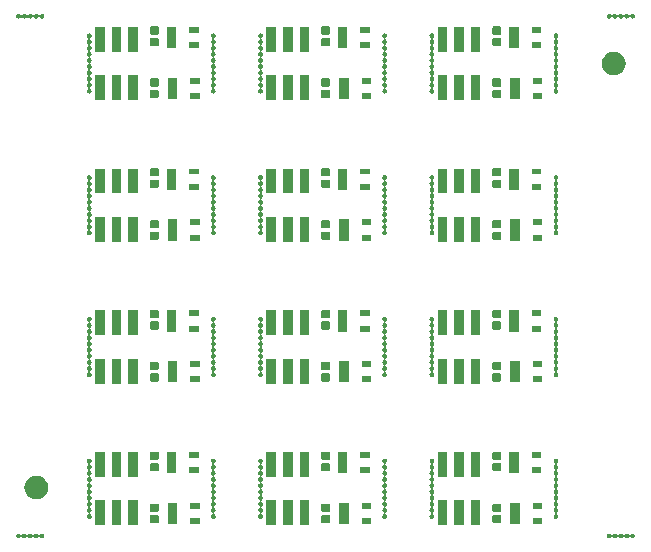
<source format=gbr>
G04 #@! TF.GenerationSoftware,KiCad,Pcbnew,5.0.2-bee76a0~70~ubuntu18.04.1*
G04 #@! TF.CreationDate,2020-02-19T12:34:17+01:00*
G04 #@! TF.ProjectId,output.schmitt_trigger_adapter,6f757470-7574-42e7-9363-686d6974745f,rev?*
G04 #@! TF.SameCoordinates,Original*
G04 #@! TF.FileFunction,Soldermask,Bot*
G04 #@! TF.FilePolarity,Negative*
%FSLAX46Y46*%
G04 Gerber Fmt 4.6, Leading zero omitted, Abs format (unit mm)*
G04 Created by KiCad (PCBNEW 5.0.2-bee76a0~70~ubuntu18.04.1) date Wed 19 Feb 2020 12:34:17 PM CET*
%MOMM*%
%LPD*%
G01*
G04 APERTURE LIST*
%ADD10C,0.100000*%
G04 APERTURE END LIST*
D10*
G36*
X177029505Y-115800931D02*
X177058630Y-115806724D01*
X177095209Y-115821876D01*
X177095211Y-115821877D01*
X177128131Y-115843874D01*
X177161612Y-115877355D01*
X177180554Y-115892901D01*
X177202165Y-115904452D01*
X177225614Y-115911565D01*
X177250000Y-115913967D01*
X177274386Y-115911565D01*
X177297835Y-115904452D01*
X177319446Y-115892901D01*
X177338388Y-115877355D01*
X177371869Y-115843874D01*
X177404789Y-115821877D01*
X177404791Y-115821876D01*
X177441370Y-115806724D01*
X177470495Y-115800931D01*
X177480202Y-115799000D01*
X177519798Y-115799000D01*
X177529505Y-115800931D01*
X177558630Y-115806724D01*
X177595209Y-115821876D01*
X177595211Y-115821877D01*
X177628131Y-115843874D01*
X177661612Y-115877355D01*
X177680554Y-115892901D01*
X177702165Y-115904452D01*
X177725614Y-115911565D01*
X177750000Y-115913967D01*
X177774386Y-115911565D01*
X177797835Y-115904452D01*
X177819446Y-115892901D01*
X177838388Y-115877355D01*
X177871869Y-115843874D01*
X177904789Y-115821877D01*
X177904791Y-115821876D01*
X177941370Y-115806724D01*
X177970495Y-115800931D01*
X177980202Y-115799000D01*
X178019798Y-115799000D01*
X178029505Y-115800931D01*
X178058630Y-115806724D01*
X178095209Y-115821876D01*
X178095211Y-115821877D01*
X178128131Y-115843874D01*
X178161612Y-115877355D01*
X178180554Y-115892901D01*
X178202165Y-115904452D01*
X178225614Y-115911565D01*
X178250000Y-115913967D01*
X178274386Y-115911565D01*
X178297835Y-115904452D01*
X178319446Y-115892901D01*
X178338388Y-115877355D01*
X178371869Y-115843874D01*
X178404789Y-115821877D01*
X178404791Y-115821876D01*
X178441370Y-115806724D01*
X178470495Y-115800931D01*
X178480202Y-115799000D01*
X178519798Y-115799000D01*
X178529505Y-115800931D01*
X178558630Y-115806724D01*
X178595209Y-115821876D01*
X178595211Y-115821877D01*
X178628131Y-115843874D01*
X178661612Y-115877355D01*
X178680554Y-115892901D01*
X178702165Y-115904452D01*
X178725614Y-115911565D01*
X178750000Y-115913967D01*
X178774386Y-115911565D01*
X178797835Y-115904452D01*
X178819446Y-115892901D01*
X178838388Y-115877355D01*
X178871869Y-115843874D01*
X178904789Y-115821877D01*
X178904791Y-115821876D01*
X178941370Y-115806724D01*
X178970495Y-115800931D01*
X178980202Y-115799000D01*
X179019798Y-115799000D01*
X179029505Y-115800931D01*
X179058630Y-115806724D01*
X179095209Y-115821876D01*
X179095211Y-115821877D01*
X179128131Y-115843874D01*
X179156126Y-115871869D01*
X179177898Y-115904452D01*
X179178124Y-115904791D01*
X179193276Y-115941370D01*
X179201000Y-115980203D01*
X179201000Y-116019797D01*
X179193276Y-116058630D01*
X179181925Y-116086033D01*
X179178123Y-116095211D01*
X179156126Y-116128131D01*
X179128131Y-116156126D01*
X179095211Y-116178123D01*
X179095210Y-116178124D01*
X179095209Y-116178124D01*
X179058630Y-116193276D01*
X179029505Y-116199069D01*
X179019798Y-116201000D01*
X178980202Y-116201000D01*
X178970495Y-116199069D01*
X178941370Y-116193276D01*
X178904791Y-116178124D01*
X178904790Y-116178124D01*
X178904789Y-116178123D01*
X178871869Y-116156126D01*
X178838388Y-116122645D01*
X178819446Y-116107099D01*
X178797835Y-116095548D01*
X178774386Y-116088435D01*
X178750000Y-116086033D01*
X178725614Y-116088435D01*
X178702165Y-116095548D01*
X178680554Y-116107099D01*
X178661612Y-116122645D01*
X178628131Y-116156126D01*
X178595211Y-116178123D01*
X178595210Y-116178124D01*
X178595209Y-116178124D01*
X178558630Y-116193276D01*
X178529505Y-116199069D01*
X178519798Y-116201000D01*
X178480202Y-116201000D01*
X178470495Y-116199069D01*
X178441370Y-116193276D01*
X178404791Y-116178124D01*
X178404790Y-116178124D01*
X178404789Y-116178123D01*
X178371869Y-116156126D01*
X178338388Y-116122645D01*
X178319446Y-116107099D01*
X178297835Y-116095548D01*
X178274386Y-116088435D01*
X178250000Y-116086033D01*
X178225614Y-116088435D01*
X178202165Y-116095548D01*
X178180554Y-116107099D01*
X178161612Y-116122645D01*
X178128131Y-116156126D01*
X178095211Y-116178123D01*
X178095210Y-116178124D01*
X178095209Y-116178124D01*
X178058630Y-116193276D01*
X178029505Y-116199069D01*
X178019798Y-116201000D01*
X177980202Y-116201000D01*
X177970495Y-116199069D01*
X177941370Y-116193276D01*
X177904791Y-116178124D01*
X177904790Y-116178124D01*
X177904789Y-116178123D01*
X177871869Y-116156126D01*
X177838388Y-116122645D01*
X177819446Y-116107099D01*
X177797835Y-116095548D01*
X177774386Y-116088435D01*
X177750000Y-116086033D01*
X177725614Y-116088435D01*
X177702165Y-116095548D01*
X177680554Y-116107099D01*
X177661612Y-116122645D01*
X177628131Y-116156126D01*
X177595211Y-116178123D01*
X177595210Y-116178124D01*
X177595209Y-116178124D01*
X177558630Y-116193276D01*
X177529505Y-116199069D01*
X177519798Y-116201000D01*
X177480202Y-116201000D01*
X177470495Y-116199069D01*
X177441370Y-116193276D01*
X177404791Y-116178124D01*
X177404790Y-116178124D01*
X177404789Y-116178123D01*
X177371869Y-116156126D01*
X177338388Y-116122645D01*
X177319446Y-116107099D01*
X177297835Y-116095548D01*
X177274386Y-116088435D01*
X177250000Y-116086033D01*
X177225614Y-116088435D01*
X177202165Y-116095548D01*
X177180554Y-116107099D01*
X177161612Y-116122645D01*
X177128131Y-116156126D01*
X177095211Y-116178123D01*
X177095210Y-116178124D01*
X177095209Y-116178124D01*
X177058630Y-116193276D01*
X177029505Y-116199069D01*
X177019798Y-116201000D01*
X176980202Y-116201000D01*
X176970495Y-116199069D01*
X176941370Y-116193276D01*
X176904791Y-116178124D01*
X176904790Y-116178124D01*
X176904789Y-116178123D01*
X176871869Y-116156126D01*
X176843874Y-116128131D01*
X176821877Y-116095211D01*
X176818075Y-116086033D01*
X176806724Y-116058630D01*
X176799000Y-116019797D01*
X176799000Y-115980203D01*
X176806724Y-115941370D01*
X176821876Y-115904791D01*
X176822103Y-115904452D01*
X176843874Y-115871869D01*
X176871869Y-115843874D01*
X176904789Y-115821877D01*
X176904791Y-115821876D01*
X176941370Y-115806724D01*
X176970495Y-115800931D01*
X176980202Y-115799000D01*
X177019798Y-115799000D01*
X177029505Y-115800931D01*
X177029505Y-115800931D01*
G37*
G36*
X127029505Y-115800931D02*
X127058630Y-115806724D01*
X127095209Y-115821876D01*
X127095211Y-115821877D01*
X127128131Y-115843874D01*
X127161612Y-115877355D01*
X127180554Y-115892901D01*
X127202165Y-115904452D01*
X127225614Y-115911565D01*
X127250000Y-115913967D01*
X127274386Y-115911565D01*
X127297835Y-115904452D01*
X127319446Y-115892901D01*
X127338388Y-115877355D01*
X127371869Y-115843874D01*
X127404789Y-115821877D01*
X127404791Y-115821876D01*
X127441370Y-115806724D01*
X127470495Y-115800931D01*
X127480202Y-115799000D01*
X127519798Y-115799000D01*
X127529505Y-115800931D01*
X127558630Y-115806724D01*
X127595209Y-115821876D01*
X127595211Y-115821877D01*
X127628131Y-115843874D01*
X127661612Y-115877355D01*
X127680554Y-115892901D01*
X127702165Y-115904452D01*
X127725614Y-115911565D01*
X127750000Y-115913967D01*
X127774386Y-115911565D01*
X127797835Y-115904452D01*
X127819446Y-115892901D01*
X127838388Y-115877355D01*
X127871869Y-115843874D01*
X127904789Y-115821877D01*
X127904791Y-115821876D01*
X127941370Y-115806724D01*
X127970495Y-115800931D01*
X127980202Y-115799000D01*
X128019798Y-115799000D01*
X128029505Y-115800931D01*
X128058630Y-115806724D01*
X128095209Y-115821876D01*
X128095211Y-115821877D01*
X128128131Y-115843874D01*
X128161612Y-115877355D01*
X128180554Y-115892901D01*
X128202165Y-115904452D01*
X128225614Y-115911565D01*
X128250000Y-115913967D01*
X128274386Y-115911565D01*
X128297835Y-115904452D01*
X128319446Y-115892901D01*
X128338388Y-115877355D01*
X128371869Y-115843874D01*
X128404789Y-115821877D01*
X128404791Y-115821876D01*
X128441370Y-115806724D01*
X128470495Y-115800931D01*
X128480202Y-115799000D01*
X128519798Y-115799000D01*
X128529505Y-115800931D01*
X128558630Y-115806724D01*
X128595209Y-115821876D01*
X128595211Y-115821877D01*
X128628131Y-115843874D01*
X128661612Y-115877355D01*
X128680554Y-115892901D01*
X128702165Y-115904452D01*
X128725614Y-115911565D01*
X128750000Y-115913967D01*
X128774386Y-115911565D01*
X128797835Y-115904452D01*
X128819446Y-115892901D01*
X128838388Y-115877355D01*
X128871869Y-115843874D01*
X128904789Y-115821877D01*
X128904791Y-115821876D01*
X128941370Y-115806724D01*
X128970495Y-115800931D01*
X128980202Y-115799000D01*
X129019798Y-115799000D01*
X129029505Y-115800931D01*
X129058630Y-115806724D01*
X129095209Y-115821876D01*
X129095211Y-115821877D01*
X129128131Y-115843874D01*
X129156126Y-115871869D01*
X129177898Y-115904452D01*
X129178124Y-115904791D01*
X129193276Y-115941370D01*
X129201000Y-115980203D01*
X129201000Y-116019797D01*
X129193276Y-116058630D01*
X129181925Y-116086033D01*
X129178123Y-116095211D01*
X129156126Y-116128131D01*
X129128131Y-116156126D01*
X129095211Y-116178123D01*
X129095210Y-116178124D01*
X129095209Y-116178124D01*
X129058630Y-116193276D01*
X129029505Y-116199069D01*
X129019798Y-116201000D01*
X128980202Y-116201000D01*
X128970495Y-116199069D01*
X128941370Y-116193276D01*
X128904791Y-116178124D01*
X128904790Y-116178124D01*
X128904789Y-116178123D01*
X128871869Y-116156126D01*
X128838388Y-116122645D01*
X128819446Y-116107099D01*
X128797835Y-116095548D01*
X128774386Y-116088435D01*
X128750000Y-116086033D01*
X128725614Y-116088435D01*
X128702165Y-116095548D01*
X128680554Y-116107099D01*
X128661612Y-116122645D01*
X128628131Y-116156126D01*
X128595211Y-116178123D01*
X128595210Y-116178124D01*
X128595209Y-116178124D01*
X128558630Y-116193276D01*
X128529505Y-116199069D01*
X128519798Y-116201000D01*
X128480202Y-116201000D01*
X128470495Y-116199069D01*
X128441370Y-116193276D01*
X128404791Y-116178124D01*
X128404790Y-116178124D01*
X128404789Y-116178123D01*
X128371869Y-116156126D01*
X128338388Y-116122645D01*
X128319446Y-116107099D01*
X128297835Y-116095548D01*
X128274386Y-116088435D01*
X128250000Y-116086033D01*
X128225614Y-116088435D01*
X128202165Y-116095548D01*
X128180554Y-116107099D01*
X128161612Y-116122645D01*
X128128131Y-116156126D01*
X128095211Y-116178123D01*
X128095210Y-116178124D01*
X128095209Y-116178124D01*
X128058630Y-116193276D01*
X128029505Y-116199069D01*
X128019798Y-116201000D01*
X127980202Y-116201000D01*
X127970495Y-116199069D01*
X127941370Y-116193276D01*
X127904791Y-116178124D01*
X127904790Y-116178124D01*
X127904789Y-116178123D01*
X127871869Y-116156126D01*
X127838388Y-116122645D01*
X127819446Y-116107099D01*
X127797835Y-116095548D01*
X127774386Y-116088435D01*
X127750000Y-116086033D01*
X127725614Y-116088435D01*
X127702165Y-116095548D01*
X127680554Y-116107099D01*
X127661612Y-116122645D01*
X127628131Y-116156126D01*
X127595211Y-116178123D01*
X127595210Y-116178124D01*
X127595209Y-116178124D01*
X127558630Y-116193276D01*
X127529505Y-116199069D01*
X127519798Y-116201000D01*
X127480202Y-116201000D01*
X127470495Y-116199069D01*
X127441370Y-116193276D01*
X127404791Y-116178124D01*
X127404790Y-116178124D01*
X127404789Y-116178123D01*
X127371869Y-116156126D01*
X127338388Y-116122645D01*
X127319446Y-116107099D01*
X127297835Y-116095548D01*
X127274386Y-116088435D01*
X127250000Y-116086033D01*
X127225614Y-116088435D01*
X127202165Y-116095548D01*
X127180554Y-116107099D01*
X127161612Y-116122645D01*
X127128131Y-116156126D01*
X127095211Y-116178123D01*
X127095210Y-116178124D01*
X127095209Y-116178124D01*
X127058630Y-116193276D01*
X127029505Y-116199069D01*
X127019798Y-116201000D01*
X126980202Y-116201000D01*
X126970495Y-116199069D01*
X126941370Y-116193276D01*
X126904791Y-116178124D01*
X126904790Y-116178124D01*
X126904789Y-116178123D01*
X126871869Y-116156126D01*
X126843874Y-116128131D01*
X126821877Y-116095211D01*
X126818075Y-116086033D01*
X126806724Y-116058630D01*
X126799000Y-116019797D01*
X126799000Y-115980203D01*
X126806724Y-115941370D01*
X126821876Y-115904791D01*
X126822103Y-115904452D01*
X126843874Y-115871869D01*
X126871869Y-115843874D01*
X126904789Y-115821877D01*
X126904791Y-115821876D01*
X126941370Y-115806724D01*
X126970495Y-115800931D01*
X126980202Y-115799000D01*
X127019798Y-115799000D01*
X127029505Y-115800931D01*
X127029505Y-115800931D01*
G37*
G36*
X137101000Y-115101000D02*
X136299000Y-115101000D01*
X136299000Y-112999000D01*
X137101000Y-112999000D01*
X137101000Y-115101000D01*
X137101000Y-115101000D01*
G37*
G36*
X163301000Y-115101000D02*
X162499000Y-115101000D01*
X162499000Y-112999000D01*
X163301000Y-112999000D01*
X163301000Y-115101000D01*
X163301000Y-115101000D01*
G37*
G36*
X166101000Y-115101000D02*
X165299000Y-115101000D01*
X165299000Y-112999000D01*
X166101000Y-112999000D01*
X166101000Y-115101000D01*
X166101000Y-115101000D01*
G37*
G36*
X164701000Y-115101000D02*
X163899000Y-115101000D01*
X163899000Y-112999000D01*
X164701000Y-112999000D01*
X164701000Y-115101000D01*
X164701000Y-115101000D01*
G37*
G36*
X134301000Y-115101000D02*
X133499000Y-115101000D01*
X133499000Y-112999000D01*
X134301000Y-112999000D01*
X134301000Y-115101000D01*
X134301000Y-115101000D01*
G37*
G36*
X135701000Y-115101000D02*
X134899000Y-115101000D01*
X134899000Y-112999000D01*
X135701000Y-112999000D01*
X135701000Y-115101000D01*
X135701000Y-115101000D01*
G37*
G36*
X151601000Y-115101000D02*
X150799000Y-115101000D01*
X150799000Y-112999000D01*
X151601000Y-112999000D01*
X151601000Y-115101000D01*
X151601000Y-115101000D01*
G37*
G36*
X148801000Y-115101000D02*
X147999000Y-115101000D01*
X147999000Y-112999000D01*
X148801000Y-112999000D01*
X148801000Y-115101000D01*
X148801000Y-115101000D01*
G37*
G36*
X150201000Y-115101000D02*
X149399000Y-115101000D01*
X149399000Y-112999000D01*
X150201000Y-112999000D01*
X150201000Y-115101000D01*
X150201000Y-115101000D01*
G37*
G36*
X140451000Y-115001000D02*
X139649000Y-115001000D01*
X139649000Y-113199000D01*
X140451000Y-113199000D01*
X140451000Y-115001000D01*
X140451000Y-115001000D01*
G37*
G36*
X156851000Y-115001000D02*
X156049000Y-115001000D01*
X156049000Y-114499000D01*
X156851000Y-114499000D01*
X156851000Y-115001000D01*
X156851000Y-115001000D01*
G37*
G36*
X154951000Y-115001000D02*
X154149000Y-115001000D01*
X154149000Y-113199000D01*
X154951000Y-113199000D01*
X154951000Y-115001000D01*
X154951000Y-115001000D01*
G37*
G36*
X142351000Y-115001000D02*
X141549000Y-115001000D01*
X141549000Y-114499000D01*
X142351000Y-114499000D01*
X142351000Y-115001000D01*
X142351000Y-115001000D01*
G37*
G36*
X171351000Y-115001000D02*
X170549000Y-115001000D01*
X170549000Y-114499000D01*
X171351000Y-114499000D01*
X171351000Y-115001000D01*
X171351000Y-115001000D01*
G37*
G36*
X169451000Y-115001000D02*
X168649000Y-115001000D01*
X168649000Y-113199000D01*
X169451000Y-113199000D01*
X169451000Y-115001000D01*
X169451000Y-115001000D01*
G37*
G36*
X138781938Y-114241716D02*
X138802556Y-114247970D01*
X138821556Y-114258126D01*
X138838208Y-114271792D01*
X138851874Y-114288444D01*
X138862030Y-114307444D01*
X138868284Y-114328062D01*
X138871000Y-114355640D01*
X138871000Y-114814360D01*
X138868284Y-114841938D01*
X138862030Y-114862556D01*
X138851874Y-114881556D01*
X138838208Y-114898208D01*
X138821556Y-114911874D01*
X138802556Y-114922030D01*
X138781938Y-114928284D01*
X138754360Y-114931000D01*
X138245640Y-114931000D01*
X138218062Y-114928284D01*
X138197444Y-114922030D01*
X138178444Y-114911874D01*
X138161792Y-114898208D01*
X138148126Y-114881556D01*
X138137970Y-114862556D01*
X138131716Y-114841938D01*
X138129000Y-114814360D01*
X138129000Y-114355640D01*
X138131716Y-114328062D01*
X138137970Y-114307444D01*
X138148126Y-114288444D01*
X138161792Y-114271792D01*
X138178444Y-114258126D01*
X138197444Y-114247970D01*
X138218062Y-114241716D01*
X138245640Y-114239000D01*
X138754360Y-114239000D01*
X138781938Y-114241716D01*
X138781938Y-114241716D01*
G37*
G36*
X167781938Y-114241716D02*
X167802556Y-114247970D01*
X167821556Y-114258126D01*
X167838208Y-114271792D01*
X167851874Y-114288444D01*
X167862030Y-114307444D01*
X167868284Y-114328062D01*
X167871000Y-114355640D01*
X167871000Y-114814360D01*
X167868284Y-114841938D01*
X167862030Y-114862556D01*
X167851874Y-114881556D01*
X167838208Y-114898208D01*
X167821556Y-114911874D01*
X167802556Y-114922030D01*
X167781938Y-114928284D01*
X167754360Y-114931000D01*
X167245640Y-114931000D01*
X167218062Y-114928284D01*
X167197444Y-114922030D01*
X167178444Y-114911874D01*
X167161792Y-114898208D01*
X167148126Y-114881556D01*
X167137970Y-114862556D01*
X167131716Y-114841938D01*
X167129000Y-114814360D01*
X167129000Y-114355640D01*
X167131716Y-114328062D01*
X167137970Y-114307444D01*
X167148126Y-114288444D01*
X167161792Y-114271792D01*
X167178444Y-114258126D01*
X167197444Y-114247970D01*
X167218062Y-114241716D01*
X167245640Y-114239000D01*
X167754360Y-114239000D01*
X167781938Y-114241716D01*
X167781938Y-114241716D01*
G37*
G36*
X153281938Y-114241716D02*
X153302556Y-114247970D01*
X153321556Y-114258126D01*
X153338208Y-114271792D01*
X153351874Y-114288444D01*
X153362030Y-114307444D01*
X153368284Y-114328062D01*
X153371000Y-114355640D01*
X153371000Y-114814360D01*
X153368284Y-114841938D01*
X153362030Y-114862556D01*
X153351874Y-114881556D01*
X153338208Y-114898208D01*
X153321556Y-114911874D01*
X153302556Y-114922030D01*
X153281938Y-114928284D01*
X153254360Y-114931000D01*
X152745640Y-114931000D01*
X152718062Y-114928284D01*
X152697444Y-114922030D01*
X152678444Y-114911874D01*
X152661792Y-114898208D01*
X152648126Y-114881556D01*
X152637970Y-114862556D01*
X152631716Y-114841938D01*
X152629000Y-114814360D01*
X152629000Y-114355640D01*
X152631716Y-114328062D01*
X152637970Y-114307444D01*
X152648126Y-114288444D01*
X152661792Y-114271792D01*
X152678444Y-114258126D01*
X152697444Y-114247970D01*
X152718062Y-114241716D01*
X152745640Y-114239000D01*
X153254360Y-114239000D01*
X153281938Y-114241716D01*
X153281938Y-114241716D01*
G37*
G36*
X143529505Y-109450933D02*
X143558630Y-109456726D01*
X143595209Y-109471878D01*
X143595211Y-109471879D01*
X143595299Y-109471938D01*
X143628130Y-109493875D01*
X143656127Y-109521872D01*
X143662790Y-109531844D01*
X143678122Y-109554789D01*
X143678124Y-109554793D01*
X143693276Y-109591372D01*
X143699069Y-109620497D01*
X143701000Y-109630202D01*
X143701000Y-109669799D01*
X143693276Y-109708632D01*
X143678124Y-109745211D01*
X143656127Y-109778132D01*
X143628130Y-109806129D01*
X143626556Y-109807181D01*
X143607616Y-109822724D01*
X143592070Y-109841666D01*
X143580519Y-109863276D01*
X143573405Y-109886725D01*
X143571003Y-109911112D01*
X143573405Y-109935498D01*
X143580518Y-109958947D01*
X143592069Y-109980558D01*
X143607614Y-109999500D01*
X143626556Y-110015045D01*
X143628130Y-110016097D01*
X143656126Y-110044093D01*
X143678122Y-110077011D01*
X143678124Y-110077015D01*
X143693276Y-110113594D01*
X143699069Y-110142719D01*
X143701000Y-110152424D01*
X143701000Y-110192021D01*
X143693276Y-110230854D01*
X143678124Y-110267433D01*
X143656127Y-110300354D01*
X143628130Y-110328351D01*
X143626556Y-110329403D01*
X143607616Y-110344946D01*
X143592070Y-110363888D01*
X143580519Y-110385498D01*
X143573405Y-110408947D01*
X143571003Y-110433334D01*
X143573405Y-110457720D01*
X143580518Y-110481169D01*
X143592069Y-110502780D01*
X143607614Y-110521722D01*
X143626556Y-110537267D01*
X143628130Y-110538319D01*
X143656126Y-110566315D01*
X143678122Y-110599233D01*
X143678124Y-110599237D01*
X143693276Y-110635816D01*
X143699069Y-110664941D01*
X143701000Y-110674646D01*
X143701000Y-110714243D01*
X143693276Y-110753076D01*
X143678124Y-110789655D01*
X143656127Y-110822576D01*
X143628130Y-110850573D01*
X143626556Y-110851625D01*
X143607616Y-110867168D01*
X143592070Y-110886110D01*
X143580519Y-110907720D01*
X143573405Y-110931169D01*
X143571003Y-110955556D01*
X143573405Y-110979942D01*
X143580518Y-111003391D01*
X143592069Y-111025002D01*
X143607614Y-111043944D01*
X143626556Y-111059489D01*
X143628130Y-111060541D01*
X143656126Y-111088537D01*
X143678122Y-111121455D01*
X143678124Y-111121459D01*
X143693276Y-111158038D01*
X143699069Y-111187163D01*
X143701000Y-111196868D01*
X143701000Y-111236465D01*
X143693276Y-111275298D01*
X143678124Y-111311877D01*
X143656127Y-111344798D01*
X143628130Y-111372795D01*
X143626556Y-111373847D01*
X143607616Y-111389390D01*
X143592070Y-111408332D01*
X143580519Y-111429942D01*
X143573405Y-111453391D01*
X143571003Y-111477778D01*
X143573405Y-111502164D01*
X143580518Y-111525613D01*
X143592069Y-111547224D01*
X143607614Y-111566166D01*
X143626556Y-111581711D01*
X143628130Y-111582763D01*
X143656126Y-111610759D01*
X143678122Y-111643677D01*
X143678124Y-111643681D01*
X143693276Y-111680260D01*
X143699069Y-111709385D01*
X143701000Y-111719090D01*
X143701000Y-111758687D01*
X143693276Y-111797520D01*
X143678124Y-111834099D01*
X143656127Y-111867020D01*
X143628130Y-111895017D01*
X143626556Y-111896069D01*
X143607616Y-111911612D01*
X143592070Y-111930554D01*
X143580519Y-111952164D01*
X143573405Y-111975613D01*
X143571003Y-112000000D01*
X143573405Y-112024386D01*
X143580518Y-112047835D01*
X143592069Y-112069446D01*
X143607614Y-112088388D01*
X143626556Y-112103933D01*
X143628130Y-112104985D01*
X143656126Y-112132981D01*
X143678122Y-112165899D01*
X143678124Y-112165903D01*
X143693276Y-112202482D01*
X143699069Y-112231607D01*
X143701000Y-112241312D01*
X143701000Y-112280909D01*
X143693276Y-112319742D01*
X143678124Y-112356321D01*
X143656127Y-112389242D01*
X143628130Y-112417239D01*
X143626556Y-112418291D01*
X143607616Y-112433834D01*
X143592070Y-112452776D01*
X143580519Y-112474386D01*
X143573405Y-112497835D01*
X143571003Y-112522222D01*
X143573405Y-112546608D01*
X143580518Y-112570057D01*
X143592069Y-112591668D01*
X143607614Y-112610610D01*
X143626556Y-112626155D01*
X143628130Y-112627207D01*
X143656126Y-112655203D01*
X143678122Y-112688121D01*
X143678124Y-112688125D01*
X143693276Y-112724704D01*
X143699069Y-112753829D01*
X143701000Y-112763534D01*
X143701000Y-112803131D01*
X143693276Y-112841964D01*
X143678124Y-112878543D01*
X143656127Y-112911464D01*
X143628130Y-112939461D01*
X143626556Y-112940513D01*
X143607616Y-112956056D01*
X143592070Y-112974998D01*
X143580519Y-112996608D01*
X143573405Y-113020057D01*
X143571003Y-113044444D01*
X143573405Y-113068830D01*
X143580518Y-113092279D01*
X143592069Y-113113890D01*
X143607614Y-113132832D01*
X143626556Y-113148377D01*
X143628130Y-113149429D01*
X143656126Y-113177425D01*
X143678122Y-113210343D01*
X143678124Y-113210347D01*
X143693276Y-113246926D01*
X143698207Y-113271716D01*
X143701000Y-113285756D01*
X143701000Y-113325353D01*
X143693276Y-113364186D01*
X143684389Y-113385640D01*
X143678123Y-113400767D01*
X143667050Y-113417338D01*
X143656127Y-113433686D01*
X143628130Y-113461683D01*
X143626556Y-113462735D01*
X143607616Y-113478278D01*
X143592070Y-113497220D01*
X143580519Y-113518830D01*
X143573405Y-113542279D01*
X143571003Y-113566666D01*
X143573405Y-113591052D01*
X143580518Y-113614501D01*
X143592069Y-113636112D01*
X143607614Y-113655054D01*
X143626556Y-113670599D01*
X143628130Y-113671651D01*
X143656126Y-113699647D01*
X143678122Y-113732565D01*
X143678124Y-113732569D01*
X143693276Y-113769148D01*
X143697026Y-113788000D01*
X143701000Y-113807980D01*
X143701000Y-113847576D01*
X143699069Y-113857283D01*
X143693276Y-113886408D01*
X143683367Y-113910329D01*
X143678123Y-113922989D01*
X143672206Y-113931844D01*
X143656127Y-113955908D01*
X143628130Y-113983905D01*
X143626556Y-113984957D01*
X143607616Y-114000500D01*
X143592070Y-114019442D01*
X143580519Y-114041052D01*
X143573405Y-114064501D01*
X143571003Y-114088888D01*
X143573405Y-114113274D01*
X143580518Y-114136723D01*
X143592069Y-114158334D01*
X143607614Y-114177276D01*
X143626556Y-114192821D01*
X143628130Y-114193873D01*
X143656126Y-114221869D01*
X143678122Y-114254787D01*
X143678124Y-114254791D01*
X143693276Y-114291370D01*
X143696473Y-114307444D01*
X143701000Y-114330200D01*
X143701000Y-114369797D01*
X143693276Y-114408630D01*
X143678124Y-114445209D01*
X143656128Y-114478129D01*
X143628131Y-114506126D01*
X143595211Y-114528123D01*
X143595210Y-114528124D01*
X143595209Y-114528124D01*
X143558630Y-114543276D01*
X143529505Y-114549069D01*
X143519798Y-114551000D01*
X143480202Y-114551000D01*
X143470495Y-114549069D01*
X143441370Y-114543276D01*
X143404791Y-114528124D01*
X143404790Y-114528124D01*
X143404789Y-114528123D01*
X143371869Y-114506126D01*
X143343874Y-114478131D01*
X143343873Y-114478129D01*
X143321876Y-114445209D01*
X143306724Y-114408630D01*
X143299000Y-114369797D01*
X143299000Y-114330203D01*
X143299001Y-114330200D01*
X143303527Y-114307444D01*
X143306724Y-114291370D01*
X143321876Y-114254791D01*
X143321879Y-114254787D01*
X143343874Y-114221869D01*
X143371870Y-114193873D01*
X143373444Y-114192821D01*
X143392384Y-114177278D01*
X143407930Y-114158336D01*
X143419481Y-114136726D01*
X143426595Y-114113277D01*
X143428997Y-114088890D01*
X143426595Y-114064504D01*
X143419482Y-114041055D01*
X143407931Y-114019444D01*
X143392386Y-114000502D01*
X143373444Y-113984957D01*
X143371870Y-113983905D01*
X143343873Y-113955908D01*
X143327794Y-113931844D01*
X143321877Y-113922989D01*
X143316633Y-113910329D01*
X143306724Y-113886408D01*
X143300931Y-113857283D01*
X143299000Y-113847576D01*
X143299000Y-113807980D01*
X143302974Y-113788000D01*
X143306724Y-113769148D01*
X143321876Y-113732569D01*
X143321879Y-113732565D01*
X143343874Y-113699647D01*
X143371870Y-113671651D01*
X143373444Y-113670599D01*
X143392384Y-113655056D01*
X143407930Y-113636114D01*
X143419481Y-113614504D01*
X143426595Y-113591055D01*
X143428997Y-113566668D01*
X143426595Y-113542282D01*
X143419482Y-113518833D01*
X143407931Y-113497222D01*
X143392386Y-113478280D01*
X143373444Y-113462735D01*
X143371870Y-113461683D01*
X143343873Y-113433686D01*
X143332950Y-113417338D01*
X143321877Y-113400767D01*
X143315611Y-113385640D01*
X143306724Y-113364186D01*
X143299000Y-113325353D01*
X143299000Y-113285759D01*
X143299001Y-113285756D01*
X143301793Y-113271716D01*
X143306724Y-113246926D01*
X143321876Y-113210347D01*
X143321879Y-113210343D01*
X143343874Y-113177425D01*
X143371870Y-113149429D01*
X143373444Y-113148377D01*
X143392384Y-113132834D01*
X143407930Y-113113892D01*
X143419481Y-113092282D01*
X143426595Y-113068833D01*
X143428997Y-113044446D01*
X143426595Y-113020060D01*
X143419482Y-112996611D01*
X143407931Y-112975000D01*
X143392386Y-112956058D01*
X143373444Y-112940513D01*
X143371870Y-112939461D01*
X143343873Y-112911464D01*
X143321876Y-112878543D01*
X143306724Y-112841964D01*
X143299000Y-112803131D01*
X143299000Y-112763537D01*
X143299001Y-112763534D01*
X143300931Y-112753829D01*
X143306724Y-112724704D01*
X143321876Y-112688125D01*
X143321879Y-112688121D01*
X143343874Y-112655203D01*
X143371870Y-112627207D01*
X143373444Y-112626155D01*
X143392384Y-112610612D01*
X143407930Y-112591670D01*
X143419481Y-112570060D01*
X143426595Y-112546611D01*
X143428997Y-112522224D01*
X143426595Y-112497838D01*
X143419482Y-112474389D01*
X143407931Y-112452778D01*
X143392386Y-112433836D01*
X143373444Y-112418291D01*
X143371870Y-112417239D01*
X143343873Y-112389242D01*
X143321876Y-112356321D01*
X143306724Y-112319742D01*
X143299000Y-112280909D01*
X143299000Y-112241315D01*
X143299001Y-112241312D01*
X143300931Y-112231607D01*
X143306724Y-112202482D01*
X143321876Y-112165903D01*
X143321879Y-112165899D01*
X143343874Y-112132981D01*
X143371870Y-112104985D01*
X143373444Y-112103933D01*
X143392384Y-112088390D01*
X143407930Y-112069448D01*
X143419481Y-112047838D01*
X143426595Y-112024389D01*
X143428997Y-112000002D01*
X143426595Y-111975616D01*
X143419482Y-111952167D01*
X143407931Y-111930556D01*
X143392386Y-111911614D01*
X143373444Y-111896069D01*
X143371870Y-111895017D01*
X143343873Y-111867020D01*
X143321876Y-111834099D01*
X143306724Y-111797520D01*
X143299000Y-111758687D01*
X143299000Y-111719093D01*
X143299001Y-111719090D01*
X143300931Y-111709385D01*
X143306724Y-111680260D01*
X143321876Y-111643681D01*
X143321879Y-111643677D01*
X143343874Y-111610759D01*
X143371870Y-111582763D01*
X143373444Y-111581711D01*
X143392384Y-111566168D01*
X143407930Y-111547226D01*
X143419481Y-111525616D01*
X143426595Y-111502167D01*
X143428997Y-111477780D01*
X143426595Y-111453394D01*
X143419482Y-111429945D01*
X143407931Y-111408334D01*
X143392386Y-111389392D01*
X143373444Y-111373847D01*
X143371870Y-111372795D01*
X143343873Y-111344798D01*
X143321876Y-111311877D01*
X143306724Y-111275298D01*
X143299000Y-111236465D01*
X143299000Y-111196871D01*
X143299001Y-111196868D01*
X143300931Y-111187163D01*
X143306724Y-111158038D01*
X143321876Y-111121459D01*
X143321879Y-111121455D01*
X143343874Y-111088537D01*
X143371870Y-111060541D01*
X143373444Y-111059489D01*
X143392384Y-111043946D01*
X143407930Y-111025004D01*
X143419481Y-111003394D01*
X143426595Y-110979945D01*
X143428997Y-110955558D01*
X143426595Y-110931172D01*
X143419482Y-110907723D01*
X143407931Y-110886112D01*
X143392386Y-110867170D01*
X143373444Y-110851625D01*
X143371870Y-110850573D01*
X143343873Y-110822576D01*
X143321876Y-110789655D01*
X143306724Y-110753076D01*
X143299000Y-110714243D01*
X143299000Y-110674649D01*
X143299001Y-110674646D01*
X143300931Y-110664941D01*
X143306724Y-110635816D01*
X143321876Y-110599237D01*
X143321879Y-110599233D01*
X143343874Y-110566315D01*
X143371870Y-110538319D01*
X143373444Y-110537267D01*
X143392384Y-110521724D01*
X143407930Y-110502782D01*
X143419481Y-110481172D01*
X143426595Y-110457723D01*
X143428997Y-110433336D01*
X143426595Y-110408950D01*
X143419482Y-110385501D01*
X143407931Y-110363890D01*
X143392386Y-110344948D01*
X143373444Y-110329403D01*
X143371870Y-110328351D01*
X143343873Y-110300354D01*
X143321876Y-110267433D01*
X143306724Y-110230854D01*
X143299000Y-110192021D01*
X143299000Y-110152427D01*
X143299001Y-110152424D01*
X143300931Y-110142719D01*
X143306724Y-110113594D01*
X143321876Y-110077015D01*
X143321879Y-110077011D01*
X143343874Y-110044093D01*
X143371870Y-110016097D01*
X143373444Y-110015045D01*
X143392384Y-109999502D01*
X143407930Y-109980560D01*
X143419481Y-109958950D01*
X143426595Y-109935501D01*
X143428997Y-109911114D01*
X143426595Y-109886728D01*
X143419482Y-109863279D01*
X143407931Y-109841668D01*
X143392386Y-109822726D01*
X143373444Y-109807181D01*
X143371870Y-109806129D01*
X143343873Y-109778132D01*
X143321876Y-109745211D01*
X143306724Y-109708632D01*
X143299000Y-109669799D01*
X143299000Y-109630205D01*
X143299001Y-109630202D01*
X143300931Y-109620497D01*
X143306724Y-109591372D01*
X143321876Y-109554793D01*
X143321879Y-109554789D01*
X143337210Y-109531844D01*
X143343873Y-109521872D01*
X143371870Y-109493875D01*
X143404701Y-109471938D01*
X143404789Y-109471879D01*
X143404791Y-109471878D01*
X143441370Y-109456726D01*
X143470495Y-109450933D01*
X143480202Y-109449002D01*
X143519798Y-109449002D01*
X143529505Y-109450933D01*
X143529505Y-109450933D01*
G37*
G36*
X158029505Y-109450933D02*
X158058630Y-109456726D01*
X158095209Y-109471878D01*
X158095211Y-109471879D01*
X158095299Y-109471938D01*
X158128130Y-109493875D01*
X158156127Y-109521872D01*
X158162790Y-109531844D01*
X158178122Y-109554789D01*
X158178124Y-109554793D01*
X158193276Y-109591372D01*
X158199069Y-109620497D01*
X158201000Y-109630202D01*
X158201000Y-109669799D01*
X158193276Y-109708632D01*
X158178124Y-109745211D01*
X158156127Y-109778132D01*
X158128130Y-109806129D01*
X158126556Y-109807181D01*
X158107616Y-109822724D01*
X158092070Y-109841666D01*
X158080519Y-109863276D01*
X158073405Y-109886725D01*
X158071003Y-109911112D01*
X158073405Y-109935498D01*
X158080518Y-109958947D01*
X158092069Y-109980558D01*
X158107614Y-109999500D01*
X158126556Y-110015045D01*
X158128130Y-110016097D01*
X158156126Y-110044093D01*
X158178122Y-110077011D01*
X158178124Y-110077015D01*
X158193276Y-110113594D01*
X158199069Y-110142719D01*
X158201000Y-110152424D01*
X158201000Y-110192021D01*
X158193276Y-110230854D01*
X158178124Y-110267433D01*
X158156127Y-110300354D01*
X158128130Y-110328351D01*
X158126556Y-110329403D01*
X158107616Y-110344946D01*
X158092070Y-110363888D01*
X158080519Y-110385498D01*
X158073405Y-110408947D01*
X158071003Y-110433334D01*
X158073405Y-110457720D01*
X158080518Y-110481169D01*
X158092069Y-110502780D01*
X158107614Y-110521722D01*
X158126556Y-110537267D01*
X158128130Y-110538319D01*
X158156126Y-110566315D01*
X158178122Y-110599233D01*
X158178124Y-110599237D01*
X158193276Y-110635816D01*
X158199069Y-110664941D01*
X158201000Y-110674646D01*
X158201000Y-110714243D01*
X158193276Y-110753076D01*
X158178124Y-110789655D01*
X158156127Y-110822576D01*
X158128130Y-110850573D01*
X158126556Y-110851625D01*
X158107616Y-110867168D01*
X158092070Y-110886110D01*
X158080519Y-110907720D01*
X158073405Y-110931169D01*
X158071003Y-110955556D01*
X158073405Y-110979942D01*
X158080518Y-111003391D01*
X158092069Y-111025002D01*
X158107614Y-111043944D01*
X158126556Y-111059489D01*
X158128130Y-111060541D01*
X158156126Y-111088537D01*
X158178122Y-111121455D01*
X158178124Y-111121459D01*
X158193276Y-111158038D01*
X158199069Y-111187163D01*
X158201000Y-111196868D01*
X158201000Y-111236465D01*
X158193276Y-111275298D01*
X158178124Y-111311877D01*
X158156127Y-111344798D01*
X158128130Y-111372795D01*
X158126556Y-111373847D01*
X158107616Y-111389390D01*
X158092070Y-111408332D01*
X158080519Y-111429942D01*
X158073405Y-111453391D01*
X158071003Y-111477778D01*
X158073405Y-111502164D01*
X158080518Y-111525613D01*
X158092069Y-111547224D01*
X158107614Y-111566166D01*
X158126556Y-111581711D01*
X158128130Y-111582763D01*
X158156126Y-111610759D01*
X158178122Y-111643677D01*
X158178124Y-111643681D01*
X158193276Y-111680260D01*
X158199069Y-111709385D01*
X158201000Y-111719090D01*
X158201000Y-111758687D01*
X158193276Y-111797520D01*
X158178124Y-111834099D01*
X158156127Y-111867020D01*
X158128130Y-111895017D01*
X158126556Y-111896069D01*
X158107616Y-111911612D01*
X158092070Y-111930554D01*
X158080519Y-111952164D01*
X158073405Y-111975613D01*
X158071003Y-112000000D01*
X158073405Y-112024386D01*
X158080518Y-112047835D01*
X158092069Y-112069446D01*
X158107614Y-112088388D01*
X158126556Y-112103933D01*
X158128130Y-112104985D01*
X158156126Y-112132981D01*
X158178122Y-112165899D01*
X158178124Y-112165903D01*
X158193276Y-112202482D01*
X158199069Y-112231607D01*
X158201000Y-112241312D01*
X158201000Y-112280909D01*
X158193276Y-112319742D01*
X158178124Y-112356321D01*
X158156127Y-112389242D01*
X158128130Y-112417239D01*
X158126556Y-112418291D01*
X158107616Y-112433834D01*
X158092070Y-112452776D01*
X158080519Y-112474386D01*
X158073405Y-112497835D01*
X158071003Y-112522222D01*
X158073405Y-112546608D01*
X158080518Y-112570057D01*
X158092069Y-112591668D01*
X158107614Y-112610610D01*
X158126556Y-112626155D01*
X158128130Y-112627207D01*
X158156126Y-112655203D01*
X158178122Y-112688121D01*
X158178124Y-112688125D01*
X158193276Y-112724704D01*
X158199069Y-112753829D01*
X158201000Y-112763534D01*
X158201000Y-112803131D01*
X158193276Y-112841964D01*
X158178124Y-112878543D01*
X158156127Y-112911464D01*
X158128130Y-112939461D01*
X158126556Y-112940513D01*
X158107616Y-112956056D01*
X158092070Y-112974998D01*
X158080519Y-112996608D01*
X158073405Y-113020057D01*
X158071003Y-113044444D01*
X158073405Y-113068830D01*
X158080518Y-113092279D01*
X158092069Y-113113890D01*
X158107614Y-113132832D01*
X158126556Y-113148377D01*
X158128130Y-113149429D01*
X158156126Y-113177425D01*
X158178122Y-113210343D01*
X158178124Y-113210347D01*
X158193276Y-113246926D01*
X158198207Y-113271716D01*
X158201000Y-113285756D01*
X158201000Y-113325353D01*
X158193276Y-113364186D01*
X158184389Y-113385640D01*
X158178123Y-113400767D01*
X158167050Y-113417338D01*
X158156127Y-113433686D01*
X158128130Y-113461683D01*
X158126556Y-113462735D01*
X158107616Y-113478278D01*
X158092070Y-113497220D01*
X158080519Y-113518830D01*
X158073405Y-113542279D01*
X158071003Y-113566666D01*
X158073405Y-113591052D01*
X158080518Y-113614501D01*
X158092069Y-113636112D01*
X158107614Y-113655054D01*
X158126556Y-113670599D01*
X158128130Y-113671651D01*
X158156126Y-113699647D01*
X158178122Y-113732565D01*
X158178124Y-113732569D01*
X158193276Y-113769148D01*
X158197026Y-113788000D01*
X158201000Y-113807980D01*
X158201000Y-113847576D01*
X158199069Y-113857283D01*
X158193276Y-113886408D01*
X158183367Y-113910329D01*
X158178123Y-113922989D01*
X158172206Y-113931844D01*
X158156127Y-113955908D01*
X158128130Y-113983905D01*
X158126556Y-113984957D01*
X158107616Y-114000500D01*
X158092070Y-114019442D01*
X158080519Y-114041052D01*
X158073405Y-114064501D01*
X158071003Y-114088888D01*
X158073405Y-114113274D01*
X158080518Y-114136723D01*
X158092069Y-114158334D01*
X158107614Y-114177276D01*
X158126556Y-114192821D01*
X158128130Y-114193873D01*
X158156126Y-114221869D01*
X158178122Y-114254787D01*
X158178124Y-114254791D01*
X158193276Y-114291370D01*
X158196473Y-114307444D01*
X158201000Y-114330200D01*
X158201000Y-114369797D01*
X158193276Y-114408630D01*
X158178124Y-114445209D01*
X158156128Y-114478129D01*
X158128131Y-114506126D01*
X158095211Y-114528123D01*
X158095210Y-114528124D01*
X158095209Y-114528124D01*
X158058630Y-114543276D01*
X158029505Y-114549069D01*
X158019798Y-114551000D01*
X157980202Y-114551000D01*
X157970495Y-114549069D01*
X157941370Y-114543276D01*
X157904791Y-114528124D01*
X157904790Y-114528124D01*
X157904789Y-114528123D01*
X157871869Y-114506126D01*
X157843874Y-114478131D01*
X157843873Y-114478129D01*
X157821876Y-114445209D01*
X157806724Y-114408630D01*
X157799000Y-114369797D01*
X157799000Y-114330203D01*
X157799001Y-114330200D01*
X157803527Y-114307444D01*
X157806724Y-114291370D01*
X157821876Y-114254791D01*
X157821879Y-114254787D01*
X157843874Y-114221869D01*
X157871870Y-114193873D01*
X157873444Y-114192821D01*
X157892384Y-114177278D01*
X157907930Y-114158336D01*
X157919481Y-114136726D01*
X157926595Y-114113277D01*
X157928997Y-114088890D01*
X157926595Y-114064504D01*
X157919482Y-114041055D01*
X157907931Y-114019444D01*
X157892386Y-114000502D01*
X157873444Y-113984957D01*
X157871870Y-113983905D01*
X157843873Y-113955908D01*
X157827794Y-113931844D01*
X157821877Y-113922989D01*
X157816633Y-113910329D01*
X157806724Y-113886408D01*
X157800931Y-113857283D01*
X157799000Y-113847576D01*
X157799000Y-113807980D01*
X157802974Y-113788000D01*
X157806724Y-113769148D01*
X157821876Y-113732569D01*
X157821879Y-113732565D01*
X157843874Y-113699647D01*
X157871870Y-113671651D01*
X157873444Y-113670599D01*
X157892384Y-113655056D01*
X157907930Y-113636114D01*
X157919481Y-113614504D01*
X157926595Y-113591055D01*
X157928997Y-113566668D01*
X157926595Y-113542282D01*
X157919482Y-113518833D01*
X157907931Y-113497222D01*
X157892386Y-113478280D01*
X157873444Y-113462735D01*
X157871870Y-113461683D01*
X157843873Y-113433686D01*
X157832950Y-113417338D01*
X157821877Y-113400767D01*
X157815611Y-113385640D01*
X157806724Y-113364186D01*
X157799000Y-113325353D01*
X157799000Y-113285759D01*
X157799001Y-113285756D01*
X157801793Y-113271716D01*
X157806724Y-113246926D01*
X157821876Y-113210347D01*
X157821879Y-113210343D01*
X157843874Y-113177425D01*
X157871870Y-113149429D01*
X157873444Y-113148377D01*
X157892384Y-113132834D01*
X157907930Y-113113892D01*
X157919481Y-113092282D01*
X157926595Y-113068833D01*
X157928997Y-113044446D01*
X157926595Y-113020060D01*
X157919482Y-112996611D01*
X157907931Y-112975000D01*
X157892386Y-112956058D01*
X157873444Y-112940513D01*
X157871870Y-112939461D01*
X157843873Y-112911464D01*
X157821876Y-112878543D01*
X157806724Y-112841964D01*
X157799000Y-112803131D01*
X157799000Y-112763537D01*
X157799001Y-112763534D01*
X157800931Y-112753829D01*
X157806724Y-112724704D01*
X157821876Y-112688125D01*
X157821879Y-112688121D01*
X157843874Y-112655203D01*
X157871870Y-112627207D01*
X157873444Y-112626155D01*
X157892384Y-112610612D01*
X157907930Y-112591670D01*
X157919481Y-112570060D01*
X157926595Y-112546611D01*
X157928997Y-112522224D01*
X157926595Y-112497838D01*
X157919482Y-112474389D01*
X157907931Y-112452778D01*
X157892386Y-112433836D01*
X157873444Y-112418291D01*
X157871870Y-112417239D01*
X157843873Y-112389242D01*
X157821876Y-112356321D01*
X157806724Y-112319742D01*
X157799000Y-112280909D01*
X157799000Y-112241315D01*
X157799001Y-112241312D01*
X157800931Y-112231607D01*
X157806724Y-112202482D01*
X157821876Y-112165903D01*
X157821879Y-112165899D01*
X157843874Y-112132981D01*
X157871870Y-112104985D01*
X157873444Y-112103933D01*
X157892384Y-112088390D01*
X157907930Y-112069448D01*
X157919481Y-112047838D01*
X157926595Y-112024389D01*
X157928997Y-112000002D01*
X157926595Y-111975616D01*
X157919482Y-111952167D01*
X157907931Y-111930556D01*
X157892386Y-111911614D01*
X157873444Y-111896069D01*
X157871870Y-111895017D01*
X157843873Y-111867020D01*
X157821876Y-111834099D01*
X157806724Y-111797520D01*
X157799000Y-111758687D01*
X157799000Y-111719093D01*
X157799001Y-111719090D01*
X157800931Y-111709385D01*
X157806724Y-111680260D01*
X157821876Y-111643681D01*
X157821879Y-111643677D01*
X157843874Y-111610759D01*
X157871870Y-111582763D01*
X157873444Y-111581711D01*
X157892384Y-111566168D01*
X157907930Y-111547226D01*
X157919481Y-111525616D01*
X157926595Y-111502167D01*
X157928997Y-111477780D01*
X157926595Y-111453394D01*
X157919482Y-111429945D01*
X157907931Y-111408334D01*
X157892386Y-111389392D01*
X157873444Y-111373847D01*
X157871870Y-111372795D01*
X157843873Y-111344798D01*
X157821876Y-111311877D01*
X157806724Y-111275298D01*
X157799000Y-111236465D01*
X157799000Y-111196871D01*
X157799001Y-111196868D01*
X157800931Y-111187163D01*
X157806724Y-111158038D01*
X157821876Y-111121459D01*
X157821879Y-111121455D01*
X157843874Y-111088537D01*
X157871870Y-111060541D01*
X157873444Y-111059489D01*
X157892384Y-111043946D01*
X157907930Y-111025004D01*
X157919481Y-111003394D01*
X157926595Y-110979945D01*
X157928997Y-110955558D01*
X157926595Y-110931172D01*
X157919482Y-110907723D01*
X157907931Y-110886112D01*
X157892386Y-110867170D01*
X157873444Y-110851625D01*
X157871870Y-110850573D01*
X157843873Y-110822576D01*
X157821876Y-110789655D01*
X157806724Y-110753076D01*
X157799000Y-110714243D01*
X157799000Y-110674649D01*
X157799001Y-110674646D01*
X157800931Y-110664941D01*
X157806724Y-110635816D01*
X157821876Y-110599237D01*
X157821879Y-110599233D01*
X157843874Y-110566315D01*
X157871870Y-110538319D01*
X157873444Y-110537267D01*
X157892384Y-110521724D01*
X157907930Y-110502782D01*
X157919481Y-110481172D01*
X157926595Y-110457723D01*
X157928997Y-110433336D01*
X157926595Y-110408950D01*
X157919482Y-110385501D01*
X157907931Y-110363890D01*
X157892386Y-110344948D01*
X157873444Y-110329403D01*
X157871870Y-110328351D01*
X157843873Y-110300354D01*
X157821876Y-110267433D01*
X157806724Y-110230854D01*
X157799000Y-110192021D01*
X157799000Y-110152427D01*
X157799001Y-110152424D01*
X157800931Y-110142719D01*
X157806724Y-110113594D01*
X157821876Y-110077015D01*
X157821879Y-110077011D01*
X157843874Y-110044093D01*
X157871870Y-110016097D01*
X157873444Y-110015045D01*
X157892384Y-109999502D01*
X157907930Y-109980560D01*
X157919481Y-109958950D01*
X157926595Y-109935501D01*
X157928997Y-109911114D01*
X157926595Y-109886728D01*
X157919482Y-109863279D01*
X157907931Y-109841668D01*
X157892386Y-109822726D01*
X157873444Y-109807181D01*
X157871870Y-109806129D01*
X157843873Y-109778132D01*
X157821876Y-109745211D01*
X157806724Y-109708632D01*
X157799000Y-109669799D01*
X157799000Y-109630205D01*
X157799001Y-109630202D01*
X157800931Y-109620497D01*
X157806724Y-109591372D01*
X157821876Y-109554793D01*
X157821879Y-109554789D01*
X157837210Y-109531844D01*
X157843873Y-109521872D01*
X157871870Y-109493875D01*
X157904701Y-109471938D01*
X157904789Y-109471879D01*
X157904791Y-109471878D01*
X157941370Y-109456726D01*
X157970495Y-109450933D01*
X157980202Y-109449002D01*
X158019798Y-109449002D01*
X158029505Y-109450933D01*
X158029505Y-109450933D01*
G37*
G36*
X172529505Y-109450933D02*
X172558630Y-109456726D01*
X172595209Y-109471878D01*
X172595211Y-109471879D01*
X172595299Y-109471938D01*
X172628130Y-109493875D01*
X172656127Y-109521872D01*
X172662790Y-109531844D01*
X172678122Y-109554789D01*
X172678124Y-109554793D01*
X172693276Y-109591372D01*
X172699069Y-109620497D01*
X172701000Y-109630202D01*
X172701000Y-109669799D01*
X172693276Y-109708632D01*
X172678124Y-109745211D01*
X172656127Y-109778132D01*
X172628130Y-109806129D01*
X172626556Y-109807181D01*
X172607616Y-109822724D01*
X172592070Y-109841666D01*
X172580519Y-109863276D01*
X172573405Y-109886725D01*
X172571003Y-109911112D01*
X172573405Y-109935498D01*
X172580518Y-109958947D01*
X172592069Y-109980558D01*
X172607614Y-109999500D01*
X172626556Y-110015045D01*
X172628130Y-110016097D01*
X172656126Y-110044093D01*
X172678122Y-110077011D01*
X172678124Y-110077015D01*
X172693276Y-110113594D01*
X172699069Y-110142719D01*
X172701000Y-110152424D01*
X172701000Y-110192021D01*
X172693276Y-110230854D01*
X172678124Y-110267433D01*
X172656127Y-110300354D01*
X172628130Y-110328351D01*
X172626556Y-110329403D01*
X172607616Y-110344946D01*
X172592070Y-110363888D01*
X172580519Y-110385498D01*
X172573405Y-110408947D01*
X172571003Y-110433334D01*
X172573405Y-110457720D01*
X172580518Y-110481169D01*
X172592069Y-110502780D01*
X172607614Y-110521722D01*
X172626556Y-110537267D01*
X172628130Y-110538319D01*
X172656126Y-110566315D01*
X172678122Y-110599233D01*
X172678124Y-110599237D01*
X172693276Y-110635816D01*
X172699069Y-110664941D01*
X172701000Y-110674646D01*
X172701000Y-110714243D01*
X172693276Y-110753076D01*
X172678124Y-110789655D01*
X172656127Y-110822576D01*
X172628130Y-110850573D01*
X172626556Y-110851625D01*
X172607616Y-110867168D01*
X172592070Y-110886110D01*
X172580519Y-110907720D01*
X172573405Y-110931169D01*
X172571003Y-110955556D01*
X172573405Y-110979942D01*
X172580518Y-111003391D01*
X172592069Y-111025002D01*
X172607614Y-111043944D01*
X172626556Y-111059489D01*
X172628130Y-111060541D01*
X172656126Y-111088537D01*
X172678122Y-111121455D01*
X172678124Y-111121459D01*
X172693276Y-111158038D01*
X172699069Y-111187163D01*
X172701000Y-111196868D01*
X172701000Y-111236465D01*
X172693276Y-111275298D01*
X172678124Y-111311877D01*
X172656127Y-111344798D01*
X172628130Y-111372795D01*
X172626556Y-111373847D01*
X172607616Y-111389390D01*
X172592070Y-111408332D01*
X172580519Y-111429942D01*
X172573405Y-111453391D01*
X172571003Y-111477778D01*
X172573405Y-111502164D01*
X172580518Y-111525613D01*
X172592069Y-111547224D01*
X172607614Y-111566166D01*
X172626556Y-111581711D01*
X172628130Y-111582763D01*
X172656126Y-111610759D01*
X172678122Y-111643677D01*
X172678124Y-111643681D01*
X172693276Y-111680260D01*
X172699069Y-111709385D01*
X172701000Y-111719090D01*
X172701000Y-111758687D01*
X172693276Y-111797520D01*
X172678124Y-111834099D01*
X172656127Y-111867020D01*
X172628130Y-111895017D01*
X172626556Y-111896069D01*
X172607616Y-111911612D01*
X172592070Y-111930554D01*
X172580519Y-111952164D01*
X172573405Y-111975613D01*
X172571003Y-112000000D01*
X172573405Y-112024386D01*
X172580518Y-112047835D01*
X172592069Y-112069446D01*
X172607614Y-112088388D01*
X172626556Y-112103933D01*
X172628130Y-112104985D01*
X172656126Y-112132981D01*
X172678122Y-112165899D01*
X172678124Y-112165903D01*
X172693276Y-112202482D01*
X172699069Y-112231607D01*
X172701000Y-112241312D01*
X172701000Y-112280909D01*
X172693276Y-112319742D01*
X172678124Y-112356321D01*
X172656127Y-112389242D01*
X172628130Y-112417239D01*
X172626556Y-112418291D01*
X172607616Y-112433834D01*
X172592070Y-112452776D01*
X172580519Y-112474386D01*
X172573405Y-112497835D01*
X172571003Y-112522222D01*
X172573405Y-112546608D01*
X172580518Y-112570057D01*
X172592069Y-112591668D01*
X172607614Y-112610610D01*
X172626556Y-112626155D01*
X172628130Y-112627207D01*
X172656126Y-112655203D01*
X172678122Y-112688121D01*
X172678124Y-112688125D01*
X172693276Y-112724704D01*
X172699069Y-112753829D01*
X172701000Y-112763534D01*
X172701000Y-112803131D01*
X172693276Y-112841964D01*
X172678124Y-112878543D01*
X172656127Y-112911464D01*
X172628130Y-112939461D01*
X172626556Y-112940513D01*
X172607616Y-112956056D01*
X172592070Y-112974998D01*
X172580519Y-112996608D01*
X172573405Y-113020057D01*
X172571003Y-113044444D01*
X172573405Y-113068830D01*
X172580518Y-113092279D01*
X172592069Y-113113890D01*
X172607614Y-113132832D01*
X172626556Y-113148377D01*
X172628130Y-113149429D01*
X172656126Y-113177425D01*
X172678122Y-113210343D01*
X172678124Y-113210347D01*
X172693276Y-113246926D01*
X172698207Y-113271716D01*
X172701000Y-113285756D01*
X172701000Y-113325353D01*
X172693276Y-113364186D01*
X172684389Y-113385640D01*
X172678123Y-113400767D01*
X172667050Y-113417338D01*
X172656127Y-113433686D01*
X172628130Y-113461683D01*
X172626556Y-113462735D01*
X172607616Y-113478278D01*
X172592070Y-113497220D01*
X172580519Y-113518830D01*
X172573405Y-113542279D01*
X172571003Y-113566666D01*
X172573405Y-113591052D01*
X172580518Y-113614501D01*
X172592069Y-113636112D01*
X172607614Y-113655054D01*
X172626556Y-113670599D01*
X172628130Y-113671651D01*
X172656126Y-113699647D01*
X172678122Y-113732565D01*
X172678124Y-113732569D01*
X172693276Y-113769148D01*
X172697026Y-113788000D01*
X172701000Y-113807980D01*
X172701000Y-113847576D01*
X172699069Y-113857283D01*
X172693276Y-113886408D01*
X172683367Y-113910329D01*
X172678123Y-113922989D01*
X172672206Y-113931844D01*
X172656127Y-113955908D01*
X172628130Y-113983905D01*
X172626556Y-113984957D01*
X172607616Y-114000500D01*
X172592070Y-114019442D01*
X172580519Y-114041052D01*
X172573405Y-114064501D01*
X172571003Y-114088888D01*
X172573405Y-114113274D01*
X172580518Y-114136723D01*
X172592069Y-114158334D01*
X172607614Y-114177276D01*
X172626556Y-114192821D01*
X172628130Y-114193873D01*
X172656126Y-114221869D01*
X172678122Y-114254787D01*
X172678124Y-114254791D01*
X172693276Y-114291370D01*
X172696473Y-114307444D01*
X172701000Y-114330200D01*
X172701000Y-114369797D01*
X172693276Y-114408630D01*
X172678124Y-114445209D01*
X172656128Y-114478129D01*
X172628131Y-114506126D01*
X172595211Y-114528123D01*
X172595210Y-114528124D01*
X172595209Y-114528124D01*
X172558630Y-114543276D01*
X172529505Y-114549069D01*
X172519798Y-114551000D01*
X172480202Y-114551000D01*
X172470495Y-114549069D01*
X172441370Y-114543276D01*
X172404791Y-114528124D01*
X172404790Y-114528124D01*
X172404789Y-114528123D01*
X172371869Y-114506126D01*
X172343874Y-114478131D01*
X172343873Y-114478129D01*
X172321876Y-114445209D01*
X172306724Y-114408630D01*
X172299000Y-114369797D01*
X172299000Y-114330203D01*
X172299001Y-114330200D01*
X172303527Y-114307444D01*
X172306724Y-114291370D01*
X172321876Y-114254791D01*
X172321879Y-114254787D01*
X172343874Y-114221869D01*
X172371870Y-114193873D01*
X172373444Y-114192821D01*
X172392384Y-114177278D01*
X172407930Y-114158336D01*
X172419481Y-114136726D01*
X172426595Y-114113277D01*
X172428997Y-114088890D01*
X172426595Y-114064504D01*
X172419482Y-114041055D01*
X172407931Y-114019444D01*
X172392386Y-114000502D01*
X172373444Y-113984957D01*
X172371870Y-113983905D01*
X172343873Y-113955908D01*
X172327794Y-113931844D01*
X172321877Y-113922989D01*
X172316633Y-113910329D01*
X172306724Y-113886408D01*
X172300931Y-113857283D01*
X172299000Y-113847576D01*
X172299000Y-113807980D01*
X172302974Y-113788000D01*
X172306724Y-113769148D01*
X172321876Y-113732569D01*
X172321879Y-113732565D01*
X172343874Y-113699647D01*
X172371870Y-113671651D01*
X172373444Y-113670599D01*
X172392384Y-113655056D01*
X172407930Y-113636114D01*
X172419481Y-113614504D01*
X172426595Y-113591055D01*
X172428997Y-113566668D01*
X172426595Y-113542282D01*
X172419482Y-113518833D01*
X172407931Y-113497222D01*
X172392386Y-113478280D01*
X172373444Y-113462735D01*
X172371870Y-113461683D01*
X172343873Y-113433686D01*
X172332950Y-113417338D01*
X172321877Y-113400767D01*
X172315611Y-113385640D01*
X172306724Y-113364186D01*
X172299000Y-113325353D01*
X172299000Y-113285759D01*
X172299001Y-113285756D01*
X172301793Y-113271716D01*
X172306724Y-113246926D01*
X172321876Y-113210347D01*
X172321879Y-113210343D01*
X172343874Y-113177425D01*
X172371870Y-113149429D01*
X172373444Y-113148377D01*
X172392384Y-113132834D01*
X172407930Y-113113892D01*
X172419481Y-113092282D01*
X172426595Y-113068833D01*
X172428997Y-113044446D01*
X172426595Y-113020060D01*
X172419482Y-112996611D01*
X172407931Y-112975000D01*
X172392386Y-112956058D01*
X172373444Y-112940513D01*
X172371870Y-112939461D01*
X172343873Y-112911464D01*
X172321876Y-112878543D01*
X172306724Y-112841964D01*
X172299000Y-112803131D01*
X172299000Y-112763537D01*
X172299001Y-112763534D01*
X172300931Y-112753829D01*
X172306724Y-112724704D01*
X172321876Y-112688125D01*
X172321879Y-112688121D01*
X172343874Y-112655203D01*
X172371870Y-112627207D01*
X172373444Y-112626155D01*
X172392384Y-112610612D01*
X172407930Y-112591670D01*
X172419481Y-112570060D01*
X172426595Y-112546611D01*
X172428997Y-112522224D01*
X172426595Y-112497838D01*
X172419482Y-112474389D01*
X172407931Y-112452778D01*
X172392386Y-112433836D01*
X172373444Y-112418291D01*
X172371870Y-112417239D01*
X172343873Y-112389242D01*
X172321876Y-112356321D01*
X172306724Y-112319742D01*
X172299000Y-112280909D01*
X172299000Y-112241315D01*
X172299001Y-112241312D01*
X172300931Y-112231607D01*
X172306724Y-112202482D01*
X172321876Y-112165903D01*
X172321879Y-112165899D01*
X172343874Y-112132981D01*
X172371870Y-112104985D01*
X172373444Y-112103933D01*
X172392384Y-112088390D01*
X172407930Y-112069448D01*
X172419481Y-112047838D01*
X172426595Y-112024389D01*
X172428997Y-112000002D01*
X172426595Y-111975616D01*
X172419482Y-111952167D01*
X172407931Y-111930556D01*
X172392386Y-111911614D01*
X172373444Y-111896069D01*
X172371870Y-111895017D01*
X172343873Y-111867020D01*
X172321876Y-111834099D01*
X172306724Y-111797520D01*
X172299000Y-111758687D01*
X172299000Y-111719093D01*
X172299001Y-111719090D01*
X172300931Y-111709385D01*
X172306724Y-111680260D01*
X172321876Y-111643681D01*
X172321879Y-111643677D01*
X172343874Y-111610759D01*
X172371870Y-111582763D01*
X172373444Y-111581711D01*
X172392384Y-111566168D01*
X172407930Y-111547226D01*
X172419481Y-111525616D01*
X172426595Y-111502167D01*
X172428997Y-111477780D01*
X172426595Y-111453394D01*
X172419482Y-111429945D01*
X172407931Y-111408334D01*
X172392386Y-111389392D01*
X172373444Y-111373847D01*
X172371870Y-111372795D01*
X172343873Y-111344798D01*
X172321876Y-111311877D01*
X172306724Y-111275298D01*
X172299000Y-111236465D01*
X172299000Y-111196871D01*
X172299001Y-111196868D01*
X172300931Y-111187163D01*
X172306724Y-111158038D01*
X172321876Y-111121459D01*
X172321879Y-111121455D01*
X172343874Y-111088537D01*
X172371870Y-111060541D01*
X172373444Y-111059489D01*
X172392384Y-111043946D01*
X172407930Y-111025004D01*
X172419481Y-111003394D01*
X172426595Y-110979945D01*
X172428997Y-110955558D01*
X172426595Y-110931172D01*
X172419482Y-110907723D01*
X172407931Y-110886112D01*
X172392386Y-110867170D01*
X172373444Y-110851625D01*
X172371870Y-110850573D01*
X172343873Y-110822576D01*
X172321876Y-110789655D01*
X172306724Y-110753076D01*
X172299000Y-110714243D01*
X172299000Y-110674649D01*
X172299001Y-110674646D01*
X172300931Y-110664941D01*
X172306724Y-110635816D01*
X172321876Y-110599237D01*
X172321879Y-110599233D01*
X172343874Y-110566315D01*
X172371870Y-110538319D01*
X172373444Y-110537267D01*
X172392384Y-110521724D01*
X172407930Y-110502782D01*
X172419481Y-110481172D01*
X172426595Y-110457723D01*
X172428997Y-110433336D01*
X172426595Y-110408950D01*
X172419482Y-110385501D01*
X172407931Y-110363890D01*
X172392386Y-110344948D01*
X172373444Y-110329403D01*
X172371870Y-110328351D01*
X172343873Y-110300354D01*
X172321876Y-110267433D01*
X172306724Y-110230854D01*
X172299000Y-110192021D01*
X172299000Y-110152427D01*
X172299001Y-110152424D01*
X172300931Y-110142719D01*
X172306724Y-110113594D01*
X172321876Y-110077015D01*
X172321879Y-110077011D01*
X172343874Y-110044093D01*
X172371870Y-110016097D01*
X172373444Y-110015045D01*
X172392384Y-109999502D01*
X172407930Y-109980560D01*
X172419481Y-109958950D01*
X172426595Y-109935501D01*
X172428997Y-109911114D01*
X172426595Y-109886728D01*
X172419482Y-109863279D01*
X172407931Y-109841668D01*
X172392386Y-109822726D01*
X172373444Y-109807181D01*
X172371870Y-109806129D01*
X172343873Y-109778132D01*
X172321876Y-109745211D01*
X172306724Y-109708632D01*
X172299000Y-109669799D01*
X172299000Y-109630205D01*
X172299001Y-109630202D01*
X172300931Y-109620497D01*
X172306724Y-109591372D01*
X172321876Y-109554793D01*
X172321879Y-109554789D01*
X172337210Y-109531844D01*
X172343873Y-109521872D01*
X172371870Y-109493875D01*
X172404701Y-109471938D01*
X172404789Y-109471879D01*
X172404791Y-109471878D01*
X172441370Y-109456726D01*
X172470495Y-109450933D01*
X172480202Y-109449002D01*
X172519798Y-109449002D01*
X172529505Y-109450933D01*
X172529505Y-109450933D01*
G37*
G36*
X162029505Y-109450931D02*
X162058630Y-109456724D01*
X162095209Y-109471876D01*
X162095211Y-109471877D01*
X162095302Y-109471938D01*
X162128130Y-109493873D01*
X162156127Y-109521870D01*
X162156128Y-109521872D01*
X162173474Y-109547831D01*
X162178124Y-109554791D01*
X162193276Y-109591370D01*
X162199069Y-109620495D01*
X162201000Y-109630202D01*
X162201000Y-109669798D01*
X162199069Y-109679505D01*
X162193276Y-109708630D01*
X162178124Y-109745209D01*
X162178123Y-109745211D01*
X162167050Y-109761782D01*
X162156127Y-109778130D01*
X162128130Y-109806127D01*
X162126556Y-109807179D01*
X162107616Y-109822722D01*
X162092070Y-109841664D01*
X162080519Y-109863274D01*
X162073405Y-109886723D01*
X162071003Y-109911110D01*
X162073405Y-109935496D01*
X162080518Y-109958945D01*
X162092069Y-109980556D01*
X162107614Y-109999498D01*
X162126556Y-110015043D01*
X162128130Y-110016095D01*
X162156127Y-110044092D01*
X162178124Y-110077013D01*
X162193276Y-110113592D01*
X162199069Y-110142717D01*
X162201000Y-110152424D01*
X162201000Y-110192020D01*
X162199069Y-110201727D01*
X162193276Y-110230852D01*
X162178124Y-110267431D01*
X162178123Y-110267433D01*
X162167050Y-110284004D01*
X162156127Y-110300352D01*
X162128130Y-110328349D01*
X162126556Y-110329401D01*
X162107616Y-110344944D01*
X162092070Y-110363886D01*
X162080519Y-110385496D01*
X162073405Y-110408945D01*
X162071003Y-110433332D01*
X162073405Y-110457718D01*
X162080518Y-110481167D01*
X162092069Y-110502778D01*
X162107614Y-110521720D01*
X162126556Y-110537265D01*
X162128130Y-110538317D01*
X162156127Y-110566314D01*
X162178124Y-110599235D01*
X162193276Y-110635814D01*
X162199069Y-110664939D01*
X162201000Y-110674646D01*
X162201000Y-110714242D01*
X162199069Y-110723949D01*
X162193276Y-110753074D01*
X162178124Y-110789653D01*
X162178123Y-110789655D01*
X162167050Y-110806226D01*
X162156127Y-110822574D01*
X162128130Y-110850571D01*
X162126556Y-110851623D01*
X162107616Y-110867166D01*
X162092070Y-110886108D01*
X162080519Y-110907718D01*
X162073405Y-110931167D01*
X162071003Y-110955554D01*
X162073405Y-110979940D01*
X162080518Y-111003389D01*
X162092069Y-111025000D01*
X162107614Y-111043942D01*
X162126556Y-111059487D01*
X162128130Y-111060539D01*
X162156127Y-111088536D01*
X162178124Y-111121457D01*
X162193276Y-111158036D01*
X162199069Y-111187161D01*
X162201000Y-111196868D01*
X162201000Y-111236464D01*
X162199069Y-111246171D01*
X162193276Y-111275296D01*
X162178124Y-111311875D01*
X162178123Y-111311877D01*
X162167050Y-111328448D01*
X162156127Y-111344796D01*
X162128130Y-111372793D01*
X162126556Y-111373845D01*
X162107616Y-111389388D01*
X162092070Y-111408330D01*
X162080519Y-111429940D01*
X162073405Y-111453389D01*
X162071003Y-111477776D01*
X162073405Y-111502162D01*
X162080518Y-111525611D01*
X162092069Y-111547222D01*
X162107614Y-111566164D01*
X162126556Y-111581709D01*
X162128130Y-111582761D01*
X162156127Y-111610758D01*
X162178124Y-111643679D01*
X162193276Y-111680258D01*
X162199069Y-111709383D01*
X162201000Y-111719090D01*
X162201000Y-111758686D01*
X162199069Y-111768393D01*
X162193276Y-111797518D01*
X162178124Y-111834097D01*
X162178123Y-111834099D01*
X162167050Y-111850670D01*
X162156127Y-111867018D01*
X162128130Y-111895015D01*
X162126556Y-111896067D01*
X162107616Y-111911610D01*
X162092070Y-111930552D01*
X162080519Y-111952162D01*
X162073405Y-111975611D01*
X162071003Y-111999998D01*
X162073405Y-112024384D01*
X162080518Y-112047833D01*
X162092069Y-112069444D01*
X162107614Y-112088386D01*
X162126556Y-112103931D01*
X162128130Y-112104983D01*
X162156127Y-112132980D01*
X162178124Y-112165901D01*
X162193276Y-112202480D01*
X162199069Y-112231605D01*
X162201000Y-112241312D01*
X162201000Y-112280908D01*
X162199069Y-112290615D01*
X162193276Y-112319740D01*
X162178124Y-112356319D01*
X162178123Y-112356321D01*
X162167050Y-112372892D01*
X162156127Y-112389240D01*
X162128130Y-112417237D01*
X162126556Y-112418289D01*
X162107616Y-112433832D01*
X162092070Y-112452774D01*
X162080519Y-112474384D01*
X162073405Y-112497833D01*
X162071003Y-112522220D01*
X162073405Y-112546606D01*
X162080518Y-112570055D01*
X162092069Y-112591666D01*
X162107614Y-112610608D01*
X162126556Y-112626153D01*
X162128130Y-112627205D01*
X162156127Y-112655202D01*
X162178124Y-112688123D01*
X162193276Y-112724702D01*
X162199069Y-112753827D01*
X162201000Y-112763534D01*
X162201000Y-112803130D01*
X162199069Y-112812837D01*
X162193276Y-112841962D01*
X162185153Y-112861571D01*
X162178123Y-112878543D01*
X162167050Y-112895114D01*
X162156127Y-112911462D01*
X162128130Y-112939459D01*
X162126556Y-112940511D01*
X162107616Y-112956054D01*
X162092070Y-112974996D01*
X162080519Y-112996606D01*
X162073405Y-113020055D01*
X162071003Y-113044442D01*
X162073405Y-113068828D01*
X162080518Y-113092277D01*
X162092069Y-113113888D01*
X162107614Y-113132830D01*
X162126556Y-113148375D01*
X162128130Y-113149427D01*
X162156127Y-113177424D01*
X162178124Y-113210345D01*
X162193276Y-113246924D01*
X162197667Y-113269000D01*
X162201000Y-113285756D01*
X162201000Y-113325352D01*
X162199069Y-113335059D01*
X162193276Y-113364184D01*
X162184388Y-113385640D01*
X162178123Y-113400765D01*
X162173122Y-113408249D01*
X162156127Y-113433684D01*
X162128130Y-113461681D01*
X162126556Y-113462733D01*
X162107616Y-113478276D01*
X162092070Y-113497218D01*
X162080519Y-113518828D01*
X162073405Y-113542277D01*
X162071003Y-113566664D01*
X162073405Y-113591050D01*
X162080518Y-113614499D01*
X162092069Y-113636110D01*
X162107614Y-113655052D01*
X162126556Y-113670597D01*
X162128130Y-113671649D01*
X162156127Y-113699646D01*
X162178124Y-113732567D01*
X162193276Y-113769146D01*
X162197026Y-113788000D01*
X162201000Y-113807978D01*
X162201000Y-113847574D01*
X162200716Y-113849000D01*
X162193276Y-113886406D01*
X162183366Y-113910329D01*
X162178123Y-113922987D01*
X162174634Y-113928208D01*
X162156127Y-113955906D01*
X162128130Y-113983903D01*
X162126556Y-113984955D01*
X162107616Y-114000498D01*
X162092070Y-114019440D01*
X162080519Y-114041050D01*
X162073405Y-114064499D01*
X162071003Y-114088886D01*
X162073405Y-114113272D01*
X162080518Y-114136721D01*
X162092069Y-114158332D01*
X162107614Y-114177274D01*
X162126556Y-114192819D01*
X162128130Y-114193871D01*
X162156127Y-114221868D01*
X162156128Y-114221870D01*
X162176374Y-114252169D01*
X162178124Y-114254789D01*
X162193276Y-114291368D01*
X162198153Y-114315886D01*
X162201000Y-114330200D01*
X162201000Y-114369796D01*
X162199318Y-114378249D01*
X162193276Y-114408628D01*
X162178124Y-114445207D01*
X162178123Y-114445209D01*
X162167050Y-114461780D01*
X162156127Y-114478128D01*
X162128130Y-114506125D01*
X162128127Y-114506127D01*
X162095211Y-114528121D01*
X162095210Y-114528122D01*
X162095209Y-114528122D01*
X162058630Y-114543274D01*
X162029505Y-114549067D01*
X162019798Y-114550998D01*
X161980202Y-114550998D01*
X161970495Y-114549067D01*
X161941370Y-114543274D01*
X161904791Y-114528122D01*
X161904790Y-114528122D01*
X161904789Y-114528121D01*
X161871873Y-114506127D01*
X161871870Y-114506125D01*
X161843873Y-114478128D01*
X161832950Y-114461780D01*
X161821877Y-114445209D01*
X161821876Y-114445207D01*
X161806724Y-114408628D01*
X161800682Y-114378249D01*
X161799000Y-114369796D01*
X161799000Y-114330200D01*
X161801847Y-114315886D01*
X161806724Y-114291368D01*
X161821876Y-114254789D01*
X161823627Y-114252169D01*
X161843872Y-114221870D01*
X161843873Y-114221868D01*
X161871870Y-114193871D01*
X161873444Y-114192819D01*
X161892384Y-114177276D01*
X161907930Y-114158334D01*
X161919481Y-114136724D01*
X161926595Y-114113275D01*
X161928997Y-114088888D01*
X161926595Y-114064502D01*
X161919482Y-114041053D01*
X161907931Y-114019442D01*
X161892386Y-114000500D01*
X161873444Y-113984955D01*
X161871870Y-113983903D01*
X161843873Y-113955906D01*
X161825366Y-113928208D01*
X161821877Y-113922987D01*
X161816634Y-113910329D01*
X161806724Y-113886406D01*
X161799284Y-113849000D01*
X161799000Y-113847574D01*
X161799000Y-113807978D01*
X161802974Y-113788000D01*
X161806724Y-113769146D01*
X161821876Y-113732567D01*
X161843873Y-113699646D01*
X161871870Y-113671649D01*
X161873444Y-113670597D01*
X161892384Y-113655054D01*
X161907930Y-113636112D01*
X161919481Y-113614502D01*
X161926595Y-113591053D01*
X161928997Y-113566666D01*
X161926595Y-113542280D01*
X161919482Y-113518831D01*
X161907931Y-113497220D01*
X161892386Y-113478278D01*
X161873444Y-113462733D01*
X161871870Y-113461681D01*
X161843873Y-113433684D01*
X161826878Y-113408249D01*
X161821877Y-113400765D01*
X161815612Y-113385640D01*
X161806724Y-113364184D01*
X161800931Y-113335059D01*
X161799000Y-113325352D01*
X161799000Y-113285756D01*
X161802333Y-113269000D01*
X161806724Y-113246924D01*
X161821876Y-113210345D01*
X161843873Y-113177424D01*
X161871870Y-113149427D01*
X161873444Y-113148375D01*
X161892384Y-113132832D01*
X161907930Y-113113890D01*
X161919481Y-113092280D01*
X161926595Y-113068831D01*
X161928997Y-113044444D01*
X161926595Y-113020058D01*
X161919482Y-112996609D01*
X161907931Y-112974998D01*
X161892386Y-112956056D01*
X161873444Y-112940511D01*
X161871870Y-112939459D01*
X161843873Y-112911462D01*
X161832950Y-112895114D01*
X161821877Y-112878543D01*
X161814847Y-112861571D01*
X161806724Y-112841962D01*
X161800931Y-112812837D01*
X161799000Y-112803130D01*
X161799000Y-112763534D01*
X161800931Y-112753827D01*
X161806724Y-112724702D01*
X161821876Y-112688123D01*
X161843873Y-112655202D01*
X161871870Y-112627205D01*
X161873444Y-112626153D01*
X161892384Y-112610610D01*
X161907930Y-112591668D01*
X161919481Y-112570058D01*
X161926595Y-112546609D01*
X161928997Y-112522222D01*
X161926595Y-112497836D01*
X161919482Y-112474387D01*
X161907931Y-112452776D01*
X161892386Y-112433834D01*
X161873444Y-112418289D01*
X161871870Y-112417237D01*
X161843873Y-112389240D01*
X161832950Y-112372892D01*
X161821877Y-112356321D01*
X161821876Y-112356319D01*
X161806724Y-112319740D01*
X161800931Y-112290615D01*
X161799000Y-112280908D01*
X161799000Y-112241312D01*
X161800931Y-112231605D01*
X161806724Y-112202480D01*
X161821876Y-112165901D01*
X161843873Y-112132980D01*
X161871870Y-112104983D01*
X161873444Y-112103931D01*
X161892384Y-112088388D01*
X161907930Y-112069446D01*
X161919481Y-112047836D01*
X161926595Y-112024387D01*
X161928997Y-112000000D01*
X161926595Y-111975614D01*
X161919482Y-111952165D01*
X161907931Y-111930554D01*
X161892386Y-111911612D01*
X161873444Y-111896067D01*
X161871870Y-111895015D01*
X161843873Y-111867018D01*
X161832950Y-111850670D01*
X161821877Y-111834099D01*
X161821876Y-111834097D01*
X161806724Y-111797518D01*
X161800931Y-111768393D01*
X161799000Y-111758686D01*
X161799000Y-111719090D01*
X161800931Y-111709383D01*
X161806724Y-111680258D01*
X161821876Y-111643679D01*
X161843873Y-111610758D01*
X161871870Y-111582761D01*
X161873444Y-111581709D01*
X161892384Y-111566166D01*
X161907930Y-111547224D01*
X161919481Y-111525614D01*
X161926595Y-111502165D01*
X161928997Y-111477778D01*
X161926595Y-111453392D01*
X161919482Y-111429943D01*
X161907931Y-111408332D01*
X161892386Y-111389390D01*
X161873444Y-111373845D01*
X161871870Y-111372793D01*
X161843873Y-111344796D01*
X161832950Y-111328448D01*
X161821877Y-111311877D01*
X161821876Y-111311875D01*
X161806724Y-111275296D01*
X161800931Y-111246171D01*
X161799000Y-111236464D01*
X161799000Y-111196868D01*
X161800931Y-111187161D01*
X161806724Y-111158036D01*
X161821876Y-111121457D01*
X161843873Y-111088536D01*
X161871870Y-111060539D01*
X161873444Y-111059487D01*
X161892384Y-111043944D01*
X161907930Y-111025002D01*
X161919481Y-111003392D01*
X161926595Y-110979943D01*
X161928997Y-110955556D01*
X161926595Y-110931170D01*
X161919482Y-110907721D01*
X161907931Y-110886110D01*
X161892386Y-110867168D01*
X161873444Y-110851623D01*
X161871870Y-110850571D01*
X161843873Y-110822574D01*
X161832950Y-110806226D01*
X161821877Y-110789655D01*
X161821876Y-110789653D01*
X161806724Y-110753074D01*
X161800931Y-110723949D01*
X161799000Y-110714242D01*
X161799000Y-110674646D01*
X161800931Y-110664939D01*
X161806724Y-110635814D01*
X161821876Y-110599235D01*
X161843873Y-110566314D01*
X161871870Y-110538317D01*
X161873444Y-110537265D01*
X161892384Y-110521722D01*
X161907930Y-110502780D01*
X161919481Y-110481170D01*
X161926595Y-110457721D01*
X161928997Y-110433334D01*
X161926595Y-110408948D01*
X161919482Y-110385499D01*
X161907931Y-110363888D01*
X161892386Y-110344946D01*
X161873444Y-110329401D01*
X161871870Y-110328349D01*
X161843873Y-110300352D01*
X161832950Y-110284004D01*
X161821877Y-110267433D01*
X161821876Y-110267431D01*
X161806724Y-110230852D01*
X161800931Y-110201727D01*
X161799000Y-110192020D01*
X161799000Y-110152424D01*
X161800931Y-110142717D01*
X161806724Y-110113592D01*
X161821876Y-110077013D01*
X161843873Y-110044092D01*
X161871870Y-110016095D01*
X161873444Y-110015043D01*
X161892384Y-109999500D01*
X161907930Y-109980558D01*
X161919481Y-109958948D01*
X161926595Y-109935499D01*
X161928997Y-109911112D01*
X161926595Y-109886726D01*
X161919482Y-109863277D01*
X161907931Y-109841666D01*
X161892386Y-109822724D01*
X161873444Y-109807179D01*
X161871870Y-109806127D01*
X161843873Y-109778130D01*
X161832950Y-109761782D01*
X161821877Y-109745211D01*
X161821876Y-109745209D01*
X161806724Y-109708630D01*
X161800931Y-109679505D01*
X161799000Y-109669798D01*
X161799000Y-109630202D01*
X161800931Y-109620495D01*
X161806724Y-109591370D01*
X161821876Y-109554791D01*
X161826527Y-109547831D01*
X161843872Y-109521872D01*
X161843873Y-109521870D01*
X161871870Y-109493873D01*
X161904698Y-109471938D01*
X161904789Y-109471877D01*
X161904791Y-109471876D01*
X161941370Y-109456724D01*
X161970495Y-109450931D01*
X161980202Y-109449000D01*
X162019798Y-109449000D01*
X162029505Y-109450931D01*
X162029505Y-109450931D01*
G37*
G36*
X147529505Y-109450931D02*
X147558630Y-109456724D01*
X147595209Y-109471876D01*
X147595211Y-109471877D01*
X147595302Y-109471938D01*
X147628130Y-109493873D01*
X147656127Y-109521870D01*
X147656128Y-109521872D01*
X147673474Y-109547831D01*
X147678124Y-109554791D01*
X147693276Y-109591370D01*
X147699069Y-109620495D01*
X147701000Y-109630202D01*
X147701000Y-109669798D01*
X147699069Y-109679505D01*
X147693276Y-109708630D01*
X147678124Y-109745209D01*
X147678123Y-109745211D01*
X147667050Y-109761782D01*
X147656127Y-109778130D01*
X147628130Y-109806127D01*
X147626556Y-109807179D01*
X147607616Y-109822722D01*
X147592070Y-109841664D01*
X147580519Y-109863274D01*
X147573405Y-109886723D01*
X147571003Y-109911110D01*
X147573405Y-109935496D01*
X147580518Y-109958945D01*
X147592069Y-109980556D01*
X147607614Y-109999498D01*
X147626556Y-110015043D01*
X147628130Y-110016095D01*
X147656127Y-110044092D01*
X147678124Y-110077013D01*
X147693276Y-110113592D01*
X147699069Y-110142717D01*
X147701000Y-110152424D01*
X147701000Y-110192020D01*
X147699069Y-110201727D01*
X147693276Y-110230852D01*
X147678124Y-110267431D01*
X147678123Y-110267433D01*
X147667050Y-110284004D01*
X147656127Y-110300352D01*
X147628130Y-110328349D01*
X147626556Y-110329401D01*
X147607616Y-110344944D01*
X147592070Y-110363886D01*
X147580519Y-110385496D01*
X147573405Y-110408945D01*
X147571003Y-110433332D01*
X147573405Y-110457718D01*
X147580518Y-110481167D01*
X147592069Y-110502778D01*
X147607614Y-110521720D01*
X147626556Y-110537265D01*
X147628130Y-110538317D01*
X147656127Y-110566314D01*
X147678124Y-110599235D01*
X147693276Y-110635814D01*
X147699069Y-110664939D01*
X147701000Y-110674646D01*
X147701000Y-110714242D01*
X147699069Y-110723949D01*
X147693276Y-110753074D01*
X147678124Y-110789653D01*
X147678123Y-110789655D01*
X147667050Y-110806226D01*
X147656127Y-110822574D01*
X147628130Y-110850571D01*
X147626556Y-110851623D01*
X147607616Y-110867166D01*
X147592070Y-110886108D01*
X147580519Y-110907718D01*
X147573405Y-110931167D01*
X147571003Y-110955554D01*
X147573405Y-110979940D01*
X147580518Y-111003389D01*
X147592069Y-111025000D01*
X147607614Y-111043942D01*
X147626556Y-111059487D01*
X147628130Y-111060539D01*
X147656127Y-111088536D01*
X147678124Y-111121457D01*
X147693276Y-111158036D01*
X147699069Y-111187161D01*
X147701000Y-111196868D01*
X147701000Y-111236464D01*
X147699069Y-111246171D01*
X147693276Y-111275296D01*
X147678124Y-111311875D01*
X147678123Y-111311877D01*
X147667050Y-111328448D01*
X147656127Y-111344796D01*
X147628130Y-111372793D01*
X147626556Y-111373845D01*
X147607616Y-111389388D01*
X147592070Y-111408330D01*
X147580519Y-111429940D01*
X147573405Y-111453389D01*
X147571003Y-111477776D01*
X147573405Y-111502162D01*
X147580518Y-111525611D01*
X147592069Y-111547222D01*
X147607614Y-111566164D01*
X147626556Y-111581709D01*
X147628130Y-111582761D01*
X147656127Y-111610758D01*
X147678124Y-111643679D01*
X147693276Y-111680258D01*
X147699069Y-111709383D01*
X147701000Y-111719090D01*
X147701000Y-111758686D01*
X147699069Y-111768393D01*
X147693276Y-111797518D01*
X147678124Y-111834097D01*
X147678123Y-111834099D01*
X147667050Y-111850670D01*
X147656127Y-111867018D01*
X147628130Y-111895015D01*
X147626556Y-111896067D01*
X147607616Y-111911610D01*
X147592070Y-111930552D01*
X147580519Y-111952162D01*
X147573405Y-111975611D01*
X147571003Y-111999998D01*
X147573405Y-112024384D01*
X147580518Y-112047833D01*
X147592069Y-112069444D01*
X147607614Y-112088386D01*
X147626556Y-112103931D01*
X147628130Y-112104983D01*
X147656127Y-112132980D01*
X147678124Y-112165901D01*
X147693276Y-112202480D01*
X147699069Y-112231605D01*
X147701000Y-112241312D01*
X147701000Y-112280908D01*
X147699069Y-112290615D01*
X147693276Y-112319740D01*
X147678124Y-112356319D01*
X147678123Y-112356321D01*
X147667050Y-112372892D01*
X147656127Y-112389240D01*
X147628130Y-112417237D01*
X147626556Y-112418289D01*
X147607616Y-112433832D01*
X147592070Y-112452774D01*
X147580519Y-112474384D01*
X147573405Y-112497833D01*
X147571003Y-112522220D01*
X147573405Y-112546606D01*
X147580518Y-112570055D01*
X147592069Y-112591666D01*
X147607614Y-112610608D01*
X147626556Y-112626153D01*
X147628130Y-112627205D01*
X147656127Y-112655202D01*
X147678124Y-112688123D01*
X147693276Y-112724702D01*
X147699069Y-112753827D01*
X147701000Y-112763534D01*
X147701000Y-112803130D01*
X147699069Y-112812837D01*
X147693276Y-112841962D01*
X147685153Y-112861571D01*
X147678123Y-112878543D01*
X147667050Y-112895114D01*
X147656127Y-112911462D01*
X147628130Y-112939459D01*
X147626556Y-112940511D01*
X147607616Y-112956054D01*
X147592070Y-112974996D01*
X147580519Y-112996606D01*
X147573405Y-113020055D01*
X147571003Y-113044442D01*
X147573405Y-113068828D01*
X147580518Y-113092277D01*
X147592069Y-113113888D01*
X147607614Y-113132830D01*
X147626556Y-113148375D01*
X147628130Y-113149427D01*
X147656127Y-113177424D01*
X147678124Y-113210345D01*
X147693276Y-113246924D01*
X147697667Y-113269000D01*
X147701000Y-113285756D01*
X147701000Y-113325352D01*
X147699069Y-113335059D01*
X147693276Y-113364184D01*
X147684388Y-113385640D01*
X147678123Y-113400765D01*
X147673122Y-113408249D01*
X147656127Y-113433684D01*
X147628130Y-113461681D01*
X147626556Y-113462733D01*
X147607616Y-113478276D01*
X147592070Y-113497218D01*
X147580519Y-113518828D01*
X147573405Y-113542277D01*
X147571003Y-113566664D01*
X147573405Y-113591050D01*
X147580518Y-113614499D01*
X147592069Y-113636110D01*
X147607614Y-113655052D01*
X147626556Y-113670597D01*
X147628130Y-113671649D01*
X147656127Y-113699646D01*
X147678124Y-113732567D01*
X147693276Y-113769146D01*
X147697026Y-113788000D01*
X147701000Y-113807978D01*
X147701000Y-113847574D01*
X147700716Y-113849000D01*
X147693276Y-113886406D01*
X147683366Y-113910329D01*
X147678123Y-113922987D01*
X147674634Y-113928208D01*
X147656127Y-113955906D01*
X147628130Y-113983903D01*
X147626556Y-113984955D01*
X147607616Y-114000498D01*
X147592070Y-114019440D01*
X147580519Y-114041050D01*
X147573405Y-114064499D01*
X147571003Y-114088886D01*
X147573405Y-114113272D01*
X147580518Y-114136721D01*
X147592069Y-114158332D01*
X147607614Y-114177274D01*
X147626556Y-114192819D01*
X147628130Y-114193871D01*
X147656127Y-114221868D01*
X147656128Y-114221870D01*
X147676374Y-114252169D01*
X147678124Y-114254789D01*
X147693276Y-114291368D01*
X147698153Y-114315886D01*
X147701000Y-114330200D01*
X147701000Y-114369796D01*
X147699318Y-114378249D01*
X147693276Y-114408628D01*
X147678124Y-114445207D01*
X147678123Y-114445209D01*
X147667050Y-114461780D01*
X147656127Y-114478128D01*
X147628130Y-114506125D01*
X147628127Y-114506127D01*
X147595211Y-114528121D01*
X147595210Y-114528122D01*
X147595209Y-114528122D01*
X147558630Y-114543274D01*
X147529505Y-114549067D01*
X147519798Y-114550998D01*
X147480202Y-114550998D01*
X147470495Y-114549067D01*
X147441370Y-114543274D01*
X147404791Y-114528122D01*
X147404790Y-114528122D01*
X147404789Y-114528121D01*
X147371873Y-114506127D01*
X147371870Y-114506125D01*
X147343873Y-114478128D01*
X147332950Y-114461780D01*
X147321877Y-114445209D01*
X147321876Y-114445207D01*
X147306724Y-114408628D01*
X147300682Y-114378249D01*
X147299000Y-114369796D01*
X147299000Y-114330200D01*
X147301847Y-114315886D01*
X147306724Y-114291368D01*
X147321876Y-114254789D01*
X147323627Y-114252169D01*
X147343872Y-114221870D01*
X147343873Y-114221868D01*
X147371870Y-114193871D01*
X147373444Y-114192819D01*
X147392384Y-114177276D01*
X147407930Y-114158334D01*
X147419481Y-114136724D01*
X147426595Y-114113275D01*
X147428997Y-114088888D01*
X147426595Y-114064502D01*
X147419482Y-114041053D01*
X147407931Y-114019442D01*
X147392386Y-114000500D01*
X147373444Y-113984955D01*
X147371870Y-113983903D01*
X147343873Y-113955906D01*
X147325366Y-113928208D01*
X147321877Y-113922987D01*
X147316634Y-113910329D01*
X147306724Y-113886406D01*
X147299284Y-113849000D01*
X147299000Y-113847574D01*
X147299000Y-113807978D01*
X147302974Y-113788000D01*
X147306724Y-113769146D01*
X147321876Y-113732567D01*
X147343873Y-113699646D01*
X147371870Y-113671649D01*
X147373444Y-113670597D01*
X147392384Y-113655054D01*
X147407930Y-113636112D01*
X147419481Y-113614502D01*
X147426595Y-113591053D01*
X147428997Y-113566666D01*
X147426595Y-113542280D01*
X147419482Y-113518831D01*
X147407931Y-113497220D01*
X147392386Y-113478278D01*
X147373444Y-113462733D01*
X147371870Y-113461681D01*
X147343873Y-113433684D01*
X147326878Y-113408249D01*
X147321877Y-113400765D01*
X147315612Y-113385640D01*
X147306724Y-113364184D01*
X147300931Y-113335059D01*
X147299000Y-113325352D01*
X147299000Y-113285756D01*
X147302333Y-113269000D01*
X147306724Y-113246924D01*
X147321876Y-113210345D01*
X147343873Y-113177424D01*
X147371870Y-113149427D01*
X147373444Y-113148375D01*
X147392384Y-113132832D01*
X147407930Y-113113890D01*
X147419481Y-113092280D01*
X147426595Y-113068831D01*
X147428997Y-113044444D01*
X147426595Y-113020058D01*
X147419482Y-112996609D01*
X147407931Y-112974998D01*
X147392386Y-112956056D01*
X147373444Y-112940511D01*
X147371870Y-112939459D01*
X147343873Y-112911462D01*
X147332950Y-112895114D01*
X147321877Y-112878543D01*
X147314847Y-112861571D01*
X147306724Y-112841962D01*
X147300931Y-112812837D01*
X147299000Y-112803130D01*
X147299000Y-112763534D01*
X147300931Y-112753827D01*
X147306724Y-112724702D01*
X147321876Y-112688123D01*
X147343873Y-112655202D01*
X147371870Y-112627205D01*
X147373444Y-112626153D01*
X147392384Y-112610610D01*
X147407930Y-112591668D01*
X147419481Y-112570058D01*
X147426595Y-112546609D01*
X147428997Y-112522222D01*
X147426595Y-112497836D01*
X147419482Y-112474387D01*
X147407931Y-112452776D01*
X147392386Y-112433834D01*
X147373444Y-112418289D01*
X147371870Y-112417237D01*
X147343873Y-112389240D01*
X147332950Y-112372892D01*
X147321877Y-112356321D01*
X147321876Y-112356319D01*
X147306724Y-112319740D01*
X147300931Y-112290615D01*
X147299000Y-112280908D01*
X147299000Y-112241312D01*
X147300931Y-112231605D01*
X147306724Y-112202480D01*
X147321876Y-112165901D01*
X147343873Y-112132980D01*
X147371870Y-112104983D01*
X147373444Y-112103931D01*
X147392384Y-112088388D01*
X147407930Y-112069446D01*
X147419481Y-112047836D01*
X147426595Y-112024387D01*
X147428997Y-112000000D01*
X147426595Y-111975614D01*
X147419482Y-111952165D01*
X147407931Y-111930554D01*
X147392386Y-111911612D01*
X147373444Y-111896067D01*
X147371870Y-111895015D01*
X147343873Y-111867018D01*
X147332950Y-111850670D01*
X147321877Y-111834099D01*
X147321876Y-111834097D01*
X147306724Y-111797518D01*
X147300931Y-111768393D01*
X147299000Y-111758686D01*
X147299000Y-111719090D01*
X147300931Y-111709383D01*
X147306724Y-111680258D01*
X147321876Y-111643679D01*
X147343873Y-111610758D01*
X147371870Y-111582761D01*
X147373444Y-111581709D01*
X147392384Y-111566166D01*
X147407930Y-111547224D01*
X147419481Y-111525614D01*
X147426595Y-111502165D01*
X147428997Y-111477778D01*
X147426595Y-111453392D01*
X147419482Y-111429943D01*
X147407931Y-111408332D01*
X147392386Y-111389390D01*
X147373444Y-111373845D01*
X147371870Y-111372793D01*
X147343873Y-111344796D01*
X147332950Y-111328448D01*
X147321877Y-111311877D01*
X147321876Y-111311875D01*
X147306724Y-111275296D01*
X147300931Y-111246171D01*
X147299000Y-111236464D01*
X147299000Y-111196868D01*
X147300931Y-111187161D01*
X147306724Y-111158036D01*
X147321876Y-111121457D01*
X147343873Y-111088536D01*
X147371870Y-111060539D01*
X147373444Y-111059487D01*
X147392384Y-111043944D01*
X147407930Y-111025002D01*
X147419481Y-111003392D01*
X147426595Y-110979943D01*
X147428997Y-110955556D01*
X147426595Y-110931170D01*
X147419482Y-110907721D01*
X147407931Y-110886110D01*
X147392386Y-110867168D01*
X147373444Y-110851623D01*
X147371870Y-110850571D01*
X147343873Y-110822574D01*
X147332950Y-110806226D01*
X147321877Y-110789655D01*
X147321876Y-110789653D01*
X147306724Y-110753074D01*
X147300931Y-110723949D01*
X147299000Y-110714242D01*
X147299000Y-110674646D01*
X147300931Y-110664939D01*
X147306724Y-110635814D01*
X147321876Y-110599235D01*
X147343873Y-110566314D01*
X147371870Y-110538317D01*
X147373444Y-110537265D01*
X147392384Y-110521722D01*
X147407930Y-110502780D01*
X147419481Y-110481170D01*
X147426595Y-110457721D01*
X147428997Y-110433334D01*
X147426595Y-110408948D01*
X147419482Y-110385499D01*
X147407931Y-110363888D01*
X147392386Y-110344946D01*
X147373444Y-110329401D01*
X147371870Y-110328349D01*
X147343873Y-110300352D01*
X147332950Y-110284004D01*
X147321877Y-110267433D01*
X147321876Y-110267431D01*
X147306724Y-110230852D01*
X147300931Y-110201727D01*
X147299000Y-110192020D01*
X147299000Y-110152424D01*
X147300931Y-110142717D01*
X147306724Y-110113592D01*
X147321876Y-110077013D01*
X147343873Y-110044092D01*
X147371870Y-110016095D01*
X147373444Y-110015043D01*
X147392384Y-109999500D01*
X147407930Y-109980558D01*
X147419481Y-109958948D01*
X147426595Y-109935499D01*
X147428997Y-109911112D01*
X147426595Y-109886726D01*
X147419482Y-109863277D01*
X147407931Y-109841666D01*
X147392386Y-109822724D01*
X147373444Y-109807179D01*
X147371870Y-109806127D01*
X147343873Y-109778130D01*
X147332950Y-109761782D01*
X147321877Y-109745211D01*
X147321876Y-109745209D01*
X147306724Y-109708630D01*
X147300931Y-109679505D01*
X147299000Y-109669798D01*
X147299000Y-109630202D01*
X147300931Y-109620495D01*
X147306724Y-109591370D01*
X147321876Y-109554791D01*
X147326527Y-109547831D01*
X147343872Y-109521872D01*
X147343873Y-109521870D01*
X147371870Y-109493873D01*
X147404698Y-109471938D01*
X147404789Y-109471877D01*
X147404791Y-109471876D01*
X147441370Y-109456724D01*
X147470495Y-109450931D01*
X147480202Y-109449000D01*
X147519798Y-109449000D01*
X147529505Y-109450931D01*
X147529505Y-109450931D01*
G37*
G36*
X133029505Y-109450931D02*
X133058630Y-109456724D01*
X133095209Y-109471876D01*
X133095211Y-109471877D01*
X133095302Y-109471938D01*
X133128130Y-109493873D01*
X133156127Y-109521870D01*
X133156128Y-109521872D01*
X133173474Y-109547831D01*
X133178124Y-109554791D01*
X133193276Y-109591370D01*
X133199069Y-109620495D01*
X133201000Y-109630202D01*
X133201000Y-109669798D01*
X133199069Y-109679505D01*
X133193276Y-109708630D01*
X133178124Y-109745209D01*
X133178123Y-109745211D01*
X133167050Y-109761782D01*
X133156127Y-109778130D01*
X133128130Y-109806127D01*
X133126556Y-109807179D01*
X133107616Y-109822722D01*
X133092070Y-109841664D01*
X133080519Y-109863274D01*
X133073405Y-109886723D01*
X133071003Y-109911110D01*
X133073405Y-109935496D01*
X133080518Y-109958945D01*
X133092069Y-109980556D01*
X133107614Y-109999498D01*
X133126556Y-110015043D01*
X133128130Y-110016095D01*
X133156127Y-110044092D01*
X133178124Y-110077013D01*
X133193276Y-110113592D01*
X133199069Y-110142717D01*
X133201000Y-110152424D01*
X133201000Y-110192020D01*
X133199069Y-110201727D01*
X133193276Y-110230852D01*
X133178124Y-110267431D01*
X133178123Y-110267433D01*
X133167050Y-110284004D01*
X133156127Y-110300352D01*
X133128130Y-110328349D01*
X133126556Y-110329401D01*
X133107616Y-110344944D01*
X133092070Y-110363886D01*
X133080519Y-110385496D01*
X133073405Y-110408945D01*
X133071003Y-110433332D01*
X133073405Y-110457718D01*
X133080518Y-110481167D01*
X133092069Y-110502778D01*
X133107614Y-110521720D01*
X133126556Y-110537265D01*
X133128130Y-110538317D01*
X133156127Y-110566314D01*
X133178124Y-110599235D01*
X133193276Y-110635814D01*
X133199069Y-110664939D01*
X133201000Y-110674646D01*
X133201000Y-110714242D01*
X133199069Y-110723949D01*
X133193276Y-110753074D01*
X133178124Y-110789653D01*
X133178123Y-110789655D01*
X133167050Y-110806226D01*
X133156127Y-110822574D01*
X133128130Y-110850571D01*
X133126556Y-110851623D01*
X133107616Y-110867166D01*
X133092070Y-110886108D01*
X133080519Y-110907718D01*
X133073405Y-110931167D01*
X133071003Y-110955554D01*
X133073405Y-110979940D01*
X133080518Y-111003389D01*
X133092069Y-111025000D01*
X133107614Y-111043942D01*
X133126556Y-111059487D01*
X133128130Y-111060539D01*
X133156127Y-111088536D01*
X133178124Y-111121457D01*
X133193276Y-111158036D01*
X133199069Y-111187161D01*
X133201000Y-111196868D01*
X133201000Y-111236464D01*
X133199069Y-111246171D01*
X133193276Y-111275296D01*
X133178124Y-111311875D01*
X133178123Y-111311877D01*
X133167050Y-111328448D01*
X133156127Y-111344796D01*
X133128130Y-111372793D01*
X133126556Y-111373845D01*
X133107616Y-111389388D01*
X133092070Y-111408330D01*
X133080519Y-111429940D01*
X133073405Y-111453389D01*
X133071003Y-111477776D01*
X133073405Y-111502162D01*
X133080518Y-111525611D01*
X133092069Y-111547222D01*
X133107614Y-111566164D01*
X133126556Y-111581709D01*
X133128130Y-111582761D01*
X133156127Y-111610758D01*
X133178124Y-111643679D01*
X133193276Y-111680258D01*
X133199069Y-111709383D01*
X133201000Y-111719090D01*
X133201000Y-111758686D01*
X133199069Y-111768393D01*
X133193276Y-111797518D01*
X133178124Y-111834097D01*
X133178123Y-111834099D01*
X133167050Y-111850670D01*
X133156127Y-111867018D01*
X133128130Y-111895015D01*
X133126556Y-111896067D01*
X133107616Y-111911610D01*
X133092070Y-111930552D01*
X133080519Y-111952162D01*
X133073405Y-111975611D01*
X133071003Y-111999998D01*
X133073405Y-112024384D01*
X133080518Y-112047833D01*
X133092069Y-112069444D01*
X133107614Y-112088386D01*
X133126556Y-112103931D01*
X133128130Y-112104983D01*
X133156127Y-112132980D01*
X133178124Y-112165901D01*
X133193276Y-112202480D01*
X133199069Y-112231605D01*
X133201000Y-112241312D01*
X133201000Y-112280908D01*
X133199069Y-112290615D01*
X133193276Y-112319740D01*
X133178124Y-112356319D01*
X133178123Y-112356321D01*
X133167050Y-112372892D01*
X133156127Y-112389240D01*
X133128130Y-112417237D01*
X133126556Y-112418289D01*
X133107616Y-112433832D01*
X133092070Y-112452774D01*
X133080519Y-112474384D01*
X133073405Y-112497833D01*
X133071003Y-112522220D01*
X133073405Y-112546606D01*
X133080518Y-112570055D01*
X133092069Y-112591666D01*
X133107614Y-112610608D01*
X133126556Y-112626153D01*
X133128130Y-112627205D01*
X133156127Y-112655202D01*
X133178124Y-112688123D01*
X133193276Y-112724702D01*
X133199069Y-112753827D01*
X133201000Y-112763534D01*
X133201000Y-112803130D01*
X133199069Y-112812837D01*
X133193276Y-112841962D01*
X133185153Y-112861571D01*
X133178123Y-112878543D01*
X133167050Y-112895114D01*
X133156127Y-112911462D01*
X133128130Y-112939459D01*
X133126556Y-112940511D01*
X133107616Y-112956054D01*
X133092070Y-112974996D01*
X133080519Y-112996606D01*
X133073405Y-113020055D01*
X133071003Y-113044442D01*
X133073405Y-113068828D01*
X133080518Y-113092277D01*
X133092069Y-113113888D01*
X133107614Y-113132830D01*
X133126556Y-113148375D01*
X133128130Y-113149427D01*
X133156127Y-113177424D01*
X133178124Y-113210345D01*
X133193276Y-113246924D01*
X133197667Y-113269000D01*
X133201000Y-113285756D01*
X133201000Y-113325352D01*
X133199069Y-113335059D01*
X133193276Y-113364184D01*
X133184388Y-113385640D01*
X133178123Y-113400765D01*
X133173122Y-113408249D01*
X133156127Y-113433684D01*
X133128130Y-113461681D01*
X133126556Y-113462733D01*
X133107616Y-113478276D01*
X133092070Y-113497218D01*
X133080519Y-113518828D01*
X133073405Y-113542277D01*
X133071003Y-113566664D01*
X133073405Y-113591050D01*
X133080518Y-113614499D01*
X133092069Y-113636110D01*
X133107614Y-113655052D01*
X133126556Y-113670597D01*
X133128130Y-113671649D01*
X133156127Y-113699646D01*
X133178124Y-113732567D01*
X133193276Y-113769146D01*
X133197026Y-113788000D01*
X133201000Y-113807978D01*
X133201000Y-113847574D01*
X133200716Y-113849000D01*
X133193276Y-113886406D01*
X133183366Y-113910329D01*
X133178123Y-113922987D01*
X133174634Y-113928208D01*
X133156127Y-113955906D01*
X133128130Y-113983903D01*
X133126556Y-113984955D01*
X133107616Y-114000498D01*
X133092070Y-114019440D01*
X133080519Y-114041050D01*
X133073405Y-114064499D01*
X133071003Y-114088886D01*
X133073405Y-114113272D01*
X133080518Y-114136721D01*
X133092069Y-114158332D01*
X133107614Y-114177274D01*
X133126556Y-114192819D01*
X133128130Y-114193871D01*
X133156127Y-114221868D01*
X133156128Y-114221870D01*
X133176374Y-114252169D01*
X133178124Y-114254789D01*
X133193276Y-114291368D01*
X133198153Y-114315886D01*
X133201000Y-114330200D01*
X133201000Y-114369796D01*
X133199318Y-114378249D01*
X133193276Y-114408628D01*
X133178124Y-114445207D01*
X133178123Y-114445209D01*
X133167050Y-114461780D01*
X133156127Y-114478128D01*
X133128130Y-114506125D01*
X133128127Y-114506127D01*
X133095211Y-114528121D01*
X133095210Y-114528122D01*
X133095209Y-114528122D01*
X133058630Y-114543274D01*
X133029505Y-114549067D01*
X133019798Y-114550998D01*
X132980202Y-114550998D01*
X132970495Y-114549067D01*
X132941370Y-114543274D01*
X132904791Y-114528122D01*
X132904790Y-114528122D01*
X132904789Y-114528121D01*
X132871873Y-114506127D01*
X132871870Y-114506125D01*
X132843873Y-114478128D01*
X132832950Y-114461780D01*
X132821877Y-114445209D01*
X132821876Y-114445207D01*
X132806724Y-114408628D01*
X132800682Y-114378249D01*
X132799000Y-114369796D01*
X132799000Y-114330200D01*
X132801847Y-114315886D01*
X132806724Y-114291368D01*
X132821876Y-114254789D01*
X132823627Y-114252169D01*
X132843872Y-114221870D01*
X132843873Y-114221868D01*
X132871870Y-114193871D01*
X132873444Y-114192819D01*
X132892384Y-114177276D01*
X132907930Y-114158334D01*
X132919481Y-114136724D01*
X132926595Y-114113275D01*
X132928997Y-114088888D01*
X132926595Y-114064502D01*
X132919482Y-114041053D01*
X132907931Y-114019442D01*
X132892386Y-114000500D01*
X132873444Y-113984955D01*
X132871870Y-113983903D01*
X132843873Y-113955906D01*
X132825366Y-113928208D01*
X132821877Y-113922987D01*
X132816634Y-113910329D01*
X132806724Y-113886406D01*
X132799284Y-113849000D01*
X132799000Y-113847574D01*
X132799000Y-113807978D01*
X132802974Y-113788000D01*
X132806724Y-113769146D01*
X132821876Y-113732567D01*
X132843873Y-113699646D01*
X132871870Y-113671649D01*
X132873444Y-113670597D01*
X132892384Y-113655054D01*
X132907930Y-113636112D01*
X132919481Y-113614502D01*
X132926595Y-113591053D01*
X132928997Y-113566666D01*
X132926595Y-113542280D01*
X132919482Y-113518831D01*
X132907931Y-113497220D01*
X132892386Y-113478278D01*
X132873444Y-113462733D01*
X132871870Y-113461681D01*
X132843873Y-113433684D01*
X132826878Y-113408249D01*
X132821877Y-113400765D01*
X132815612Y-113385640D01*
X132806724Y-113364184D01*
X132800931Y-113335059D01*
X132799000Y-113325352D01*
X132799000Y-113285756D01*
X132802333Y-113269000D01*
X132806724Y-113246924D01*
X132821876Y-113210345D01*
X132843873Y-113177424D01*
X132871870Y-113149427D01*
X132873444Y-113148375D01*
X132892384Y-113132832D01*
X132907930Y-113113890D01*
X132919481Y-113092280D01*
X132926595Y-113068831D01*
X132928997Y-113044444D01*
X132926595Y-113020058D01*
X132919482Y-112996609D01*
X132907931Y-112974998D01*
X132892386Y-112956056D01*
X132873444Y-112940511D01*
X132871870Y-112939459D01*
X132843873Y-112911462D01*
X132832950Y-112895114D01*
X132821877Y-112878543D01*
X132814847Y-112861571D01*
X132806724Y-112841962D01*
X132800931Y-112812837D01*
X132799000Y-112803130D01*
X132799000Y-112763534D01*
X132800931Y-112753827D01*
X132806724Y-112724702D01*
X132821876Y-112688123D01*
X132843873Y-112655202D01*
X132871870Y-112627205D01*
X132873444Y-112626153D01*
X132892384Y-112610610D01*
X132907930Y-112591668D01*
X132919481Y-112570058D01*
X132926595Y-112546609D01*
X132928997Y-112522222D01*
X132926595Y-112497836D01*
X132919482Y-112474387D01*
X132907931Y-112452776D01*
X132892386Y-112433834D01*
X132873444Y-112418289D01*
X132871870Y-112417237D01*
X132843873Y-112389240D01*
X132832950Y-112372892D01*
X132821877Y-112356321D01*
X132821876Y-112356319D01*
X132806724Y-112319740D01*
X132800931Y-112290615D01*
X132799000Y-112280908D01*
X132799000Y-112241312D01*
X132800931Y-112231605D01*
X132806724Y-112202480D01*
X132821876Y-112165901D01*
X132843873Y-112132980D01*
X132871870Y-112104983D01*
X132873444Y-112103931D01*
X132892384Y-112088388D01*
X132907930Y-112069446D01*
X132919481Y-112047836D01*
X132926595Y-112024387D01*
X132928997Y-112000000D01*
X132926595Y-111975614D01*
X132919482Y-111952165D01*
X132907931Y-111930554D01*
X132892386Y-111911612D01*
X132873444Y-111896067D01*
X132871870Y-111895015D01*
X132843873Y-111867018D01*
X132832950Y-111850670D01*
X132821877Y-111834099D01*
X132821876Y-111834097D01*
X132806724Y-111797518D01*
X132800931Y-111768393D01*
X132799000Y-111758686D01*
X132799000Y-111719090D01*
X132800931Y-111709383D01*
X132806724Y-111680258D01*
X132821876Y-111643679D01*
X132843873Y-111610758D01*
X132871870Y-111582761D01*
X132873444Y-111581709D01*
X132892384Y-111566166D01*
X132907930Y-111547224D01*
X132919481Y-111525614D01*
X132926595Y-111502165D01*
X132928997Y-111477778D01*
X132926595Y-111453392D01*
X132919482Y-111429943D01*
X132907931Y-111408332D01*
X132892386Y-111389390D01*
X132873444Y-111373845D01*
X132871870Y-111372793D01*
X132843873Y-111344796D01*
X132832950Y-111328448D01*
X132821877Y-111311877D01*
X132821876Y-111311875D01*
X132806724Y-111275296D01*
X132800931Y-111246171D01*
X132799000Y-111236464D01*
X132799000Y-111196868D01*
X132800931Y-111187161D01*
X132806724Y-111158036D01*
X132821876Y-111121457D01*
X132843873Y-111088536D01*
X132871870Y-111060539D01*
X132873444Y-111059487D01*
X132892384Y-111043944D01*
X132907930Y-111025002D01*
X132919481Y-111003392D01*
X132926595Y-110979943D01*
X132928997Y-110955556D01*
X132926595Y-110931170D01*
X132919482Y-110907721D01*
X132907931Y-110886110D01*
X132892386Y-110867168D01*
X132873444Y-110851623D01*
X132871870Y-110850571D01*
X132843873Y-110822574D01*
X132832950Y-110806226D01*
X132821877Y-110789655D01*
X132821876Y-110789653D01*
X132806724Y-110753074D01*
X132800931Y-110723949D01*
X132799000Y-110714242D01*
X132799000Y-110674646D01*
X132800931Y-110664939D01*
X132806724Y-110635814D01*
X132821876Y-110599235D01*
X132843873Y-110566314D01*
X132871870Y-110538317D01*
X132873444Y-110537265D01*
X132892384Y-110521722D01*
X132907930Y-110502780D01*
X132919481Y-110481170D01*
X132926595Y-110457721D01*
X132928997Y-110433334D01*
X132926595Y-110408948D01*
X132919482Y-110385499D01*
X132907931Y-110363888D01*
X132892386Y-110344946D01*
X132873444Y-110329401D01*
X132871870Y-110328349D01*
X132843873Y-110300352D01*
X132832950Y-110284004D01*
X132821877Y-110267433D01*
X132821876Y-110267431D01*
X132806724Y-110230852D01*
X132800931Y-110201727D01*
X132799000Y-110192020D01*
X132799000Y-110152424D01*
X132800931Y-110142717D01*
X132806724Y-110113592D01*
X132821876Y-110077013D01*
X132843873Y-110044092D01*
X132871870Y-110016095D01*
X132873444Y-110015043D01*
X132892384Y-109999500D01*
X132907930Y-109980558D01*
X132919481Y-109958948D01*
X132926595Y-109935499D01*
X132928997Y-109911112D01*
X132926595Y-109886726D01*
X132919482Y-109863277D01*
X132907931Y-109841666D01*
X132892386Y-109822724D01*
X132873444Y-109807179D01*
X132871870Y-109806127D01*
X132843873Y-109778130D01*
X132832950Y-109761782D01*
X132821877Y-109745211D01*
X132821876Y-109745209D01*
X132806724Y-109708630D01*
X132800931Y-109679505D01*
X132799000Y-109669798D01*
X132799000Y-109630202D01*
X132800931Y-109620495D01*
X132806724Y-109591370D01*
X132821876Y-109554791D01*
X132826527Y-109547831D01*
X132843872Y-109521872D01*
X132843873Y-109521870D01*
X132871870Y-109493873D01*
X132904698Y-109471938D01*
X132904789Y-109471877D01*
X132904791Y-109471876D01*
X132941370Y-109456724D01*
X132970495Y-109450931D01*
X132980202Y-109449000D01*
X133019798Y-109449000D01*
X133029505Y-109450931D01*
X133029505Y-109450931D01*
G37*
G36*
X138781938Y-113271716D02*
X138802556Y-113277970D01*
X138821556Y-113288126D01*
X138838208Y-113301792D01*
X138851874Y-113318444D01*
X138862030Y-113337444D01*
X138868284Y-113358062D01*
X138871000Y-113385640D01*
X138871000Y-113844360D01*
X138868284Y-113871938D01*
X138862030Y-113892556D01*
X138851874Y-113911556D01*
X138838208Y-113928208D01*
X138821556Y-113941874D01*
X138802556Y-113952030D01*
X138781938Y-113958284D01*
X138754360Y-113961000D01*
X138245640Y-113961000D01*
X138218062Y-113958284D01*
X138197444Y-113952030D01*
X138178444Y-113941874D01*
X138161792Y-113928208D01*
X138148126Y-113911556D01*
X138137970Y-113892556D01*
X138131716Y-113871938D01*
X138129000Y-113844360D01*
X138129000Y-113385640D01*
X138131716Y-113358062D01*
X138137970Y-113337444D01*
X138148126Y-113318444D01*
X138161792Y-113301792D01*
X138178444Y-113288126D01*
X138197444Y-113277970D01*
X138218062Y-113271716D01*
X138245640Y-113269000D01*
X138754360Y-113269000D01*
X138781938Y-113271716D01*
X138781938Y-113271716D01*
G37*
G36*
X153281938Y-113271716D02*
X153302556Y-113277970D01*
X153321556Y-113288126D01*
X153338208Y-113301792D01*
X153351874Y-113318444D01*
X153362030Y-113337444D01*
X153368284Y-113358062D01*
X153371000Y-113385640D01*
X153371000Y-113844360D01*
X153368284Y-113871938D01*
X153362030Y-113892556D01*
X153351874Y-113911556D01*
X153338208Y-113928208D01*
X153321556Y-113941874D01*
X153302556Y-113952030D01*
X153281938Y-113958284D01*
X153254360Y-113961000D01*
X152745640Y-113961000D01*
X152718062Y-113958284D01*
X152697444Y-113952030D01*
X152678444Y-113941874D01*
X152661792Y-113928208D01*
X152648126Y-113911556D01*
X152637970Y-113892556D01*
X152631716Y-113871938D01*
X152629000Y-113844360D01*
X152629000Y-113385640D01*
X152631716Y-113358062D01*
X152637970Y-113337444D01*
X152648126Y-113318444D01*
X152661792Y-113301792D01*
X152678444Y-113288126D01*
X152697444Y-113277970D01*
X152718062Y-113271716D01*
X152745640Y-113269000D01*
X153254360Y-113269000D01*
X153281938Y-113271716D01*
X153281938Y-113271716D01*
G37*
G36*
X167781938Y-113271716D02*
X167802556Y-113277970D01*
X167821556Y-113288126D01*
X167838208Y-113301792D01*
X167851874Y-113318444D01*
X167862030Y-113337444D01*
X167868284Y-113358062D01*
X167871000Y-113385640D01*
X167871000Y-113844360D01*
X167868284Y-113871938D01*
X167862030Y-113892556D01*
X167851874Y-113911556D01*
X167838208Y-113928208D01*
X167821556Y-113941874D01*
X167802556Y-113952030D01*
X167781938Y-113958284D01*
X167754360Y-113961000D01*
X167245640Y-113961000D01*
X167218062Y-113958284D01*
X167197444Y-113952030D01*
X167178444Y-113941874D01*
X167161792Y-113928208D01*
X167148126Y-113911556D01*
X167137970Y-113892556D01*
X167131716Y-113871938D01*
X167129000Y-113844360D01*
X167129000Y-113385640D01*
X167131716Y-113358062D01*
X167137970Y-113337444D01*
X167148126Y-113318444D01*
X167161792Y-113301792D01*
X167178444Y-113288126D01*
X167197444Y-113277970D01*
X167218062Y-113271716D01*
X167245640Y-113269000D01*
X167754360Y-113269000D01*
X167781938Y-113271716D01*
X167781938Y-113271716D01*
G37*
G36*
X171351000Y-113701000D02*
X170549000Y-113701000D01*
X170549000Y-113199000D01*
X171351000Y-113199000D01*
X171351000Y-113701000D01*
X171351000Y-113701000D01*
G37*
G36*
X142351000Y-113701000D02*
X141549000Y-113701000D01*
X141549000Y-113199000D01*
X142351000Y-113199000D01*
X142351000Y-113701000D01*
X142351000Y-113701000D01*
G37*
G36*
X156851000Y-113701000D02*
X156049000Y-113701000D01*
X156049000Y-113199000D01*
X156851000Y-113199000D01*
X156851000Y-113701000D01*
X156851000Y-113701000D01*
G37*
G36*
X128675770Y-110915372D02*
X128791689Y-110938429D01*
X128973678Y-111013811D01*
X129137463Y-111123249D01*
X129276751Y-111262537D01*
X129386189Y-111426322D01*
X129461571Y-111608311D01*
X129475883Y-111680263D01*
X129500000Y-111801507D01*
X129500000Y-111998493D01*
X129487743Y-112060110D01*
X129461571Y-112191689D01*
X129386189Y-112373678D01*
X129276751Y-112537463D01*
X129137463Y-112676751D01*
X128973678Y-112786189D01*
X128791689Y-112861571D01*
X128675770Y-112884628D01*
X128598493Y-112900000D01*
X128401507Y-112900000D01*
X128324230Y-112884628D01*
X128208311Y-112861571D01*
X128026322Y-112786189D01*
X127862537Y-112676751D01*
X127723249Y-112537463D01*
X127613811Y-112373678D01*
X127538429Y-112191689D01*
X127512257Y-112060110D01*
X127500000Y-111998493D01*
X127500000Y-111801507D01*
X127524117Y-111680263D01*
X127538429Y-111608311D01*
X127613811Y-111426322D01*
X127723249Y-111262537D01*
X127862537Y-111123249D01*
X128026322Y-111013811D01*
X128208311Y-110938429D01*
X128324230Y-110915372D01*
X128401507Y-110900000D01*
X128598493Y-110900000D01*
X128675770Y-110915372D01*
X128675770Y-110915372D01*
G37*
G36*
X137101000Y-111001000D02*
X136299000Y-111001000D01*
X136299000Y-108899000D01*
X137101000Y-108899000D01*
X137101000Y-111001000D01*
X137101000Y-111001000D01*
G37*
G36*
X135701000Y-111001000D02*
X134899000Y-111001000D01*
X134899000Y-108899000D01*
X135701000Y-108899000D01*
X135701000Y-111001000D01*
X135701000Y-111001000D01*
G37*
G36*
X134301000Y-111001000D02*
X133499000Y-111001000D01*
X133499000Y-108899000D01*
X134301000Y-108899000D01*
X134301000Y-111001000D01*
X134301000Y-111001000D01*
G37*
G36*
X148801000Y-111001000D02*
X147999000Y-111001000D01*
X147999000Y-108899000D01*
X148801000Y-108899000D01*
X148801000Y-111001000D01*
X148801000Y-111001000D01*
G37*
G36*
X150201000Y-111001000D02*
X149399000Y-111001000D01*
X149399000Y-108899000D01*
X150201000Y-108899000D01*
X150201000Y-111001000D01*
X150201000Y-111001000D01*
G37*
G36*
X166101000Y-111001000D02*
X165299000Y-111001000D01*
X165299000Y-108899000D01*
X166101000Y-108899000D01*
X166101000Y-111001000D01*
X166101000Y-111001000D01*
G37*
G36*
X151601000Y-111001000D02*
X150799000Y-111001000D01*
X150799000Y-108899000D01*
X151601000Y-108899000D01*
X151601000Y-111001000D01*
X151601000Y-111001000D01*
G37*
G36*
X163301000Y-111001000D02*
X162499000Y-111001000D01*
X162499000Y-108899000D01*
X163301000Y-108899000D01*
X163301000Y-111001000D01*
X163301000Y-111001000D01*
G37*
G36*
X164701000Y-111001000D02*
X163899000Y-111001000D01*
X163899000Y-108899000D01*
X164701000Y-108899000D01*
X164701000Y-111001000D01*
X164701000Y-111001000D01*
G37*
G36*
X140351000Y-110701000D02*
X139549000Y-110701000D01*
X139549000Y-108899000D01*
X140351000Y-108899000D01*
X140351000Y-110701000D01*
X140351000Y-110701000D01*
G37*
G36*
X142251000Y-110701000D02*
X141449000Y-110701000D01*
X141449000Y-110199000D01*
X142251000Y-110199000D01*
X142251000Y-110701000D01*
X142251000Y-110701000D01*
G37*
G36*
X154851000Y-110701000D02*
X154049000Y-110701000D01*
X154049000Y-108899000D01*
X154851000Y-108899000D01*
X154851000Y-110701000D01*
X154851000Y-110701000D01*
G37*
G36*
X156751000Y-110701000D02*
X155949000Y-110701000D01*
X155949000Y-110199000D01*
X156751000Y-110199000D01*
X156751000Y-110701000D01*
X156751000Y-110701000D01*
G37*
G36*
X169351000Y-110701000D02*
X168549000Y-110701000D01*
X168549000Y-108899000D01*
X169351000Y-108899000D01*
X169351000Y-110701000D01*
X169351000Y-110701000D01*
G37*
G36*
X171251000Y-110701000D02*
X170449000Y-110701000D01*
X170449000Y-110199000D01*
X171251000Y-110199000D01*
X171251000Y-110701000D01*
X171251000Y-110701000D01*
G37*
G36*
X138781938Y-109841716D02*
X138802556Y-109847970D01*
X138821556Y-109858126D01*
X138838208Y-109871792D01*
X138851874Y-109888444D01*
X138862030Y-109907444D01*
X138868284Y-109928062D01*
X138871000Y-109955640D01*
X138871000Y-110414360D01*
X138868284Y-110441938D01*
X138862030Y-110462556D01*
X138851874Y-110481556D01*
X138838208Y-110498208D01*
X138821556Y-110511874D01*
X138802556Y-110522030D01*
X138781938Y-110528284D01*
X138754360Y-110531000D01*
X138245640Y-110531000D01*
X138218062Y-110528284D01*
X138197444Y-110522030D01*
X138178444Y-110511874D01*
X138161792Y-110498208D01*
X138148126Y-110481556D01*
X138137970Y-110462556D01*
X138131716Y-110441938D01*
X138129000Y-110414360D01*
X138129000Y-109955640D01*
X138131716Y-109928062D01*
X138137970Y-109907444D01*
X138148126Y-109888444D01*
X138161792Y-109871792D01*
X138178444Y-109858126D01*
X138197444Y-109847970D01*
X138218062Y-109841716D01*
X138245640Y-109839000D01*
X138754360Y-109839000D01*
X138781938Y-109841716D01*
X138781938Y-109841716D01*
G37*
G36*
X153281938Y-109841716D02*
X153302556Y-109847970D01*
X153321556Y-109858126D01*
X153338208Y-109871792D01*
X153351874Y-109888444D01*
X153362030Y-109907444D01*
X153368284Y-109928062D01*
X153371000Y-109955640D01*
X153371000Y-110414360D01*
X153368284Y-110441938D01*
X153362030Y-110462556D01*
X153351874Y-110481556D01*
X153338208Y-110498208D01*
X153321556Y-110511874D01*
X153302556Y-110522030D01*
X153281938Y-110528284D01*
X153254360Y-110531000D01*
X152745640Y-110531000D01*
X152718062Y-110528284D01*
X152697444Y-110522030D01*
X152678444Y-110511874D01*
X152661792Y-110498208D01*
X152648126Y-110481556D01*
X152637970Y-110462556D01*
X152631716Y-110441938D01*
X152629000Y-110414360D01*
X152629000Y-109955640D01*
X152631716Y-109928062D01*
X152637970Y-109907444D01*
X152648126Y-109888444D01*
X152661792Y-109871792D01*
X152678444Y-109858126D01*
X152697444Y-109847970D01*
X152718062Y-109841716D01*
X152745640Y-109839000D01*
X153254360Y-109839000D01*
X153281938Y-109841716D01*
X153281938Y-109841716D01*
G37*
G36*
X167781938Y-109841716D02*
X167802556Y-109847970D01*
X167821556Y-109858126D01*
X167838208Y-109871792D01*
X167851874Y-109888444D01*
X167862030Y-109907444D01*
X167868284Y-109928062D01*
X167871000Y-109955640D01*
X167871000Y-110414360D01*
X167868284Y-110441938D01*
X167862030Y-110462556D01*
X167851874Y-110481556D01*
X167838208Y-110498208D01*
X167821556Y-110511874D01*
X167802556Y-110522030D01*
X167781938Y-110528284D01*
X167754360Y-110531000D01*
X167245640Y-110531000D01*
X167218062Y-110528284D01*
X167197444Y-110522030D01*
X167178444Y-110511874D01*
X167161792Y-110498208D01*
X167148126Y-110481556D01*
X167137970Y-110462556D01*
X167131716Y-110441938D01*
X167129000Y-110414360D01*
X167129000Y-109955640D01*
X167131716Y-109928062D01*
X167137970Y-109907444D01*
X167148126Y-109888444D01*
X167161792Y-109871792D01*
X167178444Y-109858126D01*
X167197444Y-109847970D01*
X167218062Y-109841716D01*
X167245640Y-109839000D01*
X167754360Y-109839000D01*
X167781938Y-109841716D01*
X167781938Y-109841716D01*
G37*
G36*
X138781938Y-108871716D02*
X138802556Y-108877970D01*
X138821556Y-108888126D01*
X138838208Y-108901792D01*
X138851874Y-108918444D01*
X138862030Y-108937444D01*
X138868284Y-108958062D01*
X138871000Y-108985640D01*
X138871000Y-109444360D01*
X138868284Y-109471938D01*
X138862030Y-109492556D01*
X138851874Y-109511556D01*
X138838208Y-109528208D01*
X138821556Y-109541874D01*
X138802556Y-109552030D01*
X138781938Y-109558284D01*
X138754360Y-109561000D01*
X138245640Y-109561000D01*
X138218062Y-109558284D01*
X138197444Y-109552030D01*
X138178444Y-109541874D01*
X138161792Y-109528208D01*
X138148126Y-109511556D01*
X138137970Y-109492556D01*
X138131716Y-109471938D01*
X138129000Y-109444360D01*
X138129000Y-108985640D01*
X138131716Y-108958062D01*
X138137970Y-108937444D01*
X138148126Y-108918444D01*
X138161792Y-108901792D01*
X138178444Y-108888126D01*
X138197444Y-108877970D01*
X138218062Y-108871716D01*
X138245640Y-108869000D01*
X138754360Y-108869000D01*
X138781938Y-108871716D01*
X138781938Y-108871716D01*
G37*
G36*
X153281938Y-108871716D02*
X153302556Y-108877970D01*
X153321556Y-108888126D01*
X153338208Y-108901792D01*
X153351874Y-108918444D01*
X153362030Y-108937444D01*
X153368284Y-108958062D01*
X153371000Y-108985640D01*
X153371000Y-109444360D01*
X153368284Y-109471938D01*
X153362030Y-109492556D01*
X153351874Y-109511556D01*
X153338208Y-109528208D01*
X153321556Y-109541874D01*
X153302556Y-109552030D01*
X153281938Y-109558284D01*
X153254360Y-109561000D01*
X152745640Y-109561000D01*
X152718062Y-109558284D01*
X152697444Y-109552030D01*
X152678444Y-109541874D01*
X152661792Y-109528208D01*
X152648126Y-109511556D01*
X152637970Y-109492556D01*
X152631716Y-109471938D01*
X152629000Y-109444360D01*
X152629000Y-108985640D01*
X152631716Y-108958062D01*
X152637970Y-108937444D01*
X152648126Y-108918444D01*
X152661792Y-108901792D01*
X152678444Y-108888126D01*
X152697444Y-108877970D01*
X152718062Y-108871716D01*
X152745640Y-108869000D01*
X153254360Y-108869000D01*
X153281938Y-108871716D01*
X153281938Y-108871716D01*
G37*
G36*
X167781938Y-108871716D02*
X167802556Y-108877970D01*
X167821556Y-108888126D01*
X167838208Y-108901792D01*
X167851874Y-108918444D01*
X167862030Y-108937444D01*
X167868284Y-108958062D01*
X167871000Y-108985640D01*
X167871000Y-109444360D01*
X167868284Y-109471938D01*
X167862030Y-109492556D01*
X167851874Y-109511556D01*
X167838208Y-109528208D01*
X167821556Y-109541874D01*
X167802556Y-109552030D01*
X167781938Y-109558284D01*
X167754360Y-109561000D01*
X167245640Y-109561000D01*
X167218062Y-109558284D01*
X167197444Y-109552030D01*
X167178444Y-109541874D01*
X167161792Y-109528208D01*
X167148126Y-109511556D01*
X167137970Y-109492556D01*
X167131716Y-109471938D01*
X167129000Y-109444360D01*
X167129000Y-108985640D01*
X167131716Y-108958062D01*
X167137970Y-108937444D01*
X167148126Y-108918444D01*
X167161792Y-108901792D01*
X167178444Y-108888126D01*
X167197444Y-108877970D01*
X167218062Y-108871716D01*
X167245640Y-108869000D01*
X167754360Y-108869000D01*
X167781938Y-108871716D01*
X167781938Y-108871716D01*
G37*
G36*
X142251000Y-109401000D02*
X141449000Y-109401000D01*
X141449000Y-108899000D01*
X142251000Y-108899000D01*
X142251000Y-109401000D01*
X142251000Y-109401000D01*
G37*
G36*
X156751000Y-109401000D02*
X155949000Y-109401000D01*
X155949000Y-108899000D01*
X156751000Y-108899000D01*
X156751000Y-109401000D01*
X156751000Y-109401000D01*
G37*
G36*
X171251000Y-109401000D02*
X170449000Y-109401000D01*
X170449000Y-108899000D01*
X171251000Y-108899000D01*
X171251000Y-109401000D01*
X171251000Y-109401000D01*
G37*
G36*
X137101000Y-103101000D02*
X136299000Y-103101000D01*
X136299000Y-100999000D01*
X137101000Y-100999000D01*
X137101000Y-103101000D01*
X137101000Y-103101000D01*
G37*
G36*
X164701000Y-103101000D02*
X163899000Y-103101000D01*
X163899000Y-100999000D01*
X164701000Y-100999000D01*
X164701000Y-103101000D01*
X164701000Y-103101000D01*
G37*
G36*
X163301000Y-103101000D02*
X162499000Y-103101000D01*
X162499000Y-100999000D01*
X163301000Y-100999000D01*
X163301000Y-103101000D01*
X163301000Y-103101000D01*
G37*
G36*
X166101000Y-103101000D02*
X165299000Y-103101000D01*
X165299000Y-100999000D01*
X166101000Y-100999000D01*
X166101000Y-103101000D01*
X166101000Y-103101000D01*
G37*
G36*
X150201000Y-103101000D02*
X149399000Y-103101000D01*
X149399000Y-100999000D01*
X150201000Y-100999000D01*
X150201000Y-103101000D01*
X150201000Y-103101000D01*
G37*
G36*
X148801000Y-103101000D02*
X147999000Y-103101000D01*
X147999000Y-100999000D01*
X148801000Y-100999000D01*
X148801000Y-103101000D01*
X148801000Y-103101000D01*
G37*
G36*
X135701000Y-103101000D02*
X134899000Y-103101000D01*
X134899000Y-100999000D01*
X135701000Y-100999000D01*
X135701000Y-103101000D01*
X135701000Y-103101000D01*
G37*
G36*
X151601000Y-103101000D02*
X150799000Y-103101000D01*
X150799000Y-100999000D01*
X151601000Y-100999000D01*
X151601000Y-103101000D01*
X151601000Y-103101000D01*
G37*
G36*
X134301000Y-103101000D02*
X133499000Y-103101000D01*
X133499000Y-100999000D01*
X134301000Y-100999000D01*
X134301000Y-103101000D01*
X134301000Y-103101000D01*
G37*
G36*
X140451000Y-103001000D02*
X139649000Y-103001000D01*
X139649000Y-101199000D01*
X140451000Y-101199000D01*
X140451000Y-103001000D01*
X140451000Y-103001000D01*
G37*
G36*
X171351000Y-103001000D02*
X170549000Y-103001000D01*
X170549000Y-102499000D01*
X171351000Y-102499000D01*
X171351000Y-103001000D01*
X171351000Y-103001000D01*
G37*
G36*
X169451000Y-103001000D02*
X168649000Y-103001000D01*
X168649000Y-101199000D01*
X169451000Y-101199000D01*
X169451000Y-103001000D01*
X169451000Y-103001000D01*
G37*
G36*
X156851000Y-103001000D02*
X156049000Y-103001000D01*
X156049000Y-102499000D01*
X156851000Y-102499000D01*
X156851000Y-103001000D01*
X156851000Y-103001000D01*
G37*
G36*
X154951000Y-103001000D02*
X154149000Y-103001000D01*
X154149000Y-101199000D01*
X154951000Y-101199000D01*
X154951000Y-103001000D01*
X154951000Y-103001000D01*
G37*
G36*
X142351000Y-103001000D02*
X141549000Y-103001000D01*
X141549000Y-102499000D01*
X142351000Y-102499000D01*
X142351000Y-103001000D01*
X142351000Y-103001000D01*
G37*
G36*
X167781938Y-102241716D02*
X167802556Y-102247970D01*
X167821556Y-102258126D01*
X167838208Y-102271792D01*
X167851874Y-102288444D01*
X167862030Y-102307444D01*
X167868284Y-102328062D01*
X167871000Y-102355640D01*
X167871000Y-102814360D01*
X167868284Y-102841938D01*
X167862030Y-102862556D01*
X167851874Y-102881556D01*
X167838208Y-102898208D01*
X167821556Y-102911874D01*
X167802556Y-102922030D01*
X167781938Y-102928284D01*
X167754360Y-102931000D01*
X167245640Y-102931000D01*
X167218062Y-102928284D01*
X167197444Y-102922030D01*
X167178444Y-102911874D01*
X167161792Y-102898208D01*
X167148126Y-102881556D01*
X167137970Y-102862556D01*
X167131716Y-102841938D01*
X167129000Y-102814360D01*
X167129000Y-102355640D01*
X167131716Y-102328062D01*
X167137970Y-102307444D01*
X167148126Y-102288444D01*
X167161792Y-102271792D01*
X167178444Y-102258126D01*
X167197444Y-102247970D01*
X167218062Y-102241716D01*
X167245640Y-102239000D01*
X167754360Y-102239000D01*
X167781938Y-102241716D01*
X167781938Y-102241716D01*
G37*
G36*
X153281938Y-102241716D02*
X153302556Y-102247970D01*
X153321556Y-102258126D01*
X153338208Y-102271792D01*
X153351874Y-102288444D01*
X153362030Y-102307444D01*
X153368284Y-102328062D01*
X153371000Y-102355640D01*
X153371000Y-102814360D01*
X153368284Y-102841938D01*
X153362030Y-102862556D01*
X153351874Y-102881556D01*
X153338208Y-102898208D01*
X153321556Y-102911874D01*
X153302556Y-102922030D01*
X153281938Y-102928284D01*
X153254360Y-102931000D01*
X152745640Y-102931000D01*
X152718062Y-102928284D01*
X152697444Y-102922030D01*
X152678444Y-102911874D01*
X152661792Y-102898208D01*
X152648126Y-102881556D01*
X152637970Y-102862556D01*
X152631716Y-102841938D01*
X152629000Y-102814360D01*
X152629000Y-102355640D01*
X152631716Y-102328062D01*
X152637970Y-102307444D01*
X152648126Y-102288444D01*
X152661792Y-102271792D01*
X152678444Y-102258126D01*
X152697444Y-102247970D01*
X152718062Y-102241716D01*
X152745640Y-102239000D01*
X153254360Y-102239000D01*
X153281938Y-102241716D01*
X153281938Y-102241716D01*
G37*
G36*
X138781938Y-102241716D02*
X138802556Y-102247970D01*
X138821556Y-102258126D01*
X138838208Y-102271792D01*
X138851874Y-102288444D01*
X138862030Y-102307444D01*
X138868284Y-102328062D01*
X138871000Y-102355640D01*
X138871000Y-102814360D01*
X138868284Y-102841938D01*
X138862030Y-102862556D01*
X138851874Y-102881556D01*
X138838208Y-102898208D01*
X138821556Y-102911874D01*
X138802556Y-102922030D01*
X138781938Y-102928284D01*
X138754360Y-102931000D01*
X138245640Y-102931000D01*
X138218062Y-102928284D01*
X138197444Y-102922030D01*
X138178444Y-102911874D01*
X138161792Y-102898208D01*
X138148126Y-102881556D01*
X138137970Y-102862556D01*
X138131716Y-102841938D01*
X138129000Y-102814360D01*
X138129000Y-102355640D01*
X138131716Y-102328062D01*
X138137970Y-102307444D01*
X138148126Y-102288444D01*
X138161792Y-102271792D01*
X138178444Y-102258126D01*
X138197444Y-102247970D01*
X138218062Y-102241716D01*
X138245640Y-102239000D01*
X138754360Y-102239000D01*
X138781938Y-102241716D01*
X138781938Y-102241716D01*
G37*
G36*
X143529505Y-97450933D02*
X143558630Y-97456726D01*
X143595209Y-97471878D01*
X143595211Y-97471879D01*
X143595299Y-97471938D01*
X143628130Y-97493875D01*
X143656127Y-97521872D01*
X143662790Y-97531844D01*
X143678122Y-97554789D01*
X143678124Y-97554793D01*
X143693276Y-97591372D01*
X143699069Y-97620497D01*
X143701000Y-97630202D01*
X143701000Y-97669799D01*
X143693276Y-97708632D01*
X143678124Y-97745211D01*
X143656127Y-97778132D01*
X143628130Y-97806129D01*
X143626556Y-97807181D01*
X143607616Y-97822724D01*
X143592070Y-97841666D01*
X143580519Y-97863276D01*
X143573405Y-97886725D01*
X143571003Y-97911112D01*
X143573405Y-97935498D01*
X143580518Y-97958947D01*
X143592069Y-97980558D01*
X143607614Y-97999500D01*
X143626556Y-98015045D01*
X143628130Y-98016097D01*
X143656126Y-98044093D01*
X143678122Y-98077011D01*
X143678124Y-98077015D01*
X143693276Y-98113594D01*
X143699069Y-98142719D01*
X143701000Y-98152424D01*
X143701000Y-98192021D01*
X143693276Y-98230854D01*
X143678124Y-98267433D01*
X143656127Y-98300354D01*
X143628130Y-98328351D01*
X143626556Y-98329403D01*
X143607616Y-98344946D01*
X143592070Y-98363888D01*
X143580519Y-98385498D01*
X143573405Y-98408947D01*
X143571003Y-98433334D01*
X143573405Y-98457720D01*
X143580518Y-98481169D01*
X143592069Y-98502780D01*
X143607614Y-98521722D01*
X143626556Y-98537267D01*
X143628130Y-98538319D01*
X143656126Y-98566315D01*
X143678122Y-98599233D01*
X143678124Y-98599237D01*
X143693276Y-98635816D01*
X143699069Y-98664941D01*
X143701000Y-98674646D01*
X143701000Y-98714243D01*
X143693276Y-98753076D01*
X143678124Y-98789655D01*
X143656127Y-98822576D01*
X143628130Y-98850573D01*
X143626556Y-98851625D01*
X143607616Y-98867168D01*
X143592070Y-98886110D01*
X143580519Y-98907720D01*
X143573405Y-98931169D01*
X143571003Y-98955556D01*
X143573405Y-98979942D01*
X143580518Y-99003391D01*
X143592069Y-99025002D01*
X143607614Y-99043944D01*
X143626556Y-99059489D01*
X143628130Y-99060541D01*
X143656126Y-99088537D01*
X143678122Y-99121455D01*
X143678124Y-99121459D01*
X143693276Y-99158038D01*
X143699069Y-99187163D01*
X143701000Y-99196868D01*
X143701000Y-99236465D01*
X143693276Y-99275298D01*
X143678124Y-99311877D01*
X143656127Y-99344798D01*
X143628130Y-99372795D01*
X143626556Y-99373847D01*
X143607616Y-99389390D01*
X143592070Y-99408332D01*
X143580519Y-99429942D01*
X143573405Y-99453391D01*
X143571003Y-99477778D01*
X143573405Y-99502164D01*
X143580518Y-99525613D01*
X143592069Y-99547224D01*
X143607614Y-99566166D01*
X143626556Y-99581711D01*
X143628130Y-99582763D01*
X143656126Y-99610759D01*
X143678122Y-99643677D01*
X143678124Y-99643681D01*
X143693276Y-99680260D01*
X143699069Y-99709385D01*
X143701000Y-99719090D01*
X143701000Y-99758687D01*
X143693276Y-99797520D01*
X143678124Y-99834099D01*
X143656127Y-99867020D01*
X143628130Y-99895017D01*
X143626556Y-99896069D01*
X143607616Y-99911612D01*
X143592070Y-99930554D01*
X143580519Y-99952164D01*
X143573405Y-99975613D01*
X143571003Y-100000000D01*
X143573405Y-100024386D01*
X143580518Y-100047835D01*
X143592069Y-100069446D01*
X143607614Y-100088388D01*
X143626556Y-100103933D01*
X143628130Y-100104985D01*
X143656126Y-100132981D01*
X143678122Y-100165899D01*
X143678124Y-100165903D01*
X143693276Y-100202482D01*
X143699069Y-100231607D01*
X143701000Y-100241312D01*
X143701000Y-100280909D01*
X143693276Y-100319742D01*
X143678124Y-100356321D01*
X143656127Y-100389242D01*
X143628130Y-100417239D01*
X143626556Y-100418291D01*
X143607616Y-100433834D01*
X143592070Y-100452776D01*
X143580519Y-100474386D01*
X143573405Y-100497835D01*
X143571003Y-100522222D01*
X143573405Y-100546608D01*
X143580518Y-100570057D01*
X143592069Y-100591668D01*
X143607614Y-100610610D01*
X143626556Y-100626155D01*
X143628130Y-100627207D01*
X143656126Y-100655203D01*
X143678122Y-100688121D01*
X143678124Y-100688125D01*
X143693276Y-100724704D01*
X143699069Y-100753829D01*
X143701000Y-100763534D01*
X143701000Y-100803131D01*
X143693276Y-100841964D01*
X143678124Y-100878543D01*
X143656127Y-100911464D01*
X143628130Y-100939461D01*
X143626556Y-100940513D01*
X143607616Y-100956056D01*
X143592070Y-100974998D01*
X143580519Y-100996608D01*
X143573405Y-101020057D01*
X143571003Y-101044444D01*
X143573405Y-101068830D01*
X143580518Y-101092279D01*
X143592069Y-101113890D01*
X143607614Y-101132832D01*
X143626556Y-101148377D01*
X143628130Y-101149429D01*
X143656126Y-101177425D01*
X143678122Y-101210343D01*
X143678124Y-101210347D01*
X143693276Y-101246926D01*
X143698207Y-101271716D01*
X143701000Y-101285756D01*
X143701000Y-101325353D01*
X143693276Y-101364186D01*
X143684389Y-101385640D01*
X143678123Y-101400767D01*
X143667050Y-101417338D01*
X143656127Y-101433686D01*
X143628130Y-101461683D01*
X143626556Y-101462735D01*
X143607616Y-101478278D01*
X143592070Y-101497220D01*
X143580519Y-101518830D01*
X143573405Y-101542279D01*
X143571003Y-101566666D01*
X143573405Y-101591052D01*
X143580518Y-101614501D01*
X143592069Y-101636112D01*
X143607614Y-101655054D01*
X143626556Y-101670599D01*
X143628130Y-101671651D01*
X143656126Y-101699647D01*
X143678122Y-101732565D01*
X143678124Y-101732569D01*
X143693276Y-101769148D01*
X143697026Y-101788000D01*
X143701000Y-101807980D01*
X143701000Y-101847576D01*
X143699069Y-101857283D01*
X143693276Y-101886408D01*
X143683367Y-101910329D01*
X143678123Y-101922989D01*
X143672206Y-101931844D01*
X143656127Y-101955908D01*
X143628130Y-101983905D01*
X143626556Y-101984957D01*
X143607616Y-102000500D01*
X143592070Y-102019442D01*
X143580519Y-102041052D01*
X143573405Y-102064501D01*
X143571003Y-102088888D01*
X143573405Y-102113274D01*
X143580518Y-102136723D01*
X143592069Y-102158334D01*
X143607614Y-102177276D01*
X143626556Y-102192821D01*
X143628130Y-102193873D01*
X143656126Y-102221869D01*
X143678122Y-102254787D01*
X143678124Y-102254791D01*
X143693276Y-102291370D01*
X143696473Y-102307444D01*
X143701000Y-102330200D01*
X143701000Y-102369797D01*
X143693276Y-102408630D01*
X143678124Y-102445209D01*
X143656128Y-102478129D01*
X143628131Y-102506126D01*
X143595211Y-102528123D01*
X143595210Y-102528124D01*
X143595209Y-102528124D01*
X143558630Y-102543276D01*
X143529505Y-102549069D01*
X143519798Y-102551000D01*
X143480202Y-102551000D01*
X143470495Y-102549069D01*
X143441370Y-102543276D01*
X143404791Y-102528124D01*
X143404790Y-102528124D01*
X143404789Y-102528123D01*
X143371869Y-102506126D01*
X143343874Y-102478131D01*
X143343873Y-102478129D01*
X143321876Y-102445209D01*
X143306724Y-102408630D01*
X143299000Y-102369797D01*
X143299000Y-102330203D01*
X143299001Y-102330200D01*
X143303527Y-102307444D01*
X143306724Y-102291370D01*
X143321876Y-102254791D01*
X143321879Y-102254787D01*
X143343874Y-102221869D01*
X143371870Y-102193873D01*
X143373444Y-102192821D01*
X143392384Y-102177278D01*
X143407930Y-102158336D01*
X143419481Y-102136726D01*
X143426595Y-102113277D01*
X143428997Y-102088890D01*
X143426595Y-102064504D01*
X143419482Y-102041055D01*
X143407931Y-102019444D01*
X143392386Y-102000502D01*
X143373444Y-101984957D01*
X143371870Y-101983905D01*
X143343873Y-101955908D01*
X143327794Y-101931844D01*
X143321877Y-101922989D01*
X143316633Y-101910329D01*
X143306724Y-101886408D01*
X143300931Y-101857283D01*
X143299000Y-101847576D01*
X143299000Y-101807980D01*
X143302974Y-101788000D01*
X143306724Y-101769148D01*
X143321876Y-101732569D01*
X143321879Y-101732565D01*
X143343874Y-101699647D01*
X143371870Y-101671651D01*
X143373444Y-101670599D01*
X143392384Y-101655056D01*
X143407930Y-101636114D01*
X143419481Y-101614504D01*
X143426595Y-101591055D01*
X143428997Y-101566668D01*
X143426595Y-101542282D01*
X143419482Y-101518833D01*
X143407931Y-101497222D01*
X143392386Y-101478280D01*
X143373444Y-101462735D01*
X143371870Y-101461683D01*
X143343873Y-101433686D01*
X143332950Y-101417338D01*
X143321877Y-101400767D01*
X143315611Y-101385640D01*
X143306724Y-101364186D01*
X143299000Y-101325353D01*
X143299000Y-101285759D01*
X143299001Y-101285756D01*
X143301793Y-101271716D01*
X143306724Y-101246926D01*
X143321876Y-101210347D01*
X143321879Y-101210343D01*
X143343874Y-101177425D01*
X143371870Y-101149429D01*
X143373444Y-101148377D01*
X143392384Y-101132834D01*
X143407930Y-101113892D01*
X143419481Y-101092282D01*
X143426595Y-101068833D01*
X143428997Y-101044446D01*
X143426595Y-101020060D01*
X143419482Y-100996611D01*
X143407931Y-100975000D01*
X143392386Y-100956058D01*
X143373444Y-100940513D01*
X143371870Y-100939461D01*
X143343873Y-100911464D01*
X143321876Y-100878543D01*
X143306724Y-100841964D01*
X143299000Y-100803131D01*
X143299000Y-100763537D01*
X143299001Y-100763534D01*
X143300931Y-100753829D01*
X143306724Y-100724704D01*
X143321876Y-100688125D01*
X143321879Y-100688121D01*
X143343874Y-100655203D01*
X143371870Y-100627207D01*
X143373444Y-100626155D01*
X143392384Y-100610612D01*
X143407930Y-100591670D01*
X143419481Y-100570060D01*
X143426595Y-100546611D01*
X143428997Y-100522224D01*
X143426595Y-100497838D01*
X143419482Y-100474389D01*
X143407931Y-100452778D01*
X143392386Y-100433836D01*
X143373444Y-100418291D01*
X143371870Y-100417239D01*
X143343873Y-100389242D01*
X143321876Y-100356321D01*
X143306724Y-100319742D01*
X143299000Y-100280909D01*
X143299000Y-100241315D01*
X143299001Y-100241312D01*
X143300931Y-100231607D01*
X143306724Y-100202482D01*
X143321876Y-100165903D01*
X143321879Y-100165899D01*
X143343874Y-100132981D01*
X143371870Y-100104985D01*
X143373444Y-100103933D01*
X143392384Y-100088390D01*
X143407930Y-100069448D01*
X143419481Y-100047838D01*
X143426595Y-100024389D01*
X143428997Y-100000002D01*
X143426595Y-99975616D01*
X143419482Y-99952167D01*
X143407931Y-99930556D01*
X143392386Y-99911614D01*
X143373444Y-99896069D01*
X143371870Y-99895017D01*
X143343873Y-99867020D01*
X143321876Y-99834099D01*
X143306724Y-99797520D01*
X143299000Y-99758687D01*
X143299000Y-99719093D01*
X143299001Y-99719090D01*
X143300931Y-99709385D01*
X143306724Y-99680260D01*
X143321876Y-99643681D01*
X143321879Y-99643677D01*
X143343874Y-99610759D01*
X143371870Y-99582763D01*
X143373444Y-99581711D01*
X143392384Y-99566168D01*
X143407930Y-99547226D01*
X143419481Y-99525616D01*
X143426595Y-99502167D01*
X143428997Y-99477780D01*
X143426595Y-99453394D01*
X143419482Y-99429945D01*
X143407931Y-99408334D01*
X143392386Y-99389392D01*
X143373444Y-99373847D01*
X143371870Y-99372795D01*
X143343873Y-99344798D01*
X143321876Y-99311877D01*
X143306724Y-99275298D01*
X143299000Y-99236465D01*
X143299000Y-99196871D01*
X143299001Y-99196868D01*
X143300931Y-99187163D01*
X143306724Y-99158038D01*
X143321876Y-99121459D01*
X143321879Y-99121455D01*
X143343874Y-99088537D01*
X143371870Y-99060541D01*
X143373444Y-99059489D01*
X143392384Y-99043946D01*
X143407930Y-99025004D01*
X143419481Y-99003394D01*
X143426595Y-98979945D01*
X143428997Y-98955558D01*
X143426595Y-98931172D01*
X143419482Y-98907723D01*
X143407931Y-98886112D01*
X143392386Y-98867170D01*
X143373444Y-98851625D01*
X143371870Y-98850573D01*
X143343873Y-98822576D01*
X143321876Y-98789655D01*
X143306724Y-98753076D01*
X143299000Y-98714243D01*
X143299000Y-98674649D01*
X143299001Y-98674646D01*
X143300931Y-98664941D01*
X143306724Y-98635816D01*
X143321876Y-98599237D01*
X143321879Y-98599233D01*
X143343874Y-98566315D01*
X143371870Y-98538319D01*
X143373444Y-98537267D01*
X143392384Y-98521724D01*
X143407930Y-98502782D01*
X143419481Y-98481172D01*
X143426595Y-98457723D01*
X143428997Y-98433336D01*
X143426595Y-98408950D01*
X143419482Y-98385501D01*
X143407931Y-98363890D01*
X143392386Y-98344948D01*
X143373444Y-98329403D01*
X143371870Y-98328351D01*
X143343873Y-98300354D01*
X143321876Y-98267433D01*
X143306724Y-98230854D01*
X143299000Y-98192021D01*
X143299000Y-98152427D01*
X143299001Y-98152424D01*
X143300931Y-98142719D01*
X143306724Y-98113594D01*
X143321876Y-98077015D01*
X143321879Y-98077011D01*
X143343874Y-98044093D01*
X143371870Y-98016097D01*
X143373444Y-98015045D01*
X143392384Y-97999502D01*
X143407930Y-97980560D01*
X143419481Y-97958950D01*
X143426595Y-97935501D01*
X143428997Y-97911114D01*
X143426595Y-97886728D01*
X143419482Y-97863279D01*
X143407931Y-97841668D01*
X143392386Y-97822726D01*
X143373444Y-97807181D01*
X143371870Y-97806129D01*
X143343873Y-97778132D01*
X143321876Y-97745211D01*
X143306724Y-97708632D01*
X143299000Y-97669799D01*
X143299000Y-97630205D01*
X143299001Y-97630202D01*
X143300931Y-97620497D01*
X143306724Y-97591372D01*
X143321876Y-97554793D01*
X143321879Y-97554789D01*
X143337210Y-97531844D01*
X143343873Y-97521872D01*
X143371870Y-97493875D01*
X143404701Y-97471938D01*
X143404789Y-97471879D01*
X143404791Y-97471878D01*
X143441370Y-97456726D01*
X143470495Y-97450933D01*
X143480202Y-97449002D01*
X143519798Y-97449002D01*
X143529505Y-97450933D01*
X143529505Y-97450933D01*
G37*
G36*
X158029505Y-97450933D02*
X158058630Y-97456726D01*
X158095209Y-97471878D01*
X158095211Y-97471879D01*
X158095299Y-97471938D01*
X158128130Y-97493875D01*
X158156127Y-97521872D01*
X158162790Y-97531844D01*
X158178122Y-97554789D01*
X158178124Y-97554793D01*
X158193276Y-97591372D01*
X158199069Y-97620497D01*
X158201000Y-97630202D01*
X158201000Y-97669799D01*
X158193276Y-97708632D01*
X158178124Y-97745211D01*
X158156127Y-97778132D01*
X158128130Y-97806129D01*
X158126556Y-97807181D01*
X158107616Y-97822724D01*
X158092070Y-97841666D01*
X158080519Y-97863276D01*
X158073405Y-97886725D01*
X158071003Y-97911112D01*
X158073405Y-97935498D01*
X158080518Y-97958947D01*
X158092069Y-97980558D01*
X158107614Y-97999500D01*
X158126556Y-98015045D01*
X158128130Y-98016097D01*
X158156126Y-98044093D01*
X158178122Y-98077011D01*
X158178124Y-98077015D01*
X158193276Y-98113594D01*
X158199069Y-98142719D01*
X158201000Y-98152424D01*
X158201000Y-98192021D01*
X158193276Y-98230854D01*
X158178124Y-98267433D01*
X158156127Y-98300354D01*
X158128130Y-98328351D01*
X158126556Y-98329403D01*
X158107616Y-98344946D01*
X158092070Y-98363888D01*
X158080519Y-98385498D01*
X158073405Y-98408947D01*
X158071003Y-98433334D01*
X158073405Y-98457720D01*
X158080518Y-98481169D01*
X158092069Y-98502780D01*
X158107614Y-98521722D01*
X158126556Y-98537267D01*
X158128130Y-98538319D01*
X158156126Y-98566315D01*
X158178122Y-98599233D01*
X158178124Y-98599237D01*
X158193276Y-98635816D01*
X158199069Y-98664941D01*
X158201000Y-98674646D01*
X158201000Y-98714243D01*
X158193276Y-98753076D01*
X158178124Y-98789655D01*
X158156127Y-98822576D01*
X158128130Y-98850573D01*
X158126556Y-98851625D01*
X158107616Y-98867168D01*
X158092070Y-98886110D01*
X158080519Y-98907720D01*
X158073405Y-98931169D01*
X158071003Y-98955556D01*
X158073405Y-98979942D01*
X158080518Y-99003391D01*
X158092069Y-99025002D01*
X158107614Y-99043944D01*
X158126556Y-99059489D01*
X158128130Y-99060541D01*
X158156126Y-99088537D01*
X158178122Y-99121455D01*
X158178124Y-99121459D01*
X158193276Y-99158038D01*
X158199069Y-99187163D01*
X158201000Y-99196868D01*
X158201000Y-99236465D01*
X158193276Y-99275298D01*
X158178124Y-99311877D01*
X158156127Y-99344798D01*
X158128130Y-99372795D01*
X158126556Y-99373847D01*
X158107616Y-99389390D01*
X158092070Y-99408332D01*
X158080519Y-99429942D01*
X158073405Y-99453391D01*
X158071003Y-99477778D01*
X158073405Y-99502164D01*
X158080518Y-99525613D01*
X158092069Y-99547224D01*
X158107614Y-99566166D01*
X158126556Y-99581711D01*
X158128130Y-99582763D01*
X158156126Y-99610759D01*
X158178122Y-99643677D01*
X158178124Y-99643681D01*
X158193276Y-99680260D01*
X158199069Y-99709385D01*
X158201000Y-99719090D01*
X158201000Y-99758687D01*
X158193276Y-99797520D01*
X158178124Y-99834099D01*
X158156127Y-99867020D01*
X158128130Y-99895017D01*
X158126556Y-99896069D01*
X158107616Y-99911612D01*
X158092070Y-99930554D01*
X158080519Y-99952164D01*
X158073405Y-99975613D01*
X158071003Y-100000000D01*
X158073405Y-100024386D01*
X158080518Y-100047835D01*
X158092069Y-100069446D01*
X158107614Y-100088388D01*
X158126556Y-100103933D01*
X158128130Y-100104985D01*
X158156126Y-100132981D01*
X158178122Y-100165899D01*
X158178124Y-100165903D01*
X158193276Y-100202482D01*
X158199069Y-100231607D01*
X158201000Y-100241312D01*
X158201000Y-100280909D01*
X158193276Y-100319742D01*
X158178124Y-100356321D01*
X158156127Y-100389242D01*
X158128130Y-100417239D01*
X158126556Y-100418291D01*
X158107616Y-100433834D01*
X158092070Y-100452776D01*
X158080519Y-100474386D01*
X158073405Y-100497835D01*
X158071003Y-100522222D01*
X158073405Y-100546608D01*
X158080518Y-100570057D01*
X158092069Y-100591668D01*
X158107614Y-100610610D01*
X158126556Y-100626155D01*
X158128130Y-100627207D01*
X158156126Y-100655203D01*
X158178122Y-100688121D01*
X158178124Y-100688125D01*
X158193276Y-100724704D01*
X158199069Y-100753829D01*
X158201000Y-100763534D01*
X158201000Y-100803131D01*
X158193276Y-100841964D01*
X158178124Y-100878543D01*
X158156127Y-100911464D01*
X158128130Y-100939461D01*
X158126556Y-100940513D01*
X158107616Y-100956056D01*
X158092070Y-100974998D01*
X158080519Y-100996608D01*
X158073405Y-101020057D01*
X158071003Y-101044444D01*
X158073405Y-101068830D01*
X158080518Y-101092279D01*
X158092069Y-101113890D01*
X158107614Y-101132832D01*
X158126556Y-101148377D01*
X158128130Y-101149429D01*
X158156126Y-101177425D01*
X158178122Y-101210343D01*
X158178124Y-101210347D01*
X158193276Y-101246926D01*
X158198207Y-101271716D01*
X158201000Y-101285756D01*
X158201000Y-101325353D01*
X158193276Y-101364186D01*
X158184389Y-101385640D01*
X158178123Y-101400767D01*
X158167050Y-101417338D01*
X158156127Y-101433686D01*
X158128130Y-101461683D01*
X158126556Y-101462735D01*
X158107616Y-101478278D01*
X158092070Y-101497220D01*
X158080519Y-101518830D01*
X158073405Y-101542279D01*
X158071003Y-101566666D01*
X158073405Y-101591052D01*
X158080518Y-101614501D01*
X158092069Y-101636112D01*
X158107614Y-101655054D01*
X158126556Y-101670599D01*
X158128130Y-101671651D01*
X158156126Y-101699647D01*
X158178122Y-101732565D01*
X158178124Y-101732569D01*
X158193276Y-101769148D01*
X158197026Y-101788000D01*
X158201000Y-101807980D01*
X158201000Y-101847576D01*
X158199069Y-101857283D01*
X158193276Y-101886408D01*
X158183367Y-101910329D01*
X158178123Y-101922989D01*
X158172206Y-101931844D01*
X158156127Y-101955908D01*
X158128130Y-101983905D01*
X158126556Y-101984957D01*
X158107616Y-102000500D01*
X158092070Y-102019442D01*
X158080519Y-102041052D01*
X158073405Y-102064501D01*
X158071003Y-102088888D01*
X158073405Y-102113274D01*
X158080518Y-102136723D01*
X158092069Y-102158334D01*
X158107614Y-102177276D01*
X158126556Y-102192821D01*
X158128130Y-102193873D01*
X158156126Y-102221869D01*
X158178122Y-102254787D01*
X158178124Y-102254791D01*
X158193276Y-102291370D01*
X158196473Y-102307444D01*
X158201000Y-102330200D01*
X158201000Y-102369797D01*
X158193276Y-102408630D01*
X158178124Y-102445209D01*
X158156128Y-102478129D01*
X158128131Y-102506126D01*
X158095211Y-102528123D01*
X158095210Y-102528124D01*
X158095209Y-102528124D01*
X158058630Y-102543276D01*
X158029505Y-102549069D01*
X158019798Y-102551000D01*
X157980202Y-102551000D01*
X157970495Y-102549069D01*
X157941370Y-102543276D01*
X157904791Y-102528124D01*
X157904790Y-102528124D01*
X157904789Y-102528123D01*
X157871869Y-102506126D01*
X157843874Y-102478131D01*
X157843873Y-102478129D01*
X157821876Y-102445209D01*
X157806724Y-102408630D01*
X157799000Y-102369797D01*
X157799000Y-102330203D01*
X157799001Y-102330200D01*
X157803527Y-102307444D01*
X157806724Y-102291370D01*
X157821876Y-102254791D01*
X157821879Y-102254787D01*
X157843874Y-102221869D01*
X157871870Y-102193873D01*
X157873444Y-102192821D01*
X157892384Y-102177278D01*
X157907930Y-102158336D01*
X157919481Y-102136726D01*
X157926595Y-102113277D01*
X157928997Y-102088890D01*
X157926595Y-102064504D01*
X157919482Y-102041055D01*
X157907931Y-102019444D01*
X157892386Y-102000502D01*
X157873444Y-101984957D01*
X157871870Y-101983905D01*
X157843873Y-101955908D01*
X157827794Y-101931844D01*
X157821877Y-101922989D01*
X157816633Y-101910329D01*
X157806724Y-101886408D01*
X157800931Y-101857283D01*
X157799000Y-101847576D01*
X157799000Y-101807980D01*
X157802974Y-101788000D01*
X157806724Y-101769148D01*
X157821876Y-101732569D01*
X157821879Y-101732565D01*
X157843874Y-101699647D01*
X157871870Y-101671651D01*
X157873444Y-101670599D01*
X157892384Y-101655056D01*
X157907930Y-101636114D01*
X157919481Y-101614504D01*
X157926595Y-101591055D01*
X157928997Y-101566668D01*
X157926595Y-101542282D01*
X157919482Y-101518833D01*
X157907931Y-101497222D01*
X157892386Y-101478280D01*
X157873444Y-101462735D01*
X157871870Y-101461683D01*
X157843873Y-101433686D01*
X157832950Y-101417338D01*
X157821877Y-101400767D01*
X157815611Y-101385640D01*
X157806724Y-101364186D01*
X157799000Y-101325353D01*
X157799000Y-101285759D01*
X157799001Y-101285756D01*
X157801793Y-101271716D01*
X157806724Y-101246926D01*
X157821876Y-101210347D01*
X157821879Y-101210343D01*
X157843874Y-101177425D01*
X157871870Y-101149429D01*
X157873444Y-101148377D01*
X157892384Y-101132834D01*
X157907930Y-101113892D01*
X157919481Y-101092282D01*
X157926595Y-101068833D01*
X157928997Y-101044446D01*
X157926595Y-101020060D01*
X157919482Y-100996611D01*
X157907931Y-100975000D01*
X157892386Y-100956058D01*
X157873444Y-100940513D01*
X157871870Y-100939461D01*
X157843873Y-100911464D01*
X157821876Y-100878543D01*
X157806724Y-100841964D01*
X157799000Y-100803131D01*
X157799000Y-100763537D01*
X157799001Y-100763534D01*
X157800931Y-100753829D01*
X157806724Y-100724704D01*
X157821876Y-100688125D01*
X157821879Y-100688121D01*
X157843874Y-100655203D01*
X157871870Y-100627207D01*
X157873444Y-100626155D01*
X157892384Y-100610612D01*
X157907930Y-100591670D01*
X157919481Y-100570060D01*
X157926595Y-100546611D01*
X157928997Y-100522224D01*
X157926595Y-100497838D01*
X157919482Y-100474389D01*
X157907931Y-100452778D01*
X157892386Y-100433836D01*
X157873444Y-100418291D01*
X157871870Y-100417239D01*
X157843873Y-100389242D01*
X157821876Y-100356321D01*
X157806724Y-100319742D01*
X157799000Y-100280909D01*
X157799000Y-100241315D01*
X157799001Y-100241312D01*
X157800931Y-100231607D01*
X157806724Y-100202482D01*
X157821876Y-100165903D01*
X157821879Y-100165899D01*
X157843874Y-100132981D01*
X157871870Y-100104985D01*
X157873444Y-100103933D01*
X157892384Y-100088390D01*
X157907930Y-100069448D01*
X157919481Y-100047838D01*
X157926595Y-100024389D01*
X157928997Y-100000002D01*
X157926595Y-99975616D01*
X157919482Y-99952167D01*
X157907931Y-99930556D01*
X157892386Y-99911614D01*
X157873444Y-99896069D01*
X157871870Y-99895017D01*
X157843873Y-99867020D01*
X157821876Y-99834099D01*
X157806724Y-99797520D01*
X157799000Y-99758687D01*
X157799000Y-99719093D01*
X157799001Y-99719090D01*
X157800931Y-99709385D01*
X157806724Y-99680260D01*
X157821876Y-99643681D01*
X157821879Y-99643677D01*
X157843874Y-99610759D01*
X157871870Y-99582763D01*
X157873444Y-99581711D01*
X157892384Y-99566168D01*
X157907930Y-99547226D01*
X157919481Y-99525616D01*
X157926595Y-99502167D01*
X157928997Y-99477780D01*
X157926595Y-99453394D01*
X157919482Y-99429945D01*
X157907931Y-99408334D01*
X157892386Y-99389392D01*
X157873444Y-99373847D01*
X157871870Y-99372795D01*
X157843873Y-99344798D01*
X157821876Y-99311877D01*
X157806724Y-99275298D01*
X157799000Y-99236465D01*
X157799000Y-99196871D01*
X157799001Y-99196868D01*
X157800931Y-99187163D01*
X157806724Y-99158038D01*
X157821876Y-99121459D01*
X157821879Y-99121455D01*
X157843874Y-99088537D01*
X157871870Y-99060541D01*
X157873444Y-99059489D01*
X157892384Y-99043946D01*
X157907930Y-99025004D01*
X157919481Y-99003394D01*
X157926595Y-98979945D01*
X157928997Y-98955558D01*
X157926595Y-98931172D01*
X157919482Y-98907723D01*
X157907931Y-98886112D01*
X157892386Y-98867170D01*
X157873444Y-98851625D01*
X157871870Y-98850573D01*
X157843873Y-98822576D01*
X157821876Y-98789655D01*
X157806724Y-98753076D01*
X157799000Y-98714243D01*
X157799000Y-98674649D01*
X157799001Y-98674646D01*
X157800931Y-98664941D01*
X157806724Y-98635816D01*
X157821876Y-98599237D01*
X157821879Y-98599233D01*
X157843874Y-98566315D01*
X157871870Y-98538319D01*
X157873444Y-98537267D01*
X157892384Y-98521724D01*
X157907930Y-98502782D01*
X157919481Y-98481172D01*
X157926595Y-98457723D01*
X157928997Y-98433336D01*
X157926595Y-98408950D01*
X157919482Y-98385501D01*
X157907931Y-98363890D01*
X157892386Y-98344948D01*
X157873444Y-98329403D01*
X157871870Y-98328351D01*
X157843873Y-98300354D01*
X157821876Y-98267433D01*
X157806724Y-98230854D01*
X157799000Y-98192021D01*
X157799000Y-98152427D01*
X157799001Y-98152424D01*
X157800931Y-98142719D01*
X157806724Y-98113594D01*
X157821876Y-98077015D01*
X157821879Y-98077011D01*
X157843874Y-98044093D01*
X157871870Y-98016097D01*
X157873444Y-98015045D01*
X157892384Y-97999502D01*
X157907930Y-97980560D01*
X157919481Y-97958950D01*
X157926595Y-97935501D01*
X157928997Y-97911114D01*
X157926595Y-97886728D01*
X157919482Y-97863279D01*
X157907931Y-97841668D01*
X157892386Y-97822726D01*
X157873444Y-97807181D01*
X157871870Y-97806129D01*
X157843873Y-97778132D01*
X157821876Y-97745211D01*
X157806724Y-97708632D01*
X157799000Y-97669799D01*
X157799000Y-97630205D01*
X157799001Y-97630202D01*
X157800931Y-97620497D01*
X157806724Y-97591372D01*
X157821876Y-97554793D01*
X157821879Y-97554789D01*
X157837210Y-97531844D01*
X157843873Y-97521872D01*
X157871870Y-97493875D01*
X157904701Y-97471938D01*
X157904789Y-97471879D01*
X157904791Y-97471878D01*
X157941370Y-97456726D01*
X157970495Y-97450933D01*
X157980202Y-97449002D01*
X158019798Y-97449002D01*
X158029505Y-97450933D01*
X158029505Y-97450933D01*
G37*
G36*
X172529505Y-97450933D02*
X172558630Y-97456726D01*
X172595209Y-97471878D01*
X172595211Y-97471879D01*
X172595299Y-97471938D01*
X172628130Y-97493875D01*
X172656127Y-97521872D01*
X172662790Y-97531844D01*
X172678122Y-97554789D01*
X172678124Y-97554793D01*
X172693276Y-97591372D01*
X172699069Y-97620497D01*
X172701000Y-97630202D01*
X172701000Y-97669799D01*
X172693276Y-97708632D01*
X172678124Y-97745211D01*
X172656127Y-97778132D01*
X172628130Y-97806129D01*
X172626556Y-97807181D01*
X172607616Y-97822724D01*
X172592070Y-97841666D01*
X172580519Y-97863276D01*
X172573405Y-97886725D01*
X172571003Y-97911112D01*
X172573405Y-97935498D01*
X172580518Y-97958947D01*
X172592069Y-97980558D01*
X172607614Y-97999500D01*
X172626556Y-98015045D01*
X172628130Y-98016097D01*
X172656126Y-98044093D01*
X172678122Y-98077011D01*
X172678124Y-98077015D01*
X172693276Y-98113594D01*
X172699069Y-98142719D01*
X172701000Y-98152424D01*
X172701000Y-98192021D01*
X172693276Y-98230854D01*
X172678124Y-98267433D01*
X172656127Y-98300354D01*
X172628130Y-98328351D01*
X172626556Y-98329403D01*
X172607616Y-98344946D01*
X172592070Y-98363888D01*
X172580519Y-98385498D01*
X172573405Y-98408947D01*
X172571003Y-98433334D01*
X172573405Y-98457720D01*
X172580518Y-98481169D01*
X172592069Y-98502780D01*
X172607614Y-98521722D01*
X172626556Y-98537267D01*
X172628130Y-98538319D01*
X172656126Y-98566315D01*
X172678122Y-98599233D01*
X172678124Y-98599237D01*
X172693276Y-98635816D01*
X172699069Y-98664941D01*
X172701000Y-98674646D01*
X172701000Y-98714243D01*
X172693276Y-98753076D01*
X172678124Y-98789655D01*
X172656127Y-98822576D01*
X172628130Y-98850573D01*
X172626556Y-98851625D01*
X172607616Y-98867168D01*
X172592070Y-98886110D01*
X172580519Y-98907720D01*
X172573405Y-98931169D01*
X172571003Y-98955556D01*
X172573405Y-98979942D01*
X172580518Y-99003391D01*
X172592069Y-99025002D01*
X172607614Y-99043944D01*
X172626556Y-99059489D01*
X172628130Y-99060541D01*
X172656126Y-99088537D01*
X172678122Y-99121455D01*
X172678124Y-99121459D01*
X172693276Y-99158038D01*
X172699069Y-99187163D01*
X172701000Y-99196868D01*
X172701000Y-99236465D01*
X172693276Y-99275298D01*
X172678124Y-99311877D01*
X172656127Y-99344798D01*
X172628130Y-99372795D01*
X172626556Y-99373847D01*
X172607616Y-99389390D01*
X172592070Y-99408332D01*
X172580519Y-99429942D01*
X172573405Y-99453391D01*
X172571003Y-99477778D01*
X172573405Y-99502164D01*
X172580518Y-99525613D01*
X172592069Y-99547224D01*
X172607614Y-99566166D01*
X172626556Y-99581711D01*
X172628130Y-99582763D01*
X172656126Y-99610759D01*
X172678122Y-99643677D01*
X172678124Y-99643681D01*
X172693276Y-99680260D01*
X172699069Y-99709385D01*
X172701000Y-99719090D01*
X172701000Y-99758687D01*
X172693276Y-99797520D01*
X172678124Y-99834099D01*
X172656127Y-99867020D01*
X172628130Y-99895017D01*
X172626556Y-99896069D01*
X172607616Y-99911612D01*
X172592070Y-99930554D01*
X172580519Y-99952164D01*
X172573405Y-99975613D01*
X172571003Y-100000000D01*
X172573405Y-100024386D01*
X172580518Y-100047835D01*
X172592069Y-100069446D01*
X172607614Y-100088388D01*
X172626556Y-100103933D01*
X172628130Y-100104985D01*
X172656126Y-100132981D01*
X172678122Y-100165899D01*
X172678124Y-100165903D01*
X172693276Y-100202482D01*
X172699069Y-100231607D01*
X172701000Y-100241312D01*
X172701000Y-100280909D01*
X172693276Y-100319742D01*
X172678124Y-100356321D01*
X172656127Y-100389242D01*
X172628130Y-100417239D01*
X172626556Y-100418291D01*
X172607616Y-100433834D01*
X172592070Y-100452776D01*
X172580519Y-100474386D01*
X172573405Y-100497835D01*
X172571003Y-100522222D01*
X172573405Y-100546608D01*
X172580518Y-100570057D01*
X172592069Y-100591668D01*
X172607614Y-100610610D01*
X172626556Y-100626155D01*
X172628130Y-100627207D01*
X172656126Y-100655203D01*
X172678122Y-100688121D01*
X172678124Y-100688125D01*
X172693276Y-100724704D01*
X172699069Y-100753829D01*
X172701000Y-100763534D01*
X172701000Y-100803131D01*
X172693276Y-100841964D01*
X172678124Y-100878543D01*
X172656127Y-100911464D01*
X172628130Y-100939461D01*
X172626556Y-100940513D01*
X172607616Y-100956056D01*
X172592070Y-100974998D01*
X172580519Y-100996608D01*
X172573405Y-101020057D01*
X172571003Y-101044444D01*
X172573405Y-101068830D01*
X172580518Y-101092279D01*
X172592069Y-101113890D01*
X172607614Y-101132832D01*
X172626556Y-101148377D01*
X172628130Y-101149429D01*
X172656126Y-101177425D01*
X172678122Y-101210343D01*
X172678124Y-101210347D01*
X172693276Y-101246926D01*
X172698207Y-101271716D01*
X172701000Y-101285756D01*
X172701000Y-101325353D01*
X172693276Y-101364186D01*
X172684389Y-101385640D01*
X172678123Y-101400767D01*
X172667050Y-101417338D01*
X172656127Y-101433686D01*
X172628130Y-101461683D01*
X172626556Y-101462735D01*
X172607616Y-101478278D01*
X172592070Y-101497220D01*
X172580519Y-101518830D01*
X172573405Y-101542279D01*
X172571003Y-101566666D01*
X172573405Y-101591052D01*
X172580518Y-101614501D01*
X172592069Y-101636112D01*
X172607614Y-101655054D01*
X172626556Y-101670599D01*
X172628130Y-101671651D01*
X172656126Y-101699647D01*
X172678122Y-101732565D01*
X172678124Y-101732569D01*
X172693276Y-101769148D01*
X172697026Y-101788000D01*
X172701000Y-101807980D01*
X172701000Y-101847576D01*
X172699069Y-101857283D01*
X172693276Y-101886408D01*
X172683367Y-101910329D01*
X172678123Y-101922989D01*
X172672206Y-101931844D01*
X172656127Y-101955908D01*
X172628130Y-101983905D01*
X172626556Y-101984957D01*
X172607616Y-102000500D01*
X172592070Y-102019442D01*
X172580519Y-102041052D01*
X172573405Y-102064501D01*
X172571003Y-102088888D01*
X172573405Y-102113274D01*
X172580518Y-102136723D01*
X172592069Y-102158334D01*
X172607614Y-102177276D01*
X172626556Y-102192821D01*
X172628130Y-102193873D01*
X172656126Y-102221869D01*
X172678122Y-102254787D01*
X172678124Y-102254791D01*
X172693276Y-102291370D01*
X172696473Y-102307444D01*
X172701000Y-102330200D01*
X172701000Y-102369797D01*
X172693276Y-102408630D01*
X172678124Y-102445209D01*
X172656128Y-102478129D01*
X172628131Y-102506126D01*
X172595211Y-102528123D01*
X172595210Y-102528124D01*
X172595209Y-102528124D01*
X172558630Y-102543276D01*
X172529505Y-102549069D01*
X172519798Y-102551000D01*
X172480202Y-102551000D01*
X172470495Y-102549069D01*
X172441370Y-102543276D01*
X172404791Y-102528124D01*
X172404790Y-102528124D01*
X172404789Y-102528123D01*
X172371869Y-102506126D01*
X172343874Y-102478131D01*
X172343873Y-102478129D01*
X172321876Y-102445209D01*
X172306724Y-102408630D01*
X172299000Y-102369797D01*
X172299000Y-102330203D01*
X172299001Y-102330200D01*
X172303527Y-102307444D01*
X172306724Y-102291370D01*
X172321876Y-102254791D01*
X172321879Y-102254787D01*
X172343874Y-102221869D01*
X172371870Y-102193873D01*
X172373444Y-102192821D01*
X172392384Y-102177278D01*
X172407930Y-102158336D01*
X172419481Y-102136726D01*
X172426595Y-102113277D01*
X172428997Y-102088890D01*
X172426595Y-102064504D01*
X172419482Y-102041055D01*
X172407931Y-102019444D01*
X172392386Y-102000502D01*
X172373444Y-101984957D01*
X172371870Y-101983905D01*
X172343873Y-101955908D01*
X172327794Y-101931844D01*
X172321877Y-101922989D01*
X172316633Y-101910329D01*
X172306724Y-101886408D01*
X172300931Y-101857283D01*
X172299000Y-101847576D01*
X172299000Y-101807980D01*
X172302974Y-101788000D01*
X172306724Y-101769148D01*
X172321876Y-101732569D01*
X172321879Y-101732565D01*
X172343874Y-101699647D01*
X172371870Y-101671651D01*
X172373444Y-101670599D01*
X172392384Y-101655056D01*
X172407930Y-101636114D01*
X172419481Y-101614504D01*
X172426595Y-101591055D01*
X172428997Y-101566668D01*
X172426595Y-101542282D01*
X172419482Y-101518833D01*
X172407931Y-101497222D01*
X172392386Y-101478280D01*
X172373444Y-101462735D01*
X172371870Y-101461683D01*
X172343873Y-101433686D01*
X172332950Y-101417338D01*
X172321877Y-101400767D01*
X172315611Y-101385640D01*
X172306724Y-101364186D01*
X172299000Y-101325353D01*
X172299000Y-101285759D01*
X172299001Y-101285756D01*
X172301793Y-101271716D01*
X172306724Y-101246926D01*
X172321876Y-101210347D01*
X172321879Y-101210343D01*
X172343874Y-101177425D01*
X172371870Y-101149429D01*
X172373444Y-101148377D01*
X172392384Y-101132834D01*
X172407930Y-101113892D01*
X172419481Y-101092282D01*
X172426595Y-101068833D01*
X172428997Y-101044446D01*
X172426595Y-101020060D01*
X172419482Y-100996611D01*
X172407931Y-100975000D01*
X172392386Y-100956058D01*
X172373444Y-100940513D01*
X172371870Y-100939461D01*
X172343873Y-100911464D01*
X172321876Y-100878543D01*
X172306724Y-100841964D01*
X172299000Y-100803131D01*
X172299000Y-100763537D01*
X172299001Y-100763534D01*
X172300931Y-100753829D01*
X172306724Y-100724704D01*
X172321876Y-100688125D01*
X172321879Y-100688121D01*
X172343874Y-100655203D01*
X172371870Y-100627207D01*
X172373444Y-100626155D01*
X172392384Y-100610612D01*
X172407930Y-100591670D01*
X172419481Y-100570060D01*
X172426595Y-100546611D01*
X172428997Y-100522224D01*
X172426595Y-100497838D01*
X172419482Y-100474389D01*
X172407931Y-100452778D01*
X172392386Y-100433836D01*
X172373444Y-100418291D01*
X172371870Y-100417239D01*
X172343873Y-100389242D01*
X172321876Y-100356321D01*
X172306724Y-100319742D01*
X172299000Y-100280909D01*
X172299000Y-100241315D01*
X172299001Y-100241312D01*
X172300931Y-100231607D01*
X172306724Y-100202482D01*
X172321876Y-100165903D01*
X172321879Y-100165899D01*
X172343874Y-100132981D01*
X172371870Y-100104985D01*
X172373444Y-100103933D01*
X172392384Y-100088390D01*
X172407930Y-100069448D01*
X172419481Y-100047838D01*
X172426595Y-100024389D01*
X172428997Y-100000002D01*
X172426595Y-99975616D01*
X172419482Y-99952167D01*
X172407931Y-99930556D01*
X172392386Y-99911614D01*
X172373444Y-99896069D01*
X172371870Y-99895017D01*
X172343873Y-99867020D01*
X172321876Y-99834099D01*
X172306724Y-99797520D01*
X172299000Y-99758687D01*
X172299000Y-99719093D01*
X172299001Y-99719090D01*
X172300931Y-99709385D01*
X172306724Y-99680260D01*
X172321876Y-99643681D01*
X172321879Y-99643677D01*
X172343874Y-99610759D01*
X172371870Y-99582763D01*
X172373444Y-99581711D01*
X172392384Y-99566168D01*
X172407930Y-99547226D01*
X172419481Y-99525616D01*
X172426595Y-99502167D01*
X172428997Y-99477780D01*
X172426595Y-99453394D01*
X172419482Y-99429945D01*
X172407931Y-99408334D01*
X172392386Y-99389392D01*
X172373444Y-99373847D01*
X172371870Y-99372795D01*
X172343873Y-99344798D01*
X172321876Y-99311877D01*
X172306724Y-99275298D01*
X172299000Y-99236465D01*
X172299000Y-99196871D01*
X172299001Y-99196868D01*
X172300931Y-99187163D01*
X172306724Y-99158038D01*
X172321876Y-99121459D01*
X172321879Y-99121455D01*
X172343874Y-99088537D01*
X172371870Y-99060541D01*
X172373444Y-99059489D01*
X172392384Y-99043946D01*
X172407930Y-99025004D01*
X172419481Y-99003394D01*
X172426595Y-98979945D01*
X172428997Y-98955558D01*
X172426595Y-98931172D01*
X172419482Y-98907723D01*
X172407931Y-98886112D01*
X172392386Y-98867170D01*
X172373444Y-98851625D01*
X172371870Y-98850573D01*
X172343873Y-98822576D01*
X172321876Y-98789655D01*
X172306724Y-98753076D01*
X172299000Y-98714243D01*
X172299000Y-98674649D01*
X172299001Y-98674646D01*
X172300931Y-98664941D01*
X172306724Y-98635816D01*
X172321876Y-98599237D01*
X172321879Y-98599233D01*
X172343874Y-98566315D01*
X172371870Y-98538319D01*
X172373444Y-98537267D01*
X172392384Y-98521724D01*
X172407930Y-98502782D01*
X172419481Y-98481172D01*
X172426595Y-98457723D01*
X172428997Y-98433336D01*
X172426595Y-98408950D01*
X172419482Y-98385501D01*
X172407931Y-98363890D01*
X172392386Y-98344948D01*
X172373444Y-98329403D01*
X172371870Y-98328351D01*
X172343873Y-98300354D01*
X172321876Y-98267433D01*
X172306724Y-98230854D01*
X172299000Y-98192021D01*
X172299000Y-98152427D01*
X172299001Y-98152424D01*
X172300931Y-98142719D01*
X172306724Y-98113594D01*
X172321876Y-98077015D01*
X172321879Y-98077011D01*
X172343874Y-98044093D01*
X172371870Y-98016097D01*
X172373444Y-98015045D01*
X172392384Y-97999502D01*
X172407930Y-97980560D01*
X172419481Y-97958950D01*
X172426595Y-97935501D01*
X172428997Y-97911114D01*
X172426595Y-97886728D01*
X172419482Y-97863279D01*
X172407931Y-97841668D01*
X172392386Y-97822726D01*
X172373444Y-97807181D01*
X172371870Y-97806129D01*
X172343873Y-97778132D01*
X172321876Y-97745211D01*
X172306724Y-97708632D01*
X172299000Y-97669799D01*
X172299000Y-97630205D01*
X172299001Y-97630202D01*
X172300931Y-97620497D01*
X172306724Y-97591372D01*
X172321876Y-97554793D01*
X172321879Y-97554789D01*
X172337210Y-97531844D01*
X172343873Y-97521872D01*
X172371870Y-97493875D01*
X172404701Y-97471938D01*
X172404789Y-97471879D01*
X172404791Y-97471878D01*
X172441370Y-97456726D01*
X172470495Y-97450933D01*
X172480202Y-97449002D01*
X172519798Y-97449002D01*
X172529505Y-97450933D01*
X172529505Y-97450933D01*
G37*
G36*
X162029505Y-97450931D02*
X162058630Y-97456724D01*
X162095209Y-97471876D01*
X162095211Y-97471877D01*
X162095302Y-97471938D01*
X162128130Y-97493873D01*
X162156127Y-97521870D01*
X162156128Y-97521872D01*
X162173474Y-97547831D01*
X162178124Y-97554791D01*
X162193276Y-97591370D01*
X162199069Y-97620495D01*
X162201000Y-97630202D01*
X162201000Y-97669798D01*
X162199069Y-97679505D01*
X162193276Y-97708630D01*
X162178124Y-97745209D01*
X162178123Y-97745211D01*
X162167050Y-97761782D01*
X162156127Y-97778130D01*
X162128130Y-97806127D01*
X162126556Y-97807179D01*
X162107616Y-97822722D01*
X162092070Y-97841664D01*
X162080519Y-97863274D01*
X162073405Y-97886723D01*
X162071003Y-97911110D01*
X162073405Y-97935496D01*
X162080518Y-97958945D01*
X162092069Y-97980556D01*
X162107614Y-97999498D01*
X162126556Y-98015043D01*
X162128130Y-98016095D01*
X162156127Y-98044092D01*
X162178124Y-98077013D01*
X162193276Y-98113592D01*
X162199069Y-98142717D01*
X162201000Y-98152424D01*
X162201000Y-98192020D01*
X162199069Y-98201727D01*
X162193276Y-98230852D01*
X162178124Y-98267431D01*
X162178123Y-98267433D01*
X162167050Y-98284004D01*
X162156127Y-98300352D01*
X162128130Y-98328349D01*
X162126556Y-98329401D01*
X162107616Y-98344944D01*
X162092070Y-98363886D01*
X162080519Y-98385496D01*
X162073405Y-98408945D01*
X162071003Y-98433332D01*
X162073405Y-98457718D01*
X162080518Y-98481167D01*
X162092069Y-98502778D01*
X162107614Y-98521720D01*
X162126556Y-98537265D01*
X162128130Y-98538317D01*
X162156127Y-98566314D01*
X162178124Y-98599235D01*
X162193276Y-98635814D01*
X162199069Y-98664939D01*
X162201000Y-98674646D01*
X162201000Y-98714242D01*
X162199069Y-98723949D01*
X162193276Y-98753074D01*
X162178124Y-98789653D01*
X162178123Y-98789655D01*
X162167050Y-98806226D01*
X162156127Y-98822574D01*
X162128130Y-98850571D01*
X162126556Y-98851623D01*
X162107616Y-98867166D01*
X162092070Y-98886108D01*
X162080519Y-98907718D01*
X162073405Y-98931167D01*
X162071003Y-98955554D01*
X162073405Y-98979940D01*
X162080518Y-99003389D01*
X162092069Y-99025000D01*
X162107614Y-99043942D01*
X162126556Y-99059487D01*
X162128130Y-99060539D01*
X162156127Y-99088536D01*
X162178124Y-99121457D01*
X162193276Y-99158036D01*
X162199069Y-99187161D01*
X162201000Y-99196868D01*
X162201000Y-99236464D01*
X162199069Y-99246171D01*
X162193276Y-99275296D01*
X162178124Y-99311875D01*
X162178123Y-99311877D01*
X162167050Y-99328448D01*
X162156127Y-99344796D01*
X162128130Y-99372793D01*
X162126556Y-99373845D01*
X162107616Y-99389388D01*
X162092070Y-99408330D01*
X162080519Y-99429940D01*
X162073405Y-99453389D01*
X162071003Y-99477776D01*
X162073405Y-99502162D01*
X162080518Y-99525611D01*
X162092069Y-99547222D01*
X162107614Y-99566164D01*
X162126556Y-99581709D01*
X162128130Y-99582761D01*
X162156127Y-99610758D01*
X162178124Y-99643679D01*
X162193276Y-99680258D01*
X162199069Y-99709383D01*
X162201000Y-99719090D01*
X162201000Y-99758686D01*
X162199069Y-99768393D01*
X162193276Y-99797518D01*
X162178124Y-99834097D01*
X162178123Y-99834099D01*
X162167050Y-99850670D01*
X162156127Y-99867018D01*
X162128130Y-99895015D01*
X162126556Y-99896067D01*
X162107616Y-99911610D01*
X162092070Y-99930552D01*
X162080519Y-99952162D01*
X162073405Y-99975611D01*
X162071003Y-99999998D01*
X162073405Y-100024384D01*
X162080518Y-100047833D01*
X162092069Y-100069444D01*
X162107614Y-100088386D01*
X162126556Y-100103931D01*
X162128130Y-100104983D01*
X162156127Y-100132980D01*
X162178124Y-100165901D01*
X162193276Y-100202480D01*
X162199069Y-100231605D01*
X162201000Y-100241312D01*
X162201000Y-100280908D01*
X162199069Y-100290615D01*
X162193276Y-100319740D01*
X162178124Y-100356319D01*
X162178123Y-100356321D01*
X162167050Y-100372892D01*
X162156127Y-100389240D01*
X162128130Y-100417237D01*
X162126556Y-100418289D01*
X162107616Y-100433832D01*
X162092070Y-100452774D01*
X162080519Y-100474384D01*
X162073405Y-100497833D01*
X162071003Y-100522220D01*
X162073405Y-100546606D01*
X162080518Y-100570055D01*
X162092069Y-100591666D01*
X162107614Y-100610608D01*
X162126556Y-100626153D01*
X162128130Y-100627205D01*
X162156127Y-100655202D01*
X162178124Y-100688123D01*
X162193276Y-100724702D01*
X162199069Y-100753827D01*
X162201000Y-100763534D01*
X162201000Y-100803130D01*
X162199069Y-100812837D01*
X162193276Y-100841962D01*
X162178124Y-100878541D01*
X162178123Y-100878543D01*
X162167050Y-100895114D01*
X162156127Y-100911462D01*
X162128130Y-100939459D01*
X162126556Y-100940511D01*
X162107616Y-100956054D01*
X162092070Y-100974996D01*
X162080519Y-100996606D01*
X162073405Y-101020055D01*
X162071003Y-101044442D01*
X162073405Y-101068828D01*
X162080518Y-101092277D01*
X162092069Y-101113888D01*
X162107614Y-101132830D01*
X162126556Y-101148375D01*
X162128130Y-101149427D01*
X162156127Y-101177424D01*
X162178124Y-101210345D01*
X162193276Y-101246924D01*
X162197667Y-101269000D01*
X162201000Y-101285756D01*
X162201000Y-101325352D01*
X162199069Y-101335059D01*
X162193276Y-101364184D01*
X162184388Y-101385640D01*
X162178123Y-101400765D01*
X162173122Y-101408249D01*
X162156127Y-101433684D01*
X162128130Y-101461681D01*
X162126556Y-101462733D01*
X162107616Y-101478276D01*
X162092070Y-101497218D01*
X162080519Y-101518828D01*
X162073405Y-101542277D01*
X162071003Y-101566664D01*
X162073405Y-101591050D01*
X162080518Y-101614499D01*
X162092069Y-101636110D01*
X162107614Y-101655052D01*
X162126556Y-101670597D01*
X162128130Y-101671649D01*
X162156127Y-101699646D01*
X162178124Y-101732567D01*
X162193276Y-101769146D01*
X162197026Y-101788000D01*
X162201000Y-101807978D01*
X162201000Y-101847574D01*
X162200716Y-101849000D01*
X162193276Y-101886406D01*
X162183366Y-101910329D01*
X162178123Y-101922987D01*
X162174634Y-101928208D01*
X162156127Y-101955906D01*
X162128130Y-101983903D01*
X162126556Y-101984955D01*
X162107616Y-102000498D01*
X162092070Y-102019440D01*
X162080519Y-102041050D01*
X162073405Y-102064499D01*
X162071003Y-102088886D01*
X162073405Y-102113272D01*
X162080518Y-102136721D01*
X162092069Y-102158332D01*
X162107614Y-102177274D01*
X162126556Y-102192819D01*
X162128130Y-102193871D01*
X162156127Y-102221868D01*
X162156128Y-102221870D01*
X162176374Y-102252169D01*
X162178124Y-102254789D01*
X162193276Y-102291368D01*
X162198153Y-102315886D01*
X162201000Y-102330200D01*
X162201000Y-102369796D01*
X162199318Y-102378249D01*
X162193276Y-102408628D01*
X162178124Y-102445207D01*
X162178123Y-102445209D01*
X162167050Y-102461780D01*
X162156127Y-102478128D01*
X162128130Y-102506125D01*
X162128127Y-102506127D01*
X162095211Y-102528121D01*
X162095210Y-102528122D01*
X162095209Y-102528122D01*
X162058630Y-102543274D01*
X162029505Y-102549067D01*
X162019798Y-102550998D01*
X161980202Y-102550998D01*
X161970495Y-102549067D01*
X161941370Y-102543274D01*
X161904791Y-102528122D01*
X161904790Y-102528122D01*
X161904789Y-102528121D01*
X161871873Y-102506127D01*
X161871870Y-102506125D01*
X161843873Y-102478128D01*
X161832950Y-102461780D01*
X161821877Y-102445209D01*
X161821876Y-102445207D01*
X161806724Y-102408628D01*
X161800682Y-102378249D01*
X161799000Y-102369796D01*
X161799000Y-102330200D01*
X161801847Y-102315886D01*
X161806724Y-102291368D01*
X161821876Y-102254789D01*
X161823627Y-102252169D01*
X161843872Y-102221870D01*
X161843873Y-102221868D01*
X161871870Y-102193871D01*
X161873444Y-102192819D01*
X161892384Y-102177276D01*
X161907930Y-102158334D01*
X161919481Y-102136724D01*
X161926595Y-102113275D01*
X161928997Y-102088888D01*
X161926595Y-102064502D01*
X161919482Y-102041053D01*
X161907931Y-102019442D01*
X161892386Y-102000500D01*
X161873444Y-101984955D01*
X161871870Y-101983903D01*
X161843873Y-101955906D01*
X161825366Y-101928208D01*
X161821877Y-101922987D01*
X161816634Y-101910329D01*
X161806724Y-101886406D01*
X161799284Y-101849000D01*
X161799000Y-101847574D01*
X161799000Y-101807978D01*
X161802974Y-101788000D01*
X161806724Y-101769146D01*
X161821876Y-101732567D01*
X161843873Y-101699646D01*
X161871870Y-101671649D01*
X161873444Y-101670597D01*
X161892384Y-101655054D01*
X161907930Y-101636112D01*
X161919481Y-101614502D01*
X161926595Y-101591053D01*
X161928997Y-101566666D01*
X161926595Y-101542280D01*
X161919482Y-101518831D01*
X161907931Y-101497220D01*
X161892386Y-101478278D01*
X161873444Y-101462733D01*
X161871870Y-101461681D01*
X161843873Y-101433684D01*
X161826878Y-101408249D01*
X161821877Y-101400765D01*
X161815612Y-101385640D01*
X161806724Y-101364184D01*
X161800931Y-101335059D01*
X161799000Y-101325352D01*
X161799000Y-101285756D01*
X161802333Y-101269000D01*
X161806724Y-101246924D01*
X161821876Y-101210345D01*
X161843873Y-101177424D01*
X161871870Y-101149427D01*
X161873444Y-101148375D01*
X161892384Y-101132832D01*
X161907930Y-101113890D01*
X161919481Y-101092280D01*
X161926595Y-101068831D01*
X161928997Y-101044444D01*
X161926595Y-101020058D01*
X161919482Y-100996609D01*
X161907931Y-100974998D01*
X161892386Y-100956056D01*
X161873444Y-100940511D01*
X161871870Y-100939459D01*
X161843873Y-100911462D01*
X161832950Y-100895114D01*
X161821877Y-100878543D01*
X161821876Y-100878541D01*
X161806724Y-100841962D01*
X161800931Y-100812837D01*
X161799000Y-100803130D01*
X161799000Y-100763534D01*
X161800931Y-100753827D01*
X161806724Y-100724702D01*
X161821876Y-100688123D01*
X161843873Y-100655202D01*
X161871870Y-100627205D01*
X161873444Y-100626153D01*
X161892384Y-100610610D01*
X161907930Y-100591668D01*
X161919481Y-100570058D01*
X161926595Y-100546609D01*
X161928997Y-100522222D01*
X161926595Y-100497836D01*
X161919482Y-100474387D01*
X161907931Y-100452776D01*
X161892386Y-100433834D01*
X161873444Y-100418289D01*
X161871870Y-100417237D01*
X161843873Y-100389240D01*
X161832950Y-100372892D01*
X161821877Y-100356321D01*
X161821876Y-100356319D01*
X161806724Y-100319740D01*
X161800931Y-100290615D01*
X161799000Y-100280908D01*
X161799000Y-100241312D01*
X161800931Y-100231605D01*
X161806724Y-100202480D01*
X161821876Y-100165901D01*
X161843873Y-100132980D01*
X161871870Y-100104983D01*
X161873444Y-100103931D01*
X161892384Y-100088388D01*
X161907930Y-100069446D01*
X161919481Y-100047836D01*
X161926595Y-100024387D01*
X161928997Y-100000000D01*
X161926595Y-99975614D01*
X161919482Y-99952165D01*
X161907931Y-99930554D01*
X161892386Y-99911612D01*
X161873444Y-99896067D01*
X161871870Y-99895015D01*
X161843873Y-99867018D01*
X161832950Y-99850670D01*
X161821877Y-99834099D01*
X161821876Y-99834097D01*
X161806724Y-99797518D01*
X161800931Y-99768393D01*
X161799000Y-99758686D01*
X161799000Y-99719090D01*
X161800931Y-99709383D01*
X161806724Y-99680258D01*
X161821876Y-99643679D01*
X161843873Y-99610758D01*
X161871870Y-99582761D01*
X161873444Y-99581709D01*
X161892384Y-99566166D01*
X161907930Y-99547224D01*
X161919481Y-99525614D01*
X161926595Y-99502165D01*
X161928997Y-99477778D01*
X161926595Y-99453392D01*
X161919482Y-99429943D01*
X161907931Y-99408332D01*
X161892386Y-99389390D01*
X161873444Y-99373845D01*
X161871870Y-99372793D01*
X161843873Y-99344796D01*
X161832950Y-99328448D01*
X161821877Y-99311877D01*
X161821876Y-99311875D01*
X161806724Y-99275296D01*
X161800931Y-99246171D01*
X161799000Y-99236464D01*
X161799000Y-99196868D01*
X161800931Y-99187161D01*
X161806724Y-99158036D01*
X161821876Y-99121457D01*
X161843873Y-99088536D01*
X161871870Y-99060539D01*
X161873444Y-99059487D01*
X161892384Y-99043944D01*
X161907930Y-99025002D01*
X161919481Y-99003392D01*
X161926595Y-98979943D01*
X161928997Y-98955556D01*
X161926595Y-98931170D01*
X161919482Y-98907721D01*
X161907931Y-98886110D01*
X161892386Y-98867168D01*
X161873444Y-98851623D01*
X161871870Y-98850571D01*
X161843873Y-98822574D01*
X161832950Y-98806226D01*
X161821877Y-98789655D01*
X161821876Y-98789653D01*
X161806724Y-98753074D01*
X161800931Y-98723949D01*
X161799000Y-98714242D01*
X161799000Y-98674646D01*
X161800931Y-98664939D01*
X161806724Y-98635814D01*
X161821876Y-98599235D01*
X161843873Y-98566314D01*
X161871870Y-98538317D01*
X161873444Y-98537265D01*
X161892384Y-98521722D01*
X161907930Y-98502780D01*
X161919481Y-98481170D01*
X161926595Y-98457721D01*
X161928997Y-98433334D01*
X161926595Y-98408948D01*
X161919482Y-98385499D01*
X161907931Y-98363888D01*
X161892386Y-98344946D01*
X161873444Y-98329401D01*
X161871870Y-98328349D01*
X161843873Y-98300352D01*
X161832950Y-98284004D01*
X161821877Y-98267433D01*
X161821876Y-98267431D01*
X161806724Y-98230852D01*
X161800931Y-98201727D01*
X161799000Y-98192020D01*
X161799000Y-98152424D01*
X161800931Y-98142717D01*
X161806724Y-98113592D01*
X161821876Y-98077013D01*
X161843873Y-98044092D01*
X161871870Y-98016095D01*
X161873444Y-98015043D01*
X161892384Y-97999500D01*
X161907930Y-97980558D01*
X161919481Y-97958948D01*
X161926595Y-97935499D01*
X161928997Y-97911112D01*
X161926595Y-97886726D01*
X161919482Y-97863277D01*
X161907931Y-97841666D01*
X161892386Y-97822724D01*
X161873444Y-97807179D01*
X161871870Y-97806127D01*
X161843873Y-97778130D01*
X161832950Y-97761782D01*
X161821877Y-97745211D01*
X161821876Y-97745209D01*
X161806724Y-97708630D01*
X161800931Y-97679505D01*
X161799000Y-97669798D01*
X161799000Y-97630202D01*
X161800931Y-97620495D01*
X161806724Y-97591370D01*
X161821876Y-97554791D01*
X161826527Y-97547831D01*
X161843872Y-97521872D01*
X161843873Y-97521870D01*
X161871870Y-97493873D01*
X161904698Y-97471938D01*
X161904789Y-97471877D01*
X161904791Y-97471876D01*
X161941370Y-97456724D01*
X161970495Y-97450931D01*
X161980202Y-97449000D01*
X162019798Y-97449000D01*
X162029505Y-97450931D01*
X162029505Y-97450931D01*
G37*
G36*
X147529505Y-97450931D02*
X147558630Y-97456724D01*
X147595209Y-97471876D01*
X147595211Y-97471877D01*
X147595302Y-97471938D01*
X147628130Y-97493873D01*
X147656127Y-97521870D01*
X147656128Y-97521872D01*
X147673474Y-97547831D01*
X147678124Y-97554791D01*
X147693276Y-97591370D01*
X147699069Y-97620495D01*
X147701000Y-97630202D01*
X147701000Y-97669798D01*
X147699069Y-97679505D01*
X147693276Y-97708630D01*
X147678124Y-97745209D01*
X147678123Y-97745211D01*
X147667050Y-97761782D01*
X147656127Y-97778130D01*
X147628130Y-97806127D01*
X147626556Y-97807179D01*
X147607616Y-97822722D01*
X147592070Y-97841664D01*
X147580519Y-97863274D01*
X147573405Y-97886723D01*
X147571003Y-97911110D01*
X147573405Y-97935496D01*
X147580518Y-97958945D01*
X147592069Y-97980556D01*
X147607614Y-97999498D01*
X147626556Y-98015043D01*
X147628130Y-98016095D01*
X147656127Y-98044092D01*
X147678124Y-98077013D01*
X147693276Y-98113592D01*
X147699069Y-98142717D01*
X147701000Y-98152424D01*
X147701000Y-98192020D01*
X147699069Y-98201727D01*
X147693276Y-98230852D01*
X147678124Y-98267431D01*
X147678123Y-98267433D01*
X147667050Y-98284004D01*
X147656127Y-98300352D01*
X147628130Y-98328349D01*
X147626556Y-98329401D01*
X147607616Y-98344944D01*
X147592070Y-98363886D01*
X147580519Y-98385496D01*
X147573405Y-98408945D01*
X147571003Y-98433332D01*
X147573405Y-98457718D01*
X147580518Y-98481167D01*
X147592069Y-98502778D01*
X147607614Y-98521720D01*
X147626556Y-98537265D01*
X147628130Y-98538317D01*
X147656127Y-98566314D01*
X147678124Y-98599235D01*
X147693276Y-98635814D01*
X147699069Y-98664939D01*
X147701000Y-98674646D01*
X147701000Y-98714242D01*
X147699069Y-98723949D01*
X147693276Y-98753074D01*
X147678124Y-98789653D01*
X147678123Y-98789655D01*
X147667050Y-98806226D01*
X147656127Y-98822574D01*
X147628130Y-98850571D01*
X147626556Y-98851623D01*
X147607616Y-98867166D01*
X147592070Y-98886108D01*
X147580519Y-98907718D01*
X147573405Y-98931167D01*
X147571003Y-98955554D01*
X147573405Y-98979940D01*
X147580518Y-99003389D01*
X147592069Y-99025000D01*
X147607614Y-99043942D01*
X147626556Y-99059487D01*
X147628130Y-99060539D01*
X147656127Y-99088536D01*
X147678124Y-99121457D01*
X147693276Y-99158036D01*
X147699069Y-99187161D01*
X147701000Y-99196868D01*
X147701000Y-99236464D01*
X147699069Y-99246171D01*
X147693276Y-99275296D01*
X147678124Y-99311875D01*
X147678123Y-99311877D01*
X147667050Y-99328448D01*
X147656127Y-99344796D01*
X147628130Y-99372793D01*
X147626556Y-99373845D01*
X147607616Y-99389388D01*
X147592070Y-99408330D01*
X147580519Y-99429940D01*
X147573405Y-99453389D01*
X147571003Y-99477776D01*
X147573405Y-99502162D01*
X147580518Y-99525611D01*
X147592069Y-99547222D01*
X147607614Y-99566164D01*
X147626556Y-99581709D01*
X147628130Y-99582761D01*
X147656127Y-99610758D01*
X147678124Y-99643679D01*
X147693276Y-99680258D01*
X147699069Y-99709383D01*
X147701000Y-99719090D01*
X147701000Y-99758686D01*
X147699069Y-99768393D01*
X147693276Y-99797518D01*
X147678124Y-99834097D01*
X147678123Y-99834099D01*
X147667050Y-99850670D01*
X147656127Y-99867018D01*
X147628130Y-99895015D01*
X147626556Y-99896067D01*
X147607616Y-99911610D01*
X147592070Y-99930552D01*
X147580519Y-99952162D01*
X147573405Y-99975611D01*
X147571003Y-99999998D01*
X147573405Y-100024384D01*
X147580518Y-100047833D01*
X147592069Y-100069444D01*
X147607614Y-100088386D01*
X147626556Y-100103931D01*
X147628130Y-100104983D01*
X147656127Y-100132980D01*
X147678124Y-100165901D01*
X147693276Y-100202480D01*
X147699069Y-100231605D01*
X147701000Y-100241312D01*
X147701000Y-100280908D01*
X147699069Y-100290615D01*
X147693276Y-100319740D01*
X147678124Y-100356319D01*
X147678123Y-100356321D01*
X147667050Y-100372892D01*
X147656127Y-100389240D01*
X147628130Y-100417237D01*
X147626556Y-100418289D01*
X147607616Y-100433832D01*
X147592070Y-100452774D01*
X147580519Y-100474384D01*
X147573405Y-100497833D01*
X147571003Y-100522220D01*
X147573405Y-100546606D01*
X147580518Y-100570055D01*
X147592069Y-100591666D01*
X147607614Y-100610608D01*
X147626556Y-100626153D01*
X147628130Y-100627205D01*
X147656127Y-100655202D01*
X147678124Y-100688123D01*
X147693276Y-100724702D01*
X147699069Y-100753827D01*
X147701000Y-100763534D01*
X147701000Y-100803130D01*
X147699069Y-100812837D01*
X147693276Y-100841962D01*
X147678124Y-100878541D01*
X147678123Y-100878543D01*
X147667050Y-100895114D01*
X147656127Y-100911462D01*
X147628130Y-100939459D01*
X147626556Y-100940511D01*
X147607616Y-100956054D01*
X147592070Y-100974996D01*
X147580519Y-100996606D01*
X147573405Y-101020055D01*
X147571003Y-101044442D01*
X147573405Y-101068828D01*
X147580518Y-101092277D01*
X147592069Y-101113888D01*
X147607614Y-101132830D01*
X147626556Y-101148375D01*
X147628130Y-101149427D01*
X147656127Y-101177424D01*
X147678124Y-101210345D01*
X147693276Y-101246924D01*
X147697667Y-101269000D01*
X147701000Y-101285756D01*
X147701000Y-101325352D01*
X147699069Y-101335059D01*
X147693276Y-101364184D01*
X147684388Y-101385640D01*
X147678123Y-101400765D01*
X147673122Y-101408249D01*
X147656127Y-101433684D01*
X147628130Y-101461681D01*
X147626556Y-101462733D01*
X147607616Y-101478276D01*
X147592070Y-101497218D01*
X147580519Y-101518828D01*
X147573405Y-101542277D01*
X147571003Y-101566664D01*
X147573405Y-101591050D01*
X147580518Y-101614499D01*
X147592069Y-101636110D01*
X147607614Y-101655052D01*
X147626556Y-101670597D01*
X147628130Y-101671649D01*
X147656127Y-101699646D01*
X147678124Y-101732567D01*
X147693276Y-101769146D01*
X147697026Y-101788000D01*
X147701000Y-101807978D01*
X147701000Y-101847574D01*
X147700716Y-101849000D01*
X147693276Y-101886406D01*
X147683366Y-101910329D01*
X147678123Y-101922987D01*
X147674634Y-101928208D01*
X147656127Y-101955906D01*
X147628130Y-101983903D01*
X147626556Y-101984955D01*
X147607616Y-102000498D01*
X147592070Y-102019440D01*
X147580519Y-102041050D01*
X147573405Y-102064499D01*
X147571003Y-102088886D01*
X147573405Y-102113272D01*
X147580518Y-102136721D01*
X147592069Y-102158332D01*
X147607614Y-102177274D01*
X147626556Y-102192819D01*
X147628130Y-102193871D01*
X147656127Y-102221868D01*
X147656128Y-102221870D01*
X147676374Y-102252169D01*
X147678124Y-102254789D01*
X147693276Y-102291368D01*
X147698153Y-102315886D01*
X147701000Y-102330200D01*
X147701000Y-102369796D01*
X147699318Y-102378249D01*
X147693276Y-102408628D01*
X147678124Y-102445207D01*
X147678123Y-102445209D01*
X147667050Y-102461780D01*
X147656127Y-102478128D01*
X147628130Y-102506125D01*
X147628127Y-102506127D01*
X147595211Y-102528121D01*
X147595210Y-102528122D01*
X147595209Y-102528122D01*
X147558630Y-102543274D01*
X147529505Y-102549067D01*
X147519798Y-102550998D01*
X147480202Y-102550998D01*
X147470495Y-102549067D01*
X147441370Y-102543274D01*
X147404791Y-102528122D01*
X147404790Y-102528122D01*
X147404789Y-102528121D01*
X147371873Y-102506127D01*
X147371870Y-102506125D01*
X147343873Y-102478128D01*
X147332950Y-102461780D01*
X147321877Y-102445209D01*
X147321876Y-102445207D01*
X147306724Y-102408628D01*
X147300682Y-102378249D01*
X147299000Y-102369796D01*
X147299000Y-102330200D01*
X147301847Y-102315886D01*
X147306724Y-102291368D01*
X147321876Y-102254789D01*
X147323627Y-102252169D01*
X147343872Y-102221870D01*
X147343873Y-102221868D01*
X147371870Y-102193871D01*
X147373444Y-102192819D01*
X147392384Y-102177276D01*
X147407930Y-102158334D01*
X147419481Y-102136724D01*
X147426595Y-102113275D01*
X147428997Y-102088888D01*
X147426595Y-102064502D01*
X147419482Y-102041053D01*
X147407931Y-102019442D01*
X147392386Y-102000500D01*
X147373444Y-101984955D01*
X147371870Y-101983903D01*
X147343873Y-101955906D01*
X147325366Y-101928208D01*
X147321877Y-101922987D01*
X147316634Y-101910329D01*
X147306724Y-101886406D01*
X147299284Y-101849000D01*
X147299000Y-101847574D01*
X147299000Y-101807978D01*
X147302974Y-101788000D01*
X147306724Y-101769146D01*
X147321876Y-101732567D01*
X147343873Y-101699646D01*
X147371870Y-101671649D01*
X147373444Y-101670597D01*
X147392384Y-101655054D01*
X147407930Y-101636112D01*
X147419481Y-101614502D01*
X147426595Y-101591053D01*
X147428997Y-101566666D01*
X147426595Y-101542280D01*
X147419482Y-101518831D01*
X147407931Y-101497220D01*
X147392386Y-101478278D01*
X147373444Y-101462733D01*
X147371870Y-101461681D01*
X147343873Y-101433684D01*
X147326878Y-101408249D01*
X147321877Y-101400765D01*
X147315612Y-101385640D01*
X147306724Y-101364184D01*
X147300931Y-101335059D01*
X147299000Y-101325352D01*
X147299000Y-101285756D01*
X147302333Y-101269000D01*
X147306724Y-101246924D01*
X147321876Y-101210345D01*
X147343873Y-101177424D01*
X147371870Y-101149427D01*
X147373444Y-101148375D01*
X147392384Y-101132832D01*
X147407930Y-101113890D01*
X147419481Y-101092280D01*
X147426595Y-101068831D01*
X147428997Y-101044444D01*
X147426595Y-101020058D01*
X147419482Y-100996609D01*
X147407931Y-100974998D01*
X147392386Y-100956056D01*
X147373444Y-100940511D01*
X147371870Y-100939459D01*
X147343873Y-100911462D01*
X147332950Y-100895114D01*
X147321877Y-100878543D01*
X147321876Y-100878541D01*
X147306724Y-100841962D01*
X147300931Y-100812837D01*
X147299000Y-100803130D01*
X147299000Y-100763534D01*
X147300931Y-100753827D01*
X147306724Y-100724702D01*
X147321876Y-100688123D01*
X147343873Y-100655202D01*
X147371870Y-100627205D01*
X147373444Y-100626153D01*
X147392384Y-100610610D01*
X147407930Y-100591668D01*
X147419481Y-100570058D01*
X147426595Y-100546609D01*
X147428997Y-100522222D01*
X147426595Y-100497836D01*
X147419482Y-100474387D01*
X147407931Y-100452776D01*
X147392386Y-100433834D01*
X147373444Y-100418289D01*
X147371870Y-100417237D01*
X147343873Y-100389240D01*
X147332950Y-100372892D01*
X147321877Y-100356321D01*
X147321876Y-100356319D01*
X147306724Y-100319740D01*
X147300931Y-100290615D01*
X147299000Y-100280908D01*
X147299000Y-100241312D01*
X147300931Y-100231605D01*
X147306724Y-100202480D01*
X147321876Y-100165901D01*
X147343873Y-100132980D01*
X147371870Y-100104983D01*
X147373444Y-100103931D01*
X147392384Y-100088388D01*
X147407930Y-100069446D01*
X147419481Y-100047836D01*
X147426595Y-100024387D01*
X147428997Y-100000000D01*
X147426595Y-99975614D01*
X147419482Y-99952165D01*
X147407931Y-99930554D01*
X147392386Y-99911612D01*
X147373444Y-99896067D01*
X147371870Y-99895015D01*
X147343873Y-99867018D01*
X147332950Y-99850670D01*
X147321877Y-99834099D01*
X147321876Y-99834097D01*
X147306724Y-99797518D01*
X147300931Y-99768393D01*
X147299000Y-99758686D01*
X147299000Y-99719090D01*
X147300931Y-99709383D01*
X147306724Y-99680258D01*
X147321876Y-99643679D01*
X147343873Y-99610758D01*
X147371870Y-99582761D01*
X147373444Y-99581709D01*
X147392384Y-99566166D01*
X147407930Y-99547224D01*
X147419481Y-99525614D01*
X147426595Y-99502165D01*
X147428997Y-99477778D01*
X147426595Y-99453392D01*
X147419482Y-99429943D01*
X147407931Y-99408332D01*
X147392386Y-99389390D01*
X147373444Y-99373845D01*
X147371870Y-99372793D01*
X147343873Y-99344796D01*
X147332950Y-99328448D01*
X147321877Y-99311877D01*
X147321876Y-99311875D01*
X147306724Y-99275296D01*
X147300931Y-99246171D01*
X147299000Y-99236464D01*
X147299000Y-99196868D01*
X147300931Y-99187161D01*
X147306724Y-99158036D01*
X147321876Y-99121457D01*
X147343873Y-99088536D01*
X147371870Y-99060539D01*
X147373444Y-99059487D01*
X147392384Y-99043944D01*
X147407930Y-99025002D01*
X147419481Y-99003392D01*
X147426595Y-98979943D01*
X147428997Y-98955556D01*
X147426595Y-98931170D01*
X147419482Y-98907721D01*
X147407931Y-98886110D01*
X147392386Y-98867168D01*
X147373444Y-98851623D01*
X147371870Y-98850571D01*
X147343873Y-98822574D01*
X147332950Y-98806226D01*
X147321877Y-98789655D01*
X147321876Y-98789653D01*
X147306724Y-98753074D01*
X147300931Y-98723949D01*
X147299000Y-98714242D01*
X147299000Y-98674646D01*
X147300931Y-98664939D01*
X147306724Y-98635814D01*
X147321876Y-98599235D01*
X147343873Y-98566314D01*
X147371870Y-98538317D01*
X147373444Y-98537265D01*
X147392384Y-98521722D01*
X147407930Y-98502780D01*
X147419481Y-98481170D01*
X147426595Y-98457721D01*
X147428997Y-98433334D01*
X147426595Y-98408948D01*
X147419482Y-98385499D01*
X147407931Y-98363888D01*
X147392386Y-98344946D01*
X147373444Y-98329401D01*
X147371870Y-98328349D01*
X147343873Y-98300352D01*
X147332950Y-98284004D01*
X147321877Y-98267433D01*
X147321876Y-98267431D01*
X147306724Y-98230852D01*
X147300931Y-98201727D01*
X147299000Y-98192020D01*
X147299000Y-98152424D01*
X147300931Y-98142717D01*
X147306724Y-98113592D01*
X147321876Y-98077013D01*
X147343873Y-98044092D01*
X147371870Y-98016095D01*
X147373444Y-98015043D01*
X147392384Y-97999500D01*
X147407930Y-97980558D01*
X147419481Y-97958948D01*
X147426595Y-97935499D01*
X147428997Y-97911112D01*
X147426595Y-97886726D01*
X147419482Y-97863277D01*
X147407931Y-97841666D01*
X147392386Y-97822724D01*
X147373444Y-97807179D01*
X147371870Y-97806127D01*
X147343873Y-97778130D01*
X147332950Y-97761782D01*
X147321877Y-97745211D01*
X147321876Y-97745209D01*
X147306724Y-97708630D01*
X147300931Y-97679505D01*
X147299000Y-97669798D01*
X147299000Y-97630202D01*
X147300931Y-97620495D01*
X147306724Y-97591370D01*
X147321876Y-97554791D01*
X147326527Y-97547831D01*
X147343872Y-97521872D01*
X147343873Y-97521870D01*
X147371870Y-97493873D01*
X147404698Y-97471938D01*
X147404789Y-97471877D01*
X147404791Y-97471876D01*
X147441370Y-97456724D01*
X147470495Y-97450931D01*
X147480202Y-97449000D01*
X147519798Y-97449000D01*
X147529505Y-97450931D01*
X147529505Y-97450931D01*
G37*
G36*
X133029505Y-97450931D02*
X133058630Y-97456724D01*
X133095209Y-97471876D01*
X133095211Y-97471877D01*
X133095302Y-97471938D01*
X133128130Y-97493873D01*
X133156127Y-97521870D01*
X133156128Y-97521872D01*
X133173474Y-97547831D01*
X133178124Y-97554791D01*
X133193276Y-97591370D01*
X133199069Y-97620495D01*
X133201000Y-97630202D01*
X133201000Y-97669798D01*
X133199069Y-97679505D01*
X133193276Y-97708630D01*
X133178124Y-97745209D01*
X133178123Y-97745211D01*
X133167050Y-97761782D01*
X133156127Y-97778130D01*
X133128130Y-97806127D01*
X133126556Y-97807179D01*
X133107616Y-97822722D01*
X133092070Y-97841664D01*
X133080519Y-97863274D01*
X133073405Y-97886723D01*
X133071003Y-97911110D01*
X133073405Y-97935496D01*
X133080518Y-97958945D01*
X133092069Y-97980556D01*
X133107614Y-97999498D01*
X133126556Y-98015043D01*
X133128130Y-98016095D01*
X133156127Y-98044092D01*
X133178124Y-98077013D01*
X133193276Y-98113592D01*
X133199069Y-98142717D01*
X133201000Y-98152424D01*
X133201000Y-98192020D01*
X133199069Y-98201727D01*
X133193276Y-98230852D01*
X133178124Y-98267431D01*
X133178123Y-98267433D01*
X133167050Y-98284004D01*
X133156127Y-98300352D01*
X133128130Y-98328349D01*
X133126556Y-98329401D01*
X133107616Y-98344944D01*
X133092070Y-98363886D01*
X133080519Y-98385496D01*
X133073405Y-98408945D01*
X133071003Y-98433332D01*
X133073405Y-98457718D01*
X133080518Y-98481167D01*
X133092069Y-98502778D01*
X133107614Y-98521720D01*
X133126556Y-98537265D01*
X133128130Y-98538317D01*
X133156127Y-98566314D01*
X133178124Y-98599235D01*
X133193276Y-98635814D01*
X133199069Y-98664939D01*
X133201000Y-98674646D01*
X133201000Y-98714242D01*
X133199069Y-98723949D01*
X133193276Y-98753074D01*
X133178124Y-98789653D01*
X133178123Y-98789655D01*
X133167050Y-98806226D01*
X133156127Y-98822574D01*
X133128130Y-98850571D01*
X133126556Y-98851623D01*
X133107616Y-98867166D01*
X133092070Y-98886108D01*
X133080519Y-98907718D01*
X133073405Y-98931167D01*
X133071003Y-98955554D01*
X133073405Y-98979940D01*
X133080518Y-99003389D01*
X133092069Y-99025000D01*
X133107614Y-99043942D01*
X133126556Y-99059487D01*
X133128130Y-99060539D01*
X133156127Y-99088536D01*
X133178124Y-99121457D01*
X133193276Y-99158036D01*
X133199069Y-99187161D01*
X133201000Y-99196868D01*
X133201000Y-99236464D01*
X133199069Y-99246171D01*
X133193276Y-99275296D01*
X133178124Y-99311875D01*
X133178123Y-99311877D01*
X133167050Y-99328448D01*
X133156127Y-99344796D01*
X133128130Y-99372793D01*
X133126556Y-99373845D01*
X133107616Y-99389388D01*
X133092070Y-99408330D01*
X133080519Y-99429940D01*
X133073405Y-99453389D01*
X133071003Y-99477776D01*
X133073405Y-99502162D01*
X133080518Y-99525611D01*
X133092069Y-99547222D01*
X133107614Y-99566164D01*
X133126556Y-99581709D01*
X133128130Y-99582761D01*
X133156127Y-99610758D01*
X133178124Y-99643679D01*
X133193276Y-99680258D01*
X133199069Y-99709383D01*
X133201000Y-99719090D01*
X133201000Y-99758686D01*
X133199069Y-99768393D01*
X133193276Y-99797518D01*
X133178124Y-99834097D01*
X133178123Y-99834099D01*
X133167050Y-99850670D01*
X133156127Y-99867018D01*
X133128130Y-99895015D01*
X133126556Y-99896067D01*
X133107616Y-99911610D01*
X133092070Y-99930552D01*
X133080519Y-99952162D01*
X133073405Y-99975611D01*
X133071003Y-99999998D01*
X133073405Y-100024384D01*
X133080518Y-100047833D01*
X133092069Y-100069444D01*
X133107614Y-100088386D01*
X133126556Y-100103931D01*
X133128130Y-100104983D01*
X133156127Y-100132980D01*
X133178124Y-100165901D01*
X133193276Y-100202480D01*
X133199069Y-100231605D01*
X133201000Y-100241312D01*
X133201000Y-100280908D01*
X133199069Y-100290615D01*
X133193276Y-100319740D01*
X133178124Y-100356319D01*
X133178123Y-100356321D01*
X133167050Y-100372892D01*
X133156127Y-100389240D01*
X133128130Y-100417237D01*
X133126556Y-100418289D01*
X133107616Y-100433832D01*
X133092070Y-100452774D01*
X133080519Y-100474384D01*
X133073405Y-100497833D01*
X133071003Y-100522220D01*
X133073405Y-100546606D01*
X133080518Y-100570055D01*
X133092069Y-100591666D01*
X133107614Y-100610608D01*
X133126556Y-100626153D01*
X133128130Y-100627205D01*
X133156127Y-100655202D01*
X133178124Y-100688123D01*
X133193276Y-100724702D01*
X133199069Y-100753827D01*
X133201000Y-100763534D01*
X133201000Y-100803130D01*
X133199069Y-100812837D01*
X133193276Y-100841962D01*
X133178124Y-100878541D01*
X133178123Y-100878543D01*
X133167050Y-100895114D01*
X133156127Y-100911462D01*
X133128130Y-100939459D01*
X133126556Y-100940511D01*
X133107616Y-100956054D01*
X133092070Y-100974996D01*
X133080519Y-100996606D01*
X133073405Y-101020055D01*
X133071003Y-101044442D01*
X133073405Y-101068828D01*
X133080518Y-101092277D01*
X133092069Y-101113888D01*
X133107614Y-101132830D01*
X133126556Y-101148375D01*
X133128130Y-101149427D01*
X133156127Y-101177424D01*
X133178124Y-101210345D01*
X133193276Y-101246924D01*
X133197667Y-101269000D01*
X133201000Y-101285756D01*
X133201000Y-101325352D01*
X133199069Y-101335059D01*
X133193276Y-101364184D01*
X133184388Y-101385640D01*
X133178123Y-101400765D01*
X133173122Y-101408249D01*
X133156127Y-101433684D01*
X133128130Y-101461681D01*
X133126556Y-101462733D01*
X133107616Y-101478276D01*
X133092070Y-101497218D01*
X133080519Y-101518828D01*
X133073405Y-101542277D01*
X133071003Y-101566664D01*
X133073405Y-101591050D01*
X133080518Y-101614499D01*
X133092069Y-101636110D01*
X133107614Y-101655052D01*
X133126556Y-101670597D01*
X133128130Y-101671649D01*
X133156127Y-101699646D01*
X133178124Y-101732567D01*
X133193276Y-101769146D01*
X133197026Y-101788000D01*
X133201000Y-101807978D01*
X133201000Y-101847574D01*
X133200716Y-101849000D01*
X133193276Y-101886406D01*
X133183366Y-101910329D01*
X133178123Y-101922987D01*
X133174634Y-101928208D01*
X133156127Y-101955906D01*
X133128130Y-101983903D01*
X133126556Y-101984955D01*
X133107616Y-102000498D01*
X133092070Y-102019440D01*
X133080519Y-102041050D01*
X133073405Y-102064499D01*
X133071003Y-102088886D01*
X133073405Y-102113272D01*
X133080518Y-102136721D01*
X133092069Y-102158332D01*
X133107614Y-102177274D01*
X133126556Y-102192819D01*
X133128130Y-102193871D01*
X133156127Y-102221868D01*
X133156128Y-102221870D01*
X133176374Y-102252169D01*
X133178124Y-102254789D01*
X133193276Y-102291368D01*
X133198153Y-102315886D01*
X133201000Y-102330200D01*
X133201000Y-102369796D01*
X133199318Y-102378249D01*
X133193276Y-102408628D01*
X133178124Y-102445207D01*
X133178123Y-102445209D01*
X133167050Y-102461780D01*
X133156127Y-102478128D01*
X133128130Y-102506125D01*
X133128127Y-102506127D01*
X133095211Y-102528121D01*
X133095210Y-102528122D01*
X133095209Y-102528122D01*
X133058630Y-102543274D01*
X133029505Y-102549067D01*
X133019798Y-102550998D01*
X132980202Y-102550998D01*
X132970495Y-102549067D01*
X132941370Y-102543274D01*
X132904791Y-102528122D01*
X132904790Y-102528122D01*
X132904789Y-102528121D01*
X132871873Y-102506127D01*
X132871870Y-102506125D01*
X132843873Y-102478128D01*
X132832950Y-102461780D01*
X132821877Y-102445209D01*
X132821876Y-102445207D01*
X132806724Y-102408628D01*
X132800682Y-102378249D01*
X132799000Y-102369796D01*
X132799000Y-102330200D01*
X132801847Y-102315886D01*
X132806724Y-102291368D01*
X132821876Y-102254789D01*
X132823627Y-102252169D01*
X132843872Y-102221870D01*
X132843873Y-102221868D01*
X132871870Y-102193871D01*
X132873444Y-102192819D01*
X132892384Y-102177276D01*
X132907930Y-102158334D01*
X132919481Y-102136724D01*
X132926595Y-102113275D01*
X132928997Y-102088888D01*
X132926595Y-102064502D01*
X132919482Y-102041053D01*
X132907931Y-102019442D01*
X132892386Y-102000500D01*
X132873444Y-101984955D01*
X132871870Y-101983903D01*
X132843873Y-101955906D01*
X132825366Y-101928208D01*
X132821877Y-101922987D01*
X132816634Y-101910329D01*
X132806724Y-101886406D01*
X132799284Y-101849000D01*
X132799000Y-101847574D01*
X132799000Y-101807978D01*
X132802974Y-101788000D01*
X132806724Y-101769146D01*
X132821876Y-101732567D01*
X132843873Y-101699646D01*
X132871870Y-101671649D01*
X132873444Y-101670597D01*
X132892384Y-101655054D01*
X132907930Y-101636112D01*
X132919481Y-101614502D01*
X132926595Y-101591053D01*
X132928997Y-101566666D01*
X132926595Y-101542280D01*
X132919482Y-101518831D01*
X132907931Y-101497220D01*
X132892386Y-101478278D01*
X132873444Y-101462733D01*
X132871870Y-101461681D01*
X132843873Y-101433684D01*
X132826878Y-101408249D01*
X132821877Y-101400765D01*
X132815612Y-101385640D01*
X132806724Y-101364184D01*
X132800931Y-101335059D01*
X132799000Y-101325352D01*
X132799000Y-101285756D01*
X132802333Y-101269000D01*
X132806724Y-101246924D01*
X132821876Y-101210345D01*
X132843873Y-101177424D01*
X132871870Y-101149427D01*
X132873444Y-101148375D01*
X132892384Y-101132832D01*
X132907930Y-101113890D01*
X132919481Y-101092280D01*
X132926595Y-101068831D01*
X132928997Y-101044444D01*
X132926595Y-101020058D01*
X132919482Y-100996609D01*
X132907931Y-100974998D01*
X132892386Y-100956056D01*
X132873444Y-100940511D01*
X132871870Y-100939459D01*
X132843873Y-100911462D01*
X132832950Y-100895114D01*
X132821877Y-100878543D01*
X132821876Y-100878541D01*
X132806724Y-100841962D01*
X132800931Y-100812837D01*
X132799000Y-100803130D01*
X132799000Y-100763534D01*
X132800931Y-100753827D01*
X132806724Y-100724702D01*
X132821876Y-100688123D01*
X132843873Y-100655202D01*
X132871870Y-100627205D01*
X132873444Y-100626153D01*
X132892384Y-100610610D01*
X132907930Y-100591668D01*
X132919481Y-100570058D01*
X132926595Y-100546609D01*
X132928997Y-100522222D01*
X132926595Y-100497836D01*
X132919482Y-100474387D01*
X132907931Y-100452776D01*
X132892386Y-100433834D01*
X132873444Y-100418289D01*
X132871870Y-100417237D01*
X132843873Y-100389240D01*
X132832950Y-100372892D01*
X132821877Y-100356321D01*
X132821876Y-100356319D01*
X132806724Y-100319740D01*
X132800931Y-100290615D01*
X132799000Y-100280908D01*
X132799000Y-100241312D01*
X132800931Y-100231605D01*
X132806724Y-100202480D01*
X132821876Y-100165901D01*
X132843873Y-100132980D01*
X132871870Y-100104983D01*
X132873444Y-100103931D01*
X132892384Y-100088388D01*
X132907930Y-100069446D01*
X132919481Y-100047836D01*
X132926595Y-100024387D01*
X132928997Y-100000000D01*
X132926595Y-99975614D01*
X132919482Y-99952165D01*
X132907931Y-99930554D01*
X132892386Y-99911612D01*
X132873444Y-99896067D01*
X132871870Y-99895015D01*
X132843873Y-99867018D01*
X132832950Y-99850670D01*
X132821877Y-99834099D01*
X132821876Y-99834097D01*
X132806724Y-99797518D01*
X132800931Y-99768393D01*
X132799000Y-99758686D01*
X132799000Y-99719090D01*
X132800931Y-99709383D01*
X132806724Y-99680258D01*
X132821876Y-99643679D01*
X132843873Y-99610758D01*
X132871870Y-99582761D01*
X132873444Y-99581709D01*
X132892384Y-99566166D01*
X132907930Y-99547224D01*
X132919481Y-99525614D01*
X132926595Y-99502165D01*
X132928997Y-99477778D01*
X132926595Y-99453392D01*
X132919482Y-99429943D01*
X132907931Y-99408332D01*
X132892386Y-99389390D01*
X132873444Y-99373845D01*
X132871870Y-99372793D01*
X132843873Y-99344796D01*
X132832950Y-99328448D01*
X132821877Y-99311877D01*
X132821876Y-99311875D01*
X132806724Y-99275296D01*
X132800931Y-99246171D01*
X132799000Y-99236464D01*
X132799000Y-99196868D01*
X132800931Y-99187161D01*
X132806724Y-99158036D01*
X132821876Y-99121457D01*
X132843873Y-99088536D01*
X132871870Y-99060539D01*
X132873444Y-99059487D01*
X132892384Y-99043944D01*
X132907930Y-99025002D01*
X132919481Y-99003392D01*
X132926595Y-98979943D01*
X132928997Y-98955556D01*
X132926595Y-98931170D01*
X132919482Y-98907721D01*
X132907931Y-98886110D01*
X132892386Y-98867168D01*
X132873444Y-98851623D01*
X132871870Y-98850571D01*
X132843873Y-98822574D01*
X132832950Y-98806226D01*
X132821877Y-98789655D01*
X132821876Y-98789653D01*
X132806724Y-98753074D01*
X132800931Y-98723949D01*
X132799000Y-98714242D01*
X132799000Y-98674646D01*
X132800931Y-98664939D01*
X132806724Y-98635814D01*
X132821876Y-98599235D01*
X132843873Y-98566314D01*
X132871870Y-98538317D01*
X132873444Y-98537265D01*
X132892384Y-98521722D01*
X132907930Y-98502780D01*
X132919481Y-98481170D01*
X132926595Y-98457721D01*
X132928997Y-98433334D01*
X132926595Y-98408948D01*
X132919482Y-98385499D01*
X132907931Y-98363888D01*
X132892386Y-98344946D01*
X132873444Y-98329401D01*
X132871870Y-98328349D01*
X132843873Y-98300352D01*
X132832950Y-98284004D01*
X132821877Y-98267433D01*
X132821876Y-98267431D01*
X132806724Y-98230852D01*
X132800931Y-98201727D01*
X132799000Y-98192020D01*
X132799000Y-98152424D01*
X132800931Y-98142717D01*
X132806724Y-98113592D01*
X132821876Y-98077013D01*
X132843873Y-98044092D01*
X132871870Y-98016095D01*
X132873444Y-98015043D01*
X132892384Y-97999500D01*
X132907930Y-97980558D01*
X132919481Y-97958948D01*
X132926595Y-97935499D01*
X132928997Y-97911112D01*
X132926595Y-97886726D01*
X132919482Y-97863277D01*
X132907931Y-97841666D01*
X132892386Y-97822724D01*
X132873444Y-97807179D01*
X132871870Y-97806127D01*
X132843873Y-97778130D01*
X132832950Y-97761782D01*
X132821877Y-97745211D01*
X132821876Y-97745209D01*
X132806724Y-97708630D01*
X132800931Y-97679505D01*
X132799000Y-97669798D01*
X132799000Y-97630202D01*
X132800931Y-97620495D01*
X132806724Y-97591370D01*
X132821876Y-97554791D01*
X132826527Y-97547831D01*
X132843872Y-97521872D01*
X132843873Y-97521870D01*
X132871870Y-97493873D01*
X132904698Y-97471938D01*
X132904789Y-97471877D01*
X132904791Y-97471876D01*
X132941370Y-97456724D01*
X132970495Y-97450931D01*
X132980202Y-97449000D01*
X133019798Y-97449000D01*
X133029505Y-97450931D01*
X133029505Y-97450931D01*
G37*
G36*
X138781938Y-101271716D02*
X138802556Y-101277970D01*
X138821556Y-101288126D01*
X138838208Y-101301792D01*
X138851874Y-101318444D01*
X138862030Y-101337444D01*
X138868284Y-101358062D01*
X138871000Y-101385640D01*
X138871000Y-101844360D01*
X138868284Y-101871938D01*
X138862030Y-101892556D01*
X138851874Y-101911556D01*
X138838208Y-101928208D01*
X138821556Y-101941874D01*
X138802556Y-101952030D01*
X138781938Y-101958284D01*
X138754360Y-101961000D01*
X138245640Y-101961000D01*
X138218062Y-101958284D01*
X138197444Y-101952030D01*
X138178444Y-101941874D01*
X138161792Y-101928208D01*
X138148126Y-101911556D01*
X138137970Y-101892556D01*
X138131716Y-101871938D01*
X138129000Y-101844360D01*
X138129000Y-101385640D01*
X138131716Y-101358062D01*
X138137970Y-101337444D01*
X138148126Y-101318444D01*
X138161792Y-101301792D01*
X138178444Y-101288126D01*
X138197444Y-101277970D01*
X138218062Y-101271716D01*
X138245640Y-101269000D01*
X138754360Y-101269000D01*
X138781938Y-101271716D01*
X138781938Y-101271716D01*
G37*
G36*
X167781938Y-101271716D02*
X167802556Y-101277970D01*
X167821556Y-101288126D01*
X167838208Y-101301792D01*
X167851874Y-101318444D01*
X167862030Y-101337444D01*
X167868284Y-101358062D01*
X167871000Y-101385640D01*
X167871000Y-101844360D01*
X167868284Y-101871938D01*
X167862030Y-101892556D01*
X167851874Y-101911556D01*
X167838208Y-101928208D01*
X167821556Y-101941874D01*
X167802556Y-101952030D01*
X167781938Y-101958284D01*
X167754360Y-101961000D01*
X167245640Y-101961000D01*
X167218062Y-101958284D01*
X167197444Y-101952030D01*
X167178444Y-101941874D01*
X167161792Y-101928208D01*
X167148126Y-101911556D01*
X167137970Y-101892556D01*
X167131716Y-101871938D01*
X167129000Y-101844360D01*
X167129000Y-101385640D01*
X167131716Y-101358062D01*
X167137970Y-101337444D01*
X167148126Y-101318444D01*
X167161792Y-101301792D01*
X167178444Y-101288126D01*
X167197444Y-101277970D01*
X167218062Y-101271716D01*
X167245640Y-101269000D01*
X167754360Y-101269000D01*
X167781938Y-101271716D01*
X167781938Y-101271716D01*
G37*
G36*
X153281938Y-101271716D02*
X153302556Y-101277970D01*
X153321556Y-101288126D01*
X153338208Y-101301792D01*
X153351874Y-101318444D01*
X153362030Y-101337444D01*
X153368284Y-101358062D01*
X153371000Y-101385640D01*
X153371000Y-101844360D01*
X153368284Y-101871938D01*
X153362030Y-101892556D01*
X153351874Y-101911556D01*
X153338208Y-101928208D01*
X153321556Y-101941874D01*
X153302556Y-101952030D01*
X153281938Y-101958284D01*
X153254360Y-101961000D01*
X152745640Y-101961000D01*
X152718062Y-101958284D01*
X152697444Y-101952030D01*
X152678444Y-101941874D01*
X152661792Y-101928208D01*
X152648126Y-101911556D01*
X152637970Y-101892556D01*
X152631716Y-101871938D01*
X152629000Y-101844360D01*
X152629000Y-101385640D01*
X152631716Y-101358062D01*
X152637970Y-101337444D01*
X152648126Y-101318444D01*
X152661792Y-101301792D01*
X152678444Y-101288126D01*
X152697444Y-101277970D01*
X152718062Y-101271716D01*
X152745640Y-101269000D01*
X153254360Y-101269000D01*
X153281938Y-101271716D01*
X153281938Y-101271716D01*
G37*
G36*
X142351000Y-101701000D02*
X141549000Y-101701000D01*
X141549000Y-101199000D01*
X142351000Y-101199000D01*
X142351000Y-101701000D01*
X142351000Y-101701000D01*
G37*
G36*
X156851000Y-101701000D02*
X156049000Y-101701000D01*
X156049000Y-101199000D01*
X156851000Y-101199000D01*
X156851000Y-101701000D01*
X156851000Y-101701000D01*
G37*
G36*
X171351000Y-101701000D02*
X170549000Y-101701000D01*
X170549000Y-101199000D01*
X171351000Y-101199000D01*
X171351000Y-101701000D01*
X171351000Y-101701000D01*
G37*
G36*
X148801000Y-99001000D02*
X147999000Y-99001000D01*
X147999000Y-96899000D01*
X148801000Y-96899000D01*
X148801000Y-99001000D01*
X148801000Y-99001000D01*
G37*
G36*
X166101000Y-99001000D02*
X165299000Y-99001000D01*
X165299000Y-96899000D01*
X166101000Y-96899000D01*
X166101000Y-99001000D01*
X166101000Y-99001000D01*
G37*
G36*
X164701000Y-99001000D02*
X163899000Y-99001000D01*
X163899000Y-96899000D01*
X164701000Y-96899000D01*
X164701000Y-99001000D01*
X164701000Y-99001000D01*
G37*
G36*
X163301000Y-99001000D02*
X162499000Y-99001000D01*
X162499000Y-96899000D01*
X163301000Y-96899000D01*
X163301000Y-99001000D01*
X163301000Y-99001000D01*
G37*
G36*
X151601000Y-99001000D02*
X150799000Y-99001000D01*
X150799000Y-96899000D01*
X151601000Y-96899000D01*
X151601000Y-99001000D01*
X151601000Y-99001000D01*
G37*
G36*
X150201000Y-99001000D02*
X149399000Y-99001000D01*
X149399000Y-96899000D01*
X150201000Y-96899000D01*
X150201000Y-99001000D01*
X150201000Y-99001000D01*
G37*
G36*
X134301000Y-99001000D02*
X133499000Y-99001000D01*
X133499000Y-96899000D01*
X134301000Y-96899000D01*
X134301000Y-99001000D01*
X134301000Y-99001000D01*
G37*
G36*
X137101000Y-99001000D02*
X136299000Y-99001000D01*
X136299000Y-96899000D01*
X137101000Y-96899000D01*
X137101000Y-99001000D01*
X137101000Y-99001000D01*
G37*
G36*
X135701000Y-99001000D02*
X134899000Y-99001000D01*
X134899000Y-96899000D01*
X135701000Y-96899000D01*
X135701000Y-99001000D01*
X135701000Y-99001000D01*
G37*
G36*
X154851000Y-98701000D02*
X154049000Y-98701000D01*
X154049000Y-96899000D01*
X154851000Y-96899000D01*
X154851000Y-98701000D01*
X154851000Y-98701000D01*
G37*
G36*
X171251000Y-98701000D02*
X170449000Y-98701000D01*
X170449000Y-98199000D01*
X171251000Y-98199000D01*
X171251000Y-98701000D01*
X171251000Y-98701000D01*
G37*
G36*
X140351000Y-98701000D02*
X139549000Y-98701000D01*
X139549000Y-96899000D01*
X140351000Y-96899000D01*
X140351000Y-98701000D01*
X140351000Y-98701000D01*
G37*
G36*
X142251000Y-98701000D02*
X141449000Y-98701000D01*
X141449000Y-98199000D01*
X142251000Y-98199000D01*
X142251000Y-98701000D01*
X142251000Y-98701000D01*
G37*
G36*
X156751000Y-98701000D02*
X155949000Y-98701000D01*
X155949000Y-98199000D01*
X156751000Y-98199000D01*
X156751000Y-98701000D01*
X156751000Y-98701000D01*
G37*
G36*
X169351000Y-98701000D02*
X168549000Y-98701000D01*
X168549000Y-96899000D01*
X169351000Y-96899000D01*
X169351000Y-98701000D01*
X169351000Y-98701000D01*
G37*
G36*
X167781938Y-97841716D02*
X167802556Y-97847970D01*
X167821556Y-97858126D01*
X167838208Y-97871792D01*
X167851874Y-97888444D01*
X167862030Y-97907444D01*
X167868284Y-97928062D01*
X167871000Y-97955640D01*
X167871000Y-98414360D01*
X167868284Y-98441938D01*
X167862030Y-98462556D01*
X167851874Y-98481556D01*
X167838208Y-98498208D01*
X167821556Y-98511874D01*
X167802556Y-98522030D01*
X167781938Y-98528284D01*
X167754360Y-98531000D01*
X167245640Y-98531000D01*
X167218062Y-98528284D01*
X167197444Y-98522030D01*
X167178444Y-98511874D01*
X167161792Y-98498208D01*
X167148126Y-98481556D01*
X167137970Y-98462556D01*
X167131716Y-98441938D01*
X167129000Y-98414360D01*
X167129000Y-97955640D01*
X167131716Y-97928062D01*
X167137970Y-97907444D01*
X167148126Y-97888444D01*
X167161792Y-97871792D01*
X167178444Y-97858126D01*
X167197444Y-97847970D01*
X167218062Y-97841716D01*
X167245640Y-97839000D01*
X167754360Y-97839000D01*
X167781938Y-97841716D01*
X167781938Y-97841716D01*
G37*
G36*
X138781938Y-97841716D02*
X138802556Y-97847970D01*
X138821556Y-97858126D01*
X138838208Y-97871792D01*
X138851874Y-97888444D01*
X138862030Y-97907444D01*
X138868284Y-97928062D01*
X138871000Y-97955640D01*
X138871000Y-98414360D01*
X138868284Y-98441938D01*
X138862030Y-98462556D01*
X138851874Y-98481556D01*
X138838208Y-98498208D01*
X138821556Y-98511874D01*
X138802556Y-98522030D01*
X138781938Y-98528284D01*
X138754360Y-98531000D01*
X138245640Y-98531000D01*
X138218062Y-98528284D01*
X138197444Y-98522030D01*
X138178444Y-98511874D01*
X138161792Y-98498208D01*
X138148126Y-98481556D01*
X138137970Y-98462556D01*
X138131716Y-98441938D01*
X138129000Y-98414360D01*
X138129000Y-97955640D01*
X138131716Y-97928062D01*
X138137970Y-97907444D01*
X138148126Y-97888444D01*
X138161792Y-97871792D01*
X138178444Y-97858126D01*
X138197444Y-97847970D01*
X138218062Y-97841716D01*
X138245640Y-97839000D01*
X138754360Y-97839000D01*
X138781938Y-97841716D01*
X138781938Y-97841716D01*
G37*
G36*
X153281938Y-97841716D02*
X153302556Y-97847970D01*
X153321556Y-97858126D01*
X153338208Y-97871792D01*
X153351874Y-97888444D01*
X153362030Y-97907444D01*
X153368284Y-97928062D01*
X153371000Y-97955640D01*
X153371000Y-98414360D01*
X153368284Y-98441938D01*
X153362030Y-98462556D01*
X153351874Y-98481556D01*
X153338208Y-98498208D01*
X153321556Y-98511874D01*
X153302556Y-98522030D01*
X153281938Y-98528284D01*
X153254360Y-98531000D01*
X152745640Y-98531000D01*
X152718062Y-98528284D01*
X152697444Y-98522030D01*
X152678444Y-98511874D01*
X152661792Y-98498208D01*
X152648126Y-98481556D01*
X152637970Y-98462556D01*
X152631716Y-98441938D01*
X152629000Y-98414360D01*
X152629000Y-97955640D01*
X152631716Y-97928062D01*
X152637970Y-97907444D01*
X152648126Y-97888444D01*

... [200530 chars truncated]
</source>
